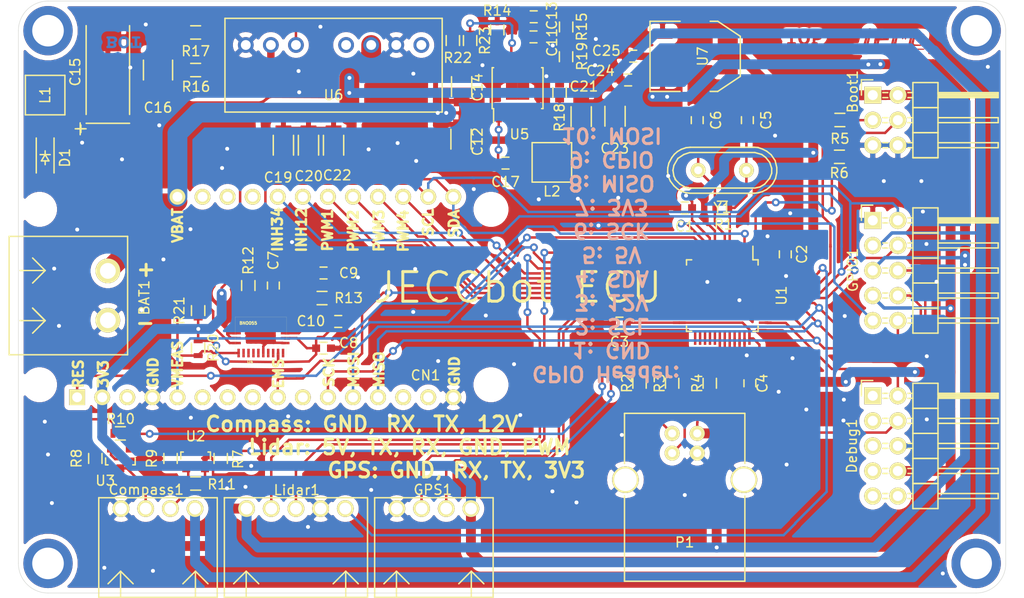
<source format=kicad_pcb>
(kicad_pcb (version 20171130) (host pcbnew 5.1.5+dfsg1-2build2)
  (layers (0 F.Cu signal) (31 B.Cu signal) (34 B.Paste user) (35 F.Paste user) (36 B.SilkS user) (37 F.SilkS user) (38 B.Mask user) (39 F.Mask user) (44 Edge.Cuts user))
  (net 0 "")
  (net 1 GND)
  (net 2 +3V3)
  (net 3 OSC_IN)
  (net 4 OSC_OUT)
  (net 5 "Net-(C7-Pad1)")
  (net 6 /power/REG_5V_COMP)
  (net 7 +12V)
  (net 8 /power/REG_5V_COMP_C)
  (net 9 /power/VIN)
  (net 10 /power/REG_5V_BOOT)
  (net 11 /power/REG_5V_PH)
  (net 12 +5V)
  (net 13 RESET)
  (net 14 "Net-(CN1-Pad3)")
  (net 15 VIN_MEAS)
  (net 16 "Net-(CN1-Pad6)")
  (net 17 "Net-(CN1-Pad7)")
  (net 18 "Net-(CN1-Pad8)")
  (net 19 EM_STOP_D)
  (net 20 "Net-(CN1-Pad10)")
  (net 21 "Net-(CN1-Pad14)")
  (net 22 "Net-(CN1-Pad15)")
  (net 23 I2C_SCL)
  (net 24 PWM4)
  (net 25 PWM3)
  (net 26 PWM2)
  (net 27 PWM1)
  (net 28 INH12)
  (net 29 INH34)
  (net 30 "Net-(CN1-Pad25)")
  (net 31 "Net-(CN1-Pad26)")
  (net 32 "Net-(CN1-Pad27)")
  (net 33 VBAT)
  (net 34 I2C_SDA)
  (net 35 LIDAR_TX)
  (net 36 LIDAR_RX)
  (net 37 LIDAR_PWM)
  (net 38 GPS_RX)
  (net 39 GPS_TX)
  (net 40 /power/VIN_D)
  (net 41 "Net-(P1-Pad3)")
  (net 42 "Net-(P1-Pad2)")
  (net 43 SWDIO)
  (net 44 SWCLK)
  (net 45 SPI_MOSI)
  (net 46 GPIO)
  (net 47 SPI_MISO)
  (net 48 SPI_SCK)
  (net 49 USB-)
  (net 50 USB+)
  (net 51 BOOT0)
  (net 52 BOOT1)
  (net 53 KVH_RX)
  (net 54 KVH_TX)
  (net 55 "Net-(R12-Pad2)")
  (net 56 "Net-(R13-Pad2)")
  (net 57 /power/REG_5V_RT)
  (net 58 "Net-(R16-Pad2)")
  (net 59 /power/REG_5V_SENSE)
  (net 60 "Net-(U1-Pad46)")
  (net 61 "Net-(U1-Pad38)")
  (net 62 "Net-(U1-Pad29)")
  (net 63 "Net-(U1-Pad28)")
  (net 64 "Net-(U1-Pad27)")
  (net 65 "Net-(U1-Pad26)")
  (net 66 "Net-(U1-Pad25)")
  (net 67 "Net-(U1-Pad1)")
  (net 68 "Net-(U4-Pad27)")
  (net 69 "Net-(U4-Pad26)")
  (net 70 "Net-(U4-Pad24)")
  (net 71 "Net-(U4-Pad23)")
  (net 72 "Net-(U4-Pad22)")
  (net 73 "Net-(U4-Pad21)")
  (net 74 "Net-(U4-Pad14)")
  (net 75 "Net-(U4-Pad13)")
  (net 76 "Net-(U4-Pad12)")
  (net 77 "Net-(U4-Pad8)")
  (net 78 "Net-(U4-Pad7)")
  (net 79 "Net-(U4-Pad1)")
  (net 80 "Net-(U6-Pad8)")
  (net 81 "Net-(U6-Pad5)")
  (net 82 "Net-(U1-Pad4)")
  (net 83 "Net-(U1-Pad3)")
  (net 84 "Net-(R22-Pad2)")
  (net 85 "Net-(Boot1-Pad4)")
  (net 86 "Net-(Boot1-Pad3)")
  (net 87 "Net-(Compass1-Pad3)")
  (net 88 "Net-(Compass1-Pad2)")
  (net 89 "Net-(Debug1-Pad10)")
  (net 90 "Net-(Debug1-Pad9)")
  (net 91 "Net-(Debug1-Pad7)")
  (net 92 "Net-(Debug1-Pad5)")
  (net 93 "Net-(Debug1-Pad3)")
  (net 94 "Net-(Debug1-Pad1)")
  (module MECH_mounting_holes:MHP_3.2_5.0 (layer F.Cu) (at 187 97)
    (fp_text reference MH4 hide)
    (fp_text value MHP_3.2_5.0)
    (pad 1 thru_hole circle (at 0 0) (size 5 5) (drill 3.2) (layers *.Cu *.Mask))
  )
  (module MECH_mounting_holes:MHP_3.2_5.0 (layer F.Cu) (at 93 97)
    (fp_text reference MH3 hide)
    (fp_text value MHP_3.2_5.0)
    (pad 1 thru_hole circle (at 0 0) (size 5 5) (drill 3.2) (layers *.Cu *.Mask))
  )
  (module MECH_mounting_holes:MHP_3.2_5.0 (layer F.Cu) (at 93 43)
    (fp_text reference MH1 hide)
    (fp_text value MHP_3.2_5.0)
    (pad 1 thru_hole circle (at 0 0) (size 5 5) (drill 3.2) (layers *.Cu *.Mask))
  )
  (module MECH_mounting_holes:MHP_3.2_5.0 (layer F.Cu) (at 187 43)
    (fp_text reference MH2 hide)
    (fp_text value MHP_3.2_5.0)
    (pad 1 thru_hole circle (at 0 0) (size 5 5) (drill 3.2) (layers *.Cu *.Mask))
  )
  (module resistors:R_0603 (layer F.Cu) (at 135.75 44 270)
    (fp_text reference R23 (at 0 -1.5 90) (layer F.SilkS))
    (fp_text value 43.2k)
    (pad 2 smd rect (at 0.75 0 270) (size 0.5 0.9) (layers F.Cu F.Paste F.Mask) (net 1 GND))
    (pad 1 smd rect (at -0.75 0 270) (size 0.5 0.9) (layers F.Cu F.Paste F.Mask) (net 84 "Net-(R22-Pad2)"))
  )
  (module resistors:R_0603 (layer F.Cu) (at 134 44 90)
    (fp_text reference R22 (at -1.75 0.5 180) (layer F.SilkS))
    (fp_text value 220k)
    (pad 2 smd rect (at 0.75 0 90) (size 0.5 0.9) (layers F.Cu F.Paste F.Mask) (net 84 "Net-(R22-Pad2)"))
    (pad 1 smd rect (at -0.75 0 90) (size 0.5 0.9) (layers F.Cu F.Paste F.Mask) (net 33 VBAT))
  )
  (module labels:Bot (layer F.Cu) (at 100.70592 44.16044)
    (fp_text reference G*** hide)
    (fp_text value Label hide)
    (fp_poly (pts (xy 1.414032 0.601632) (xy 1.443856 0.601624) (xy 1.471743 0.601611) (xy 1.497697 0.601591) (xy 1.521719 0.601566) (xy 1.543813 0.601535) (xy 1.56398 0.601498) (xy 1.582224 0.601456) (xy 1.598547 0.601407) (xy 1.612951 0.601353) (xy 1.625439 0.601293) (xy 1.636013 0.601227) (xy 1.644676 0.601155) (xy 1.651431 0.601077) (xy 1.656279 0.600994) (xy 1.659224 0.600904) (xy 1.659802 0.600872) (xy 1.674113 0.599518) (xy 1.686661 0.597542) (xy 1.697565 0.594836) (xy 1.706948 0.591294) (xy 1.714931 0.586807) (xy 1.721633 0.581268) (xy 1.727178 0.574571) (xy 1.731684 0.566607) (xy 1.735274 0.557269) (xy 1.738068 0.54645) (xy 1.740188 0.534044) (xy 1.740828 0.529004) (xy 1.741128 0.526321) (xy 1.741417 0.523461) (xy 1.741698 0.52033) (xy 1.741975 0.516836) (xy 1.742252 0.512886) (xy 1.742534 0.508387) (xy 1.742824 0.503246) (xy 1.743126 0.497371) (xy 1.743445 0.490668) (xy 1.743784 0.483044) (xy 1.744147 0.474407) (xy 1.744538 0.464664) (xy 1.744961 0.453722) (xy 1.745421 0.441488) (xy 1.745921 0.427869) (xy 1.746465 0.412772) (xy 1.747058 0.396104) (xy 1.747702 0.377773) (xy 1.748403 0.357686) (xy 1.749164 0.335749) (xy 1.749255 0.333131) (xy 1.750109 0.308219) (xy 1.750882 0.285255) (xy 1.751573 0.264235) (xy 1.752182 0.245153) (xy 1.75271 0.228007) (xy 1.753156 0.212791) (xy 1.75352 0.199501) (xy 1.753804 0.188133) (xy 1.754006 0.178683) (xy 1.754127 0.171146) (xy 1.754167 0.165518) (xy 1.754127 0.161794) (xy 1.754105 0.161193) (xy 1.752851 0.1444) (xy 1.750583 0.129235) (xy 1.747271 0.115641) (xy 1.742885 0.103557) (xy 1.737394 0.092925) (xy 1.730769 0.083684) (xy 1.722979 0.075776) (xy 1.713993 0.069142) (xy 1.704574 0.064079) (xy 1.693472 0.059877) (xy 1.681146 0.056765) (xy 1.66801 0.054765) (xy 1.654477 0.0539) (xy 1.640959 0.054192) (xy 1.627869 0.055663) (xy 1.615621 0.058335) (xy 1.6129 0.059142) (xy 1.600273 0.064001) (xy 1.588672 0.07028) (xy 1.578238 0.077849) (xy 1.569113 0.086579) (xy 1.561438 0.09634) (xy 1.555353 0.107002) (xy 1.55211 0.114953) (xy 1.551425 0.117075) (xy 1.550798 0.11936) (xy 1.550221 0.121915) (xy 1.549689 0.124847) (xy 1.549196 0.128264) (xy 1.548735 0.132271) (xy 1.5483 0.136975) (xy 1.547884 0.142484) (xy 1.547481 0.148905) (xy 1.547086 0.156343) (xy 1.546691 0.164907) (xy 1.546291 0.174702) (xy 1.545879 0.185836) (xy 1.545449 0.198415) (xy 1.544995 0.212546) (xy 1.544509 0.228337) (xy 1.543988 0.245893) (xy 1.543566 0.26035) (xy 1.543152 0.274547) (xy 1.542744 0.288334) (xy 1.542347 0.301567) (xy 1.541965 0.314105) (xy 1.541603 0.325803) (xy 1.541265 0.336519) (xy 1.540957 0.34611) (xy 1.540681 0.354433) (xy 1.540444 0.361345) (xy 1.54025 0.366703) (xy 1.540102 0.370364) (xy 1.540022 0.371964) (xy 1.539448 0.381) (xy 1.3335 0.381) (xy 1.3335 -0.35853) (xy 1.425715 -0.35853) (xy 1.441573 -0.358541) (xy 1.456449 -0.358574) (xy 1.470238 -0.358627) (xy 1.482836 -0.3587) (xy 1.494136 -0.358791) (xy 1.504035 -0.358899) (xy 1.512427 -0.359024) (xy 1.519207 -0.359164) (xy 1.524271 -0.359319) (xy 1.527514 -0.359487) (xy 1.528048 -0.359533) (xy 1.543876 -0.36168) (xy 1.558076 -0.364844) (xy 1.570711 -0.36906) (xy 1.581841 -0.374361) (xy 1.591528 -0.380783) (xy 1.599834 -0.38836) (xy 1.60682 -0.397126) (xy 1.612438 -0.406888) (xy 1.61639 -0.416154) (xy 1.619437 -0.425948) (xy 1.621634 -0.436564) (xy 1.623035 -0.448296) (xy 1.623695 -0.461439) (xy 1.623764 -0.467946) (xy 1.623336 -0.482849) (xy 1.622015 -0.496192) (xy 1.619747 -0.50818) (xy 1.616483 -0.519015) (xy 1.612171 -0.528902) (xy 1.606758 -0.538044) (xy 1.605576 -0.53975) (xy 1.598248 -0.548541) (xy 1.589543 -0.556181) (xy 1.579397 -0.562705) (xy 1.567745 -0.56815) (xy 1.554522 -0.572553) (xy 1.541436 -0.575612) (xy 1.53035 -0.577767) (xy 1.208942 -0.577933) (xy 1.183923 -0.577943) (xy 1.159369 -0.577949) (xy 1.135356 -0.577949) (xy 1.111957 -0.577944) (xy 1.089247 -0.577935) (xy 1.0673 -0.577921) (xy 1.046191 -0.577903) (xy 1.025994 -0.57788) (xy 1.006783 -0.577854) (xy 0.988632 -0.577823) (xy 0.971616 -0.577789) (xy 0.95581 -0.577751) (xy 0.941286 -0.577709) (xy 0.928121 -0.577664) (xy 0.916387 -0.577616) (xy 0.90616 -0.577565) (xy 0.897513 -0.577511) (xy 0.890522 -0.577455) (xy 0.885259 -0.577395) (xy 0.881801 -0.577333) (xy 0.88022 -0.577269) (xy 0.880207 -0.577268) (xy 0.864159 -0.57481) (xy 0.849688 -0.571238) (xy 0.836746 -0.566522) (xy 0.825285 -0.560632) (xy 0.815257 -0.553537) (xy 0.806612 -0.545207) (xy 0.799304 -0.535611) (xy 0.793283 -0.524719) (xy 0.792012 -0.521881) (xy 0.788425 -0.511691) (xy 0.785719 -0.500132) (xy 0.783904 -0.487584) (xy 0.78299 -0.474427) (xy 0.782985 -0.46104) (xy 0.783898 -0.447803) (xy 0.78574 -0.435096) (xy 0.78852 -0.423298) (xy 0.789511 -0.420077) (xy 0.794353 -0.408107) (xy 0.800647 -0.397444) (xy 0.808383 -0.388096) (xy 0.817551 -0.380071) (xy 0.828143 -0.373378) (xy 0.840148 -0.368026) (xy 0.850099 -0.364889) (xy 0.853446 -0.363998) (xy 0.856492 -0.363206) (xy 0.859367 -0.362506) (xy 0.8622 -0.361892) (xy 0.865123 -0.361357) (xy 0.868264 -0.360897) (xy 0.871753 -0.360503) (xy 0.87572 -0.360171) (xy 0.880294 -0.359894) (xy 0.885606 -0.359666) (xy 0.891785 -0.35948) (xy 0.898961 -0.35933) (xy 0.907263 -0.359211) (xy 0.916822 -0.359115) (xy 0.927767 -0.359037) (xy 0.940227 -0.35897) (xy 0.954333 -0.358909) (xy 0.970214 -0.358846) (xy 0.976679 -0.358821) (xy 1.075592 -0.358436) (xy 1.075592 0.381) (xy 0.869628 0.381) (xy 0.869079 0.373918) (xy 0.868977 0.371982) (xy 0.868826 0.368232) (xy 0.868629 0.362806) (xy 0.868393 0.355842) (xy 0.868119 0.347478) (xy 0.867814 0.337853) (xy 0.867482 0.327106) (xy 0.867126 0.315375) (xy 0.866751 0.302797) (xy 0.866362 0.289513) (xy 0.865962 0.275659) (xy 0.865597 0.262793) (xy 0.865077 0.244336) (xy 0.86461 0.227727) (xy 0.864192 0.212863) (xy 0.863817 0.199639) (xy 0.86348 0.187951) (xy 0.863178 0.177695) (xy 0.862905 0.168766) (xy 0.862657 0.161061) (xy 0.862429 0.154474) (xy 0.862216 0.148902) (xy 0.862014 0.14424) (xy 0.861818 0.140384) (xy 0.861624 0.137231) (xy 0.861426 0.134674) (xy 0.861221 0.132611) (xy 0.861002 0.130937) (xy 0.860767 0.129548) (xy 0.860509 0.128339) (xy 0.860225 0.127206) (xy 0.859909 0.126046) (xy 0.859558 0.124753) (xy 0.859379 0.12407) (xy 0.855967 0.112715) (xy 0.851896 0.102865) (xy 0.846949 0.094124) (xy 0.840907 0.086095) (xy 0.835334 0.080108) (xy 0.825665 0.07188) (xy 0.814803 0.065192) (xy 0.802762 0.060048) (xy 0.789558 0.056455) (xy 0.775207 0.054417) (xy 0.759723 0.05394) (xy 0.756138 0.054046) (xy 0.740269 0.055298) (xy 0.725876 0.057751) (xy 0.712923 0.061444) (xy 0.701374 0.066415) (xy 0.691193 0.072702) (xy 0.682345 0.080344) (xy 0.674793 0.089379) (xy 0.668502 0.099845) (xy 0.663435 0.11178) (xy 0.659558 0.125223) (xy 0.656833 0.140213) (xy 0.655226 0.156787) (xy 0.654953 0.16217) (xy 0.654928 0.164567) (xy 0.654972 0.168788) (xy 0.655078 0.174707) (xy 0.655243 0.182193) (xy 0.655463 0.191121) (xy 0.655733 0.201361) (xy 0.656049 0.212786) (xy 0.656407 0.225268) (xy 0.656803 0.238678) (xy 0.657233 0.25289) (xy 0.657691 0.267774) (xy 0.658175 0.283203) (xy 0.65868 0.299049) (xy 0.659202 0.315184) (xy 0.659736 0.33148) (xy 0.660278 0.347808) (xy 0.660825 0.364042) (xy 0.661371 0.380053) (xy 0.661913 0.395713) (xy 0.662447 0.410895) (xy 0.662967 0.425469) (xy 0.663471 0.439309) (xy 0.663954 0.452285) (xy 0.664411 0.464272) (xy 0.664838 0.475139) (xy 0.665232 0.48476) (xy 0.665588 0.493006) (xy 0.665901 0.499749) (xy 0.666168 0.504862) (xy 0.666299 0.507023) (xy 0.667472 0.521667) (xy 0.668973 0.534519) (xy 0.670864 0.545724) (xy 0.673205 0.555426) (xy 0.676058 0.563769) (xy 0.679482 0.570898) (xy 0.683541 0.576957) (xy 0.688294 0.58209) (xy 0.693803 0.586441) (xy 0.700128 0.590154) (xy 0.701836 0.590996) (xy 0.706732 0.593163) (xy 0.711664 0.59495) (xy 0.717089 0.596485) (xy 0.723468 0.597895) (xy 0.731259 0.599307) (xy 0.732741 0.599553) (xy 0.733627 0.599686) (xy 0.734671 0.599811) (xy 0.735926 0.59993) (xy 0.737445 0.600043) (xy 0.739282 0.600149) (xy 0.74149 0.600249) (xy 0.744122 0.600343) (xy 0.747232 0.600431) (xy 0.750873 0.600515) (xy 0.755099 0.600593) (xy 0.759962 0.600666) (xy 0.765517 0.600735) (xy 0.771816 0.600799) (xy 0.778913 0.600859) (xy 0.786861 0.600915) (xy 0.795714 0.600968) (xy 0.805525 0.601017) (xy 0.816348 0.601062) (xy 0.828235 0.601105) (xy 0.84124 0.601145) (xy 0.855417 0.601182) (xy 0.870819 0.601217) (xy 0.887499 0.60125) (xy 0.90551 0.601281) (xy 0.924906 0.60131) (xy 0.945741 0.601338) (xy 0.968067 0.601365) (xy 0.991939 0.601391) (xy 1.017409 0.601416) (xy 1.04453 0.60144) (xy 1.073357 0.601465) (xy 1.103942 0.601489) (xy 1.136339 0.601514) (xy 1.170601 0.601539) (xy 1.194288 0.601556) (xy 1.235782 0.601583) (xy 1.275325 0.601604) (xy 1.312918 0.60162) (xy 1.348566 0.60163) (xy 1.38227 0.601634) (xy 1.414032 0.601632)) (layer B.Cu) (width 0.01))
    (fp_poly (pts (xy -1.302587 0.599719) (xy -1.285014 0.599706) (xy -1.268847 0.599684) (xy -1.254008 0.599649) (xy -1.240419 0.599603) (xy -1.228002 0.599543) (xy -1.216679 0.59947) (xy -1.20637 0.599381) (xy -1.196999 0.599278) (xy -1.188487 0.599158) (xy -1.180755 0.599021) (xy -1.173726 0.598866) (xy -1.16732 0.598693) (xy -1.161461 0.5985) (xy -1.15607 0.598287) (xy -1.151068 0.598052) (xy -1.146378 0.597796) (xy -1.14192 0.597517) (xy -1.137618 0.597215) (xy -1.133392 0.596888) (xy -1.129165 0.596536) (xy -1.127369 0.596381) (xy -1.095726 0.592947) (xy -1.065513 0.588311) (xy -1.036743 0.582479) (xy -1.009429 0.575461) (xy -0.983583 0.567264) (xy -0.959219 0.557895) (xy -0.936348 0.547363) (xy -0.914985 0.535675) (xy -0.895142 0.52284) (xy -0.876831 0.508865) (xy -0.860066 0.493758) (xy -0.844858 0.477526) (xy -0.831222 0.460179) (xy -0.81917 0.441722) (xy -0.808714 0.422166) (xy -0.799868 0.401516) (xy -0.79706 0.393761) (xy -0.792253 0.378755) (xy -0.788308 0.363965) (xy -0.78515 0.348977) (xy -0.782704 0.333376) (xy -0.780895 0.316749) (xy -0.779649 0.29868) (xy -0.77956 0.296949) (xy -0.779176 0.272213) (xy -0.780514 0.248332) (xy -0.783568 0.225324) (xy -0.788332 0.203208) (xy -0.794801 0.182003) (xy -0.80297 0.161727) (xy -0.812832 0.142399) (xy -0.824383 0.124038) (xy -0.83496 0.109903) (xy -0.843873 0.099647) (xy -0.854217 0.089125) (xy -0.865576 0.078701) (xy -0.877532 0.068741) (xy -0.889666 0.05961) (xy -0.901551 0.05168) (xy -0.910369 0.046209) (xy -0.898463 0.041494) (xy -0.873716 0.030921) (xy -0.850715 0.019491) (xy -0.829443 0.007181) (xy -0.809882 -0.006028) (xy -0.792012 -0.020158) (xy -0.775816 -0.035229) (xy -0.761276 -0.051263) (xy -0.748373 -0.06828) (xy -0.737089 -0.086301) (xy -0.727405 -0.105347) (xy -0.719304 -0.125438) (xy -0.712766 -0.146596) (xy -0.707774 -0.168841) (xy -0.706379 -0.176946) (xy -0.704922 -0.186754) (xy -0.703807 -0.195887) (xy -0.702997 -0.204854) (xy -0.702458 -0.214163) (xy -0.702153 -0.22432) (xy -0.702045 -0.235834) (xy -0.702043 -0.23788) (xy -0.70219 -0.251335) (xy -0.702646 -0.263348) (xy -0.703454 -0.274413) (xy -0.704656 -0.285023) (xy -0.706291 -0.295674) (xy -0.707418 -0.301869) (xy -0.713127 -0.326764) (xy -0.720568 -0.350767) (xy -0.729722 -0.373842) (xy -0.740567 -0.395958) (xy -0.753085 -0.417081) (xy -0.767255 -0.437178) (xy -0.783058 -0.456216) (xy -0.800473 -0.474162) (xy -0.819481 -0.490983) (xy -0.822661 -0.493561) (xy -0.842802 -0.508521) (xy -0.863996 -0.52196) (xy -0.886285 -0.533895) (xy -0.909709 -0.544341) (xy -0.934309 -0.553313) (xy -0.960125 -0.560828) (xy -0.987197 -0.566899) (xy -1.015567 -0.571544) (xy -1.03141 -0.573462) (xy -1.035109 -0.573859) (xy -1.038559 -0.574231) (xy -1.041831 -0.574579) (xy -1.044996 -0.574902) (xy -1.048123 -0.575203) (xy -1.051284 -0.575481) (xy -1.054549 -0.575739) (xy -1.057988 -0.575976) (xy -1.061673 -0.576193) (xy -1.065675 -0.576392) (xy -1.070062 -0.576574) (xy -1.074908 -0.576739) (xy -1.08028 -0.576888) (xy -1.086252 -0.577022) (xy -1.092893 -0.577142) (xy -1.100273 -0.577249) (xy -1.108464 -0.577344) (xy -1.117535 -0.577427) (xy -1.127558 -0.5775) (xy -1.138604 -0.577563) (xy -1.150742 -0.577618) (xy -1.164044 -0.577665) (xy -1.17858 -0.577705) (xy -1.194421 -0.57774) (xy -1.211636 -0.577769) (xy -1.230298 -0.577794) (xy -1.250477 -0.577816) (xy -1.272242 -0.577835) (xy -1.295666 -0.577853) (xy -1.320817 -0.57787) (xy -1.347768 -0.577888) (xy -1.376589 -0.577906) (xy -1.382346 -0.57791) (xy -1.407293 -0.577924) (xy -1.431696 -0.577932) (xy -1.455483 -0.577935) (xy -1.47858 -0.577932) (xy -1.500915 -0.577924) (xy -1.522415 -0.577911) (xy -1.543005 -0.577893) (xy -1.562614 -0.57787) (xy -1.581168 -0.577843) (xy -1.598593 -0.577811) (xy -1.614817 -0.577774) (xy -1.629766 -0.577734) (xy -1.643368 -0.577689) (xy -1.65555 -0.577641) (xy -1.666237 -0.577589) (xy -1.675357 -0.577533) (xy -1.682837 -0.577474) (xy -1.688604 -0.577411) (xy -1.692585 -0.577346) (xy -1.694705 -0.577277) (xy -1.694962 -0.577257) (xy -1.710734 -0.574813) (xy -1.724879 -0.571335) (xy -1.737459 -0.566774) (xy -1.748532 -0.561081) (xy -1.758159 -0.554208) (xy -1.7664 -0.546108) (xy -1.773316 -0.53673) (xy -1.778966 -0.526028) (xy -1.783412 -0.513951) (xy -1.78598 -0.504016) (xy -1.786697 -0.500538) (xy -1.787244 -0.497293) (xy -1.787643 -0.493934) (xy -1.787918 -0.490113) (xy -1.788091 -0.485484) (xy -1.788184 -0.479699) (xy -1.788222 -0.472411) (xy -1.788226 -0.4699) (xy -1.788186 -0.460762) (xy -1.788012 -0.453201) (xy -1.787653 -0.446842) (xy -1.787057 -0.44131) (xy -1.786172 -0.436229) (xy -1.784946 -0.431224) (xy -1.783327 -0.42592) (xy -1.781364 -0.420222) (xy -1.777868 -0.411557) (xy -1.77386 -0.404043) (xy -1.768959 -0.397087) (xy -1.762782 -0.390096) (xy -1.760517 -0.387797) (xy -1.756314 -0.383714) (xy -1.752859 -0.380662) (xy -1.74958 -0.378226) (xy -1.745908 -0.375995) (xy -1.741273 -0.373555) (xy -1.7399 -0.372865) (xy -1.730448 -0.368625) (xy -1.723771 -0.366346) (xy -1.417516 -0.366346) (xy -1.329348 -0.36634) (xy -1.315748 -0.366328) (xy -1.302247 -0.366295) (xy -1.289038 -0.366242) (xy -1.276311 -0.366171) (xy -1.264257 -0.366085) (xy -1.253067 -0.365983) (xy -1.242932 -0.365869) (xy -1.234042 -0.365744) (xy -1.22659 -0.365609) (xy -1.220766 -0.365467) (xy -1.217735 -0.365362) (xy -1.191146 -0.363909) (xy -1.16637 -0.361815) (xy -1.143366 -0.359058) (xy -1.122095 -0.355616) (xy -1.102514 -0.351468) (xy -1.084585 -0.34659) (xy -1.068266 -0.340961) (xy -1.053516 -0.334559) (xy -1.040296 -0.327361) (xy -1.028565 -0.319346) (xy -1.018283 -0.310491) (xy -1.009408 -0.300775) (xy -1.001901 -0.290174) (xy -0.995721 -0.278668) (xy -0.990827 -0.266234) (xy -0.987179 -0.25285) (xy -0.984736 -0.238493) (xy -0.984695 -0.238158) (xy -0.984234 -0.232703) (xy -0.983976 -0.225878) (xy -0.983909 -0.218156) (xy -0.984023 -0.210011) (xy -0.984305 -0.201918) (xy -0.984743 -0.194351) (xy -0.985327 -0.187783) (xy -0.986045 -0.18269) (xy -0.986048 -0.182671) (xy -0.989645 -0.167489) (xy -0.994572 -0.15354) (xy -1.000875 -0.140779) (xy -1.008599 -0.129165) (xy -1.017793 -0.118652) (xy -1.028502 -0.1092) (xy -1.040773 -0.100763) (xy -1.054651 -0.0933) (xy -1.070184 -0.086766) (xy -1.087418 -0.081118) (xy -1.098239 -0.078226) (xy -1.110054 -0.075562) (xy -1.122966 -0.073165) (xy -1.13716 -0.071007) (xy -1.152821 -0.069062) (xy -1.170133 -0.067304) (xy -1.181589 -0.066311) (xy -1.185021 -0.066114) (xy -1.19035 -0.065925) (xy -1.197521 -0.065746) (xy -1.206477 -0.065576) (xy -1.217162 -0.065417) (xy -1.22952 -0.06527) (xy -1.243495 -0.065134) (xy -1.25903 -0.065011) (xy -1.276069 -0.064902) (xy -1.294556 -0.064807) (xy -1.306391 -0.064756) (xy -1.417516 -0.064319) (xy -1.417516 -0.366346) (xy -1.723771 -0.366346) (xy -1.720875 -0.365358) (xy -1.710811 -0.362988) (xy -1.699886 -0.361442) (xy -1.687731 -0.360645) (xy -1.678598 -0.360492) (xy -1.664677 -0.360484) (xy -1.664677 0.135577) (xy -1.417516 0.135577) (xy -1.329837 0.136072) (xy -1.31335 0.136172) (xy -1.298683 0.136277) (xy -1.2857 0.136391) (xy -1.274266 0.136515) (xy -1.264247 0.136653) (xy -1.255507 0.136806) (xy -1.247912 0.136978) (xy -1.241326 0.13717) (xy -1.235616 0.137387) (xy -1.230646 0.137629) (xy -1.226282 0.137901) (xy -1.22317 0.138138) (xy -1.202667 0.140172) (xy -1.183952 0.14275) (xy -1.16693 0.145904) (xy -1.151502 0.149668) (xy -1.137572 0.154074) (xy -1.125043 0.159156) (xy -1.113817 0.164946) (xy -1.103798 0.171478) (xy -1.094889 0.178784) (xy -1.090224 0.183356) (xy -1.082283 0.192681) (xy -1.075987 0.20246) (xy -1.071025 0.213205) (xy -1.069326 0.217947) (xy -1.066139 0.22986) (xy -1.064024 0.242917) (xy -1.062992 0.25662) (xy -1.063056 0.270473) (xy -1.064225 0.283978) (xy -1.066512 0.296639) (xy -1.067463 0.300364) (xy -1.07198 0.31335) (xy -1.07807 0.325226) (xy -1.085742 0.335999) (xy -1.095003 0.345673) (xy -1.105863 0.354256) (xy -1.118328 0.361753) (xy -1.132407 0.368169) (xy -1.148107 0.373512) (xy -1.165437 0.377786) (xy -1.17475 0.37953) (xy -1.179021 0.38025) (xy -1.18294 0.380891) (xy -1.186639 0.381461) (xy -1.19025 0.381962) (xy -1.193907 0.3824) (xy -1.197742 0.38278) (xy -1.201888 0.383107) (xy -1.206477 0.383386) (xy -1.211642 0.383621) (xy -1.217515 0.383818) (xy -1.22423 0.383982) (xy -1.231919 0.384116) (xy -1.240715 0.384227) (xy -1.25075 0.384319) (xy -1.262157 0.384397) (xy -1.275069 0.384465) (xy -1.289618 0.38453) (xy -1.305937 0.384595) (xy -1.312741 0.384622) (xy -1.417516 0.385027) (xy -1.417516 0.135577) (xy -1.664677 0.135577) (xy -1.664677 0.379047) (xy -1.675254 0.379047) (xy -1.692098 0.379681) (xy -1.707492 0.381595) (xy -1.721476 0.38481) (xy -1.734091 0.389343) (xy -1.745379 0.395213) (xy -1.755381 0.402439) (xy -1.764137 0.41104) (xy -1.771688 0.421035) (xy -1.773714 0.424291) (xy -1.779282 0.435297) (xy -1.783546 0.447453) (xy -1.786529 0.460857) (xy -1.788253 0.475605) (xy -1.788746 0.490078) (xy -1.788572 0.500863) (xy -1.788016 0.510193) (xy -1.787031 0.51854) (xy -1.785569 0.526374) (xy -1.784712 0.529981) (xy -1.780921 0.542234) (xy -1.776049 0.553123) (xy -1.770009 0.562718) (xy -1.762716 0.57109) (xy -1.754082 0.578309) (xy -1.744021 0.584445) (xy -1.732447 0.589568) (xy -1.719274 0.593749) (xy -1.704414 0.597058) (xy -1.70165 0.59755) (xy -1.700508 0.597732) (xy -1.699231 0.597902) (xy -1.697747 0.598059) (xy -1.695982 0.598205) (xy -1.693862 0.598339) (xy -1.691316 0.598463) (xy -1.688268 0.598576) (xy -1.684648 0.598681) (xy -1.68038 0.598777) (xy -1.675392 0.598864) (xy -1.66961 0.598944) (xy -1.662962 0.599016) (xy -1.655375 0.599083) (xy -1.646774 0.599143) (xy -1.637087 0.599198) (xy -1.626241 0.599248) (xy -1.614162 0.599294) (xy -1.600778 0.599337) (xy -1.586014 0.599377) (xy -1.569798 0.599414) (xy -1.552057 0.599449) (xy -1.532717 0.599483) (xy -1.511706 0.599517) (xy -1.488949 0.59955) (xy -1.464374 0.599584) (xy -1.441939 0.599614) (xy -1.414285 0.599648) (xy -1.388507 0.599677) (xy -1.364526 0.599699) (xy -1.342265 0.599714) (xy -1.321644 0.599721) (xy -1.302587 0.599719)) (layer B.Cu) (width 0.01))
    (fp_poly (pts (xy -0.006759 0.631579) (xy 0.004256 0.63139) (xy 0.014512 0.631092) (xy 0.023677 0.630683) (xy 0.03142 0.630163) (xy 0.035169 0.629807) (xy 0.055986 0.627287) (xy 0.075289 0.624428) (xy 0.0935 0.62114) (xy 0.111045 0.617334) (xy 0.128345 0.612918) (xy 0.145825 0.607803) (xy 0.159727 0.603313) (xy 0.189672 0.592271) (xy 0.218657 0.579544) (xy 0.246646 0.565171) (xy 0.273601 0.549191) (xy 0.299486 0.53164) (xy 0.324264 0.512559) (xy 0.347898 0.491983) (xy 0.370352 0.469953) (xy 0.391587 0.446505) (xy 0.411568 0.421679) (xy 0.430257 0.395512) (xy 0.447617 0.368041) (xy 0.463613 0.339307) (xy 0.478206 0.309346) (xy 0.49136 0.278196) (xy 0.501793 0.249604) (xy 0.511503 0.21854) (xy 0.519733 0.186937) (xy 0.526518 0.154609) (xy 0.531891 0.121372) (xy 0.535889 0.087041) (xy 0.538389 0.05422) (xy 0.53868 0.047592) (xy 0.538888 0.039448) (xy 0.539016 0.030118) (xy 0.539067 0.019935) (xy 0.539046 0.009231) (xy 0.538954 -0.001661) (xy 0.538795 -0.012409) (xy 0.538573 -0.022682) (xy 0.538291 -0.032146) (xy 0.537951 -0.04047) (xy 0.537558 -0.047322) (xy 0.537366 -0.049823) (xy 0.533534 -0.086235) (xy 0.528359 -0.121306) (xy 0.521813 -0.155141) (xy 0.513869 -0.187844) (xy 0.504498 -0.219521) (xy 0.493671 -0.250276) (xy 0.481361 -0.280214) (xy 0.467539 -0.30944) (xy 0.467441 -0.309634) (xy 0.451655 -0.338854) (xy 0.434449 -0.366846) (xy 0.415867 -0.393552) (xy 0.395957 -0.418917) (xy 0.374765 -0.442887) (xy 0.352335 -0.465405) (xy 0.328714 -0.486417) (xy 0.306265 -0.50415) (xy 0.280287 -0.522301) (xy 0.253318 -0.538784) (xy 0.225417 -0.553584) (xy 0.19664 -0.566683) (xy 0.167042 -0.578064) (xy 0.136682 -0.58771) (xy 0.105614 -0.595604) (xy 0.073897 -0.601729) (xy 0.041585 -0.606068) (xy 0.008737 -0.608605) (xy -0.024591 -0.609322) (xy -0.043473 -0.608922) (xy -0.056875 -0.608196) (xy -0.071552 -0.606985) (xy -0.086906 -0.605359) (xy -0.102339 -0.603391) (xy -0.117254 -0.601153) (xy -0.131052 -0.598717) (xy -0.135585 -0.597815) (xy -0.167304 -0.590343) (xy -0.198079 -0.581172) (xy -0.227955 -0.570283) (xy -0.256974 -0.557653) (xy -0.285179 -0.543262) (xy -0.312614 -0.52709) (xy -0.339322 -0.509115) (xy -0.365347 -0.489316) (xy -0.372208 -0.4837) (xy -0.377378 -0.479222) (xy -0.383574 -0.473558) (xy -0.39052 -0.466983) (xy -0.397944 -0.459772) (xy -0.405573 -0.452199) (xy -0.413131 -0.444539) (xy -0.420346 -0.437066) (xy -0.426944 -0.430054) (xy -0.432651 -0.423779) (xy -0.437113 -0.418611) (xy -0.458294 -0.391591) (xy -0.477822 -0.363531) (xy -0.495695 -0.334438) (xy -0.511911 -0.304319) (xy -0.526466 -0.273181) (xy -0.539359 -0.24103) (xy -0.550587 -0.207874) (xy -0.560147 -0.17372) (xy -0.568036 -0.138575) (xy -0.574252 -0.102445) (xy -0.578793 -0.065338) (xy -0.581349 -0.032772) (xy -0.581638 -0.026309) (xy -0.581849 -0.018324) (xy -0.581986 -0.009138) (xy -0.58204 -0.000455) (xy -0.294634 -0.000455) (xy -0.293621 -0.029944) (xy -0.291518 -0.058925) (xy -0.288335 -0.087079) (xy -0.284078 -0.114087) (xy -0.281256 -0.128465) (xy -0.275008 -0.154613) (xy -0.267548 -0.179709) (xy -0.258925 -0.203629) (xy -0.249192 -0.226249) (xy -0.238397 -0.247445) (xy -0.226592 -0.267092) (xy -0.222932 -0.272561) (xy -0.209336 -0.290791) (xy -0.194675 -0.307408) (xy -0.178981 -0.322392) (xy -0.162286 -0.335722) (xy -0.144624 -0.347378) (xy -0.126025 -0.357338) (xy -0.106523 -0.365583) (xy -0.086149 -0.372092) (xy -0.064937 -0.376843) (xy -0.05715 -0.378113) (xy -0.05305 -0.378619) (xy -0.047698 -0.379143) (xy -0.041793 -0.37962) (xy -0.036146 -0.379984) (xy -0.030507 -0.380259) (xy -0.025488 -0.380411) (xy -0.020608 -0.380437) (xy -0.015388 -0.380328) (xy -0.009349 -0.380079) (xy -0.002011 -0.379684) (xy 0.000977 -0.379509) (xy 0.019362 -0.377582) (xy 0.038114 -0.374031) (xy 0.056731 -0.368982) (xy 0.074708 -0.36256) (xy 0.082802 -0.3591) (xy 0.101423 -0.349617) (xy 0.119066 -0.338463) (xy 0.135712 -0.325669) (xy 0.151343 -0.311264) (xy 0.165939 -0.295281) (xy 0.179483 -0.27775) (xy 0.191954 -0.258701) (xy 0.203335 -0.238166) (xy 0.213606 -0.216175) (xy 0.222749 -0.192759) (xy 0.230746 -0.167949) (xy 0.237576 -0.141776) (xy 0.243222 -0.11427) (xy 0.247141 -0.089388) (xy 0.248897 -0.075691) (xy 0.250318 -0.062613) (xy 0.25143 -0.049738) (xy 0.252259 -0.036649) (xy 0.252829 -0.022928) (xy 0.253168 -0.00816) (xy 0.2533 0.008072) (xy 0.253304 0.010747) (xy 0.252957 0.038171) (xy 0.251865 0.064027) (xy 0.249995 0.088563) (xy 0.247315 0.11203) (xy 0.243794 0.134676) (xy 0.2394 0.156752) (xy 0.2341 0.178507) (xy 0.230027 0.193029) (xy 0.224528 0.210112) (xy 0.218115 0.227331) (xy 0.210985 0.244238) (xy 0.203333 0.260383) (xy 0.195356 0.27532) (xy 0.190017 0.284285) (xy 0.182109 0.29608) (xy 0.173069 0.308066) (xy 0.163253 0.319835) (xy 0.153019 0.330978) (xy 0.142723 0.341088) (xy 0.132861 0.349644) (xy 0.115906 0.362036) (xy 0.09788 0.37283) (xy 0.078917 0.381966) (xy 0.059149 0.389384) (xy 0.03871 0.395023) (xy 0.026301 0.397508) (xy 0.007613 0.400003) (xy -0.011741 0.401216) (xy -0.031296 0.40116) (xy -0.050589 0.399845) (xy -0.069156 0.397284) (xy -0.081696 0.394703) (xy -0.102389 0.388824) (xy -0.122123 0.381256) (xy -0.140882 0.37202) (xy -0.158649 0.361141) (xy -0.175407 0.34864) (xy -0.191139 0.33454) (xy -0.20583 0.318863) (xy -0.219462 0.301632) (xy -0.232019 0.282869) (xy -0.243484 0.262597) (xy -0.253841 0.240838) (xy -0.263072 0.217615) (xy -0.271162 0.19295) (xy -0.278093 0.166866) (xy -0.283849 0.139385) (xy -0.287626 0.116209) (xy -0.291054 0.087874) (xy -0.293358 0.058773) (xy -0.294549 0.029224) (xy -0.294634 -0.000455) (xy -0.58204 -0.000455) (xy -0.582049 0.00093) (xy -0.582044 0.01156) (xy -0.581972 0.022432) (xy -0.581836 0.033228) (xy -0.58164 0.043627) (xy -0.581387 0.05331) (xy -0.581078 0.061957) (xy -0.580718 0.069249) (xy -0.580365 0.074247) (xy -0.577234 0.104975) (xy -0.573266 0.134218) (xy -0.568398 0.162281) (xy -0.562567 0.189472) (xy -0.555712 0.216097) (xy -0.54777 0.242464) (xy -0.543986 0.253858) (xy -0.53219 0.285639) (xy -0.518879 0.316349) (xy -0.504092 0.345939) (xy -0.487868 0.374357) (xy -0.470245 0.401552) (xy -0.451264 0.427473) (xy -0.430962 0.45207) (xy -0.409379 0.47529) (xy -0.386554 0.497084) (xy -0.362525 0.517399) (xy -0.337333 0.536186) (xy -0.318312 0.548854) (xy -0.291934 0.564545) (xy -0.264929 0.578552) (xy -0.237204 0.590908) (xy -0.208664 0.601644) (xy -0.179216 0.61079) (xy -0.148767 0.618378) (xy -0.117223 0.62444) (xy -0.084492 0.629007) (xy -0.077177 0.629809) (xy -0.07016 0.630393) (xy -0.061575 0.630866) (xy -0.051754 0.63123) (xy -0.041029 0.631482) (xy -0.029734 0.631625) (xy -0.018199 0.631657) (xy -0.006759 0.631579)) (layer B.Cu) (width 0.01))
  )
  (module labels:Top (layer F.Cu) (at 169.55008 43.7896)
    (fp_text reference G*** hide)
    (fp_text value Label hide)
    (fp_poly (pts (xy 1.184742 -0.619251) (xy 1.208114 -0.619246) (xy 1.229712 -0.619238) (xy 1.249622 -0.619225) (xy 1.26793 -0.619206) (xy 1.284722 -0.61918) (xy 1.300084 -0.619146) (xy 1.314102 -0.619101) (xy 1.326862 -0.619046) (xy 1.33845 -0.618979) (xy 1.348952 -0.618899) (xy 1.358454 -0.618805) (xy 1.367042 -0.618695) (xy 1.374802 -0.618569) (xy 1.38182 -0.618425) (xy 1.388182 -0.618261) (xy 1.393974 -0.618078) (xy 1.399281 -0.617873) (xy 1.404191 -0.617646) (xy 1.408789 -0.617395) (xy 1.413161 -0.61712) (xy 1.417393 -0.616818) (xy 1.421571 -0.616489) (xy 1.42578 -0.616132) (xy 1.430108 -0.615745) (xy 1.43464 -0.615327) (xy 1.437132 -0.615095) (xy 1.471749 -0.611207) (xy 1.504946 -0.606138) (xy 1.53668 -0.599899) (xy 1.566911 -0.5925) (xy 1.595595 -0.583954) (xy 1.622692 -0.574271) (xy 1.648159 -0.563462) (xy 1.667099 -0.554134) (xy 1.690604 -0.540755) (xy 1.712462 -0.526186) (xy 1.732674 -0.510425) (xy 1.751241 -0.493472) (xy 1.768164 -0.475325) (xy 1.783443 -0.455984) (xy 1.797078 -0.435448) (xy 1.809071 -0.413715) (xy 1.819422 -0.390786) (xy 1.828131 -0.366658) (xy 1.8352 -0.341331) (xy 1.840429 -0.315976) (xy 1.843815 -0.292106) (xy 1.845971 -0.26704) (xy 1.846891 -0.241206) (xy 1.846567 -0.215033) (xy 1.844992 -0.188949) (xy 1.842918 -0.169164) (xy 1.838481 -0.140823) (xy 1.832422 -0.113702) (xy 1.824743 -0.087806) (xy 1.81545 -0.063137) (xy 1.804546 -0.039699) (xy 1.792034 -0.017495) (xy 1.777919 0.003472) (xy 1.762204 0.023198) (xy 1.744893 0.041681) (xy 1.725991 0.058917) (xy 1.7055 0.074903) (xy 1.683425 0.089636) (xy 1.65977 0.103112) (xy 1.634538 0.115329) (xy 1.607734 0.126283) (xy 1.57936 0.13597) (xy 1.549422 0.144389) (xy 1.517922 0.151535) (xy 1.484865 0.157405) (xy 1.450255 0.161997) (xy 1.44526 0.16254) (xy 1.439144 0.163184) (xy 1.433509 0.163761) (xy 1.428211 0.164275) (xy 1.423111 0.164732) (xy 1.418066 0.165134) (xy 1.412935 0.165486) (xy 1.407577 0.165792) (xy 1.401849 0.166056) (xy 1.395611 0.166282) (xy 1.388721 0.166474) (xy 1.381038 0.166637) (xy 1.37242 0.166773) (xy 1.362725 0.166889) (xy 1.351813 0.166986) (xy 1.339542 0.167071) (xy 1.32577 0.167146) (xy 1.310356 0.167215) (xy 1.293158 0.167284) (xy 1.27889 0.167337) (xy 1.159256 0.16778) (xy 1.159256 0.378968) (xy 1.219531 0.378968) (xy 1.231969 0.378987) (xy 1.243751 0.379043) (xy 1.25469 0.379132) (xy 1.264596 0.379253) (xy 1.273281 0.379401) (xy 1.280557 0.379574) (xy 1.286234 0.37977) (xy 1.290123 0.379985) (xy 1.290905 0.380052) (xy 1.307596 0.382347) (xy 1.322626 0.385806) (xy 1.336003 0.390432) (xy 1.347733 0.39623) (xy 1.357824 0.403202) (xy 1.366282 0.411351) (xy 1.369436 0.41524) (xy 1.3754 0.424226) (xy 1.380226 0.433869) (xy 1.383983 0.444412) (xy 1.386743 0.456098) (xy 1.388576 0.469169) (xy 1.389554 0.483868) (xy 1.389563 0.484124) (xy 1.389554 0.501572) (xy 1.38821 0.517555) (xy 1.385518 0.532153) (xy 1.381465 0.545445) (xy 1.377708 0.554228) (xy 1.371621 0.564882) (xy 1.364313 0.574202) (xy 1.355705 0.582232) (xy 1.345721 0.589018) (xy 1.334283 0.594606) (xy 1.321313 0.599041) (xy 1.306734 0.602369) (xy 1.292138 0.604459) (xy 1.290062 0.604573) (xy 1.286079 0.60468) (xy 1.28031 0.60478) (xy 1.272874 0.604872) (xy 1.263893 0.604957) (xy 1.253489 0.605035) (xy 1.241783 0.605106) (xy 1.228894 0.605169) (xy 1.214945 0.605225) (xy 1.200056 0.605274) (xy 1.184349 0.605316) (xy 1.167944 0.605351) (xy 1.150963 0.605378) (xy 1.133526 0.605399) (xy 1.115755 0.605412) (xy 1.09777 0.605418) (xy 1.079694 0.605417) (xy 1.061645 0.60541) (xy 1.043747 0.605395) (xy 1.026119 0.605373) (xy 1.008883 0.605344) (xy 0.99216 0.605308) (xy 0.97607 0.605266) (xy 0.960736 0.605216) (xy 0.946277 0.605159) (xy 0.932816 0.605096) (xy 0.920472 0.605026) (xy 0.909367 0.604948) (xy 0.899623 0.604864) (xy 0.891359 0.604774) (xy 0.884698 0.604676) (xy 0.879759 0.604572) (xy 0.876665 0.604461) (xy 0.875792 0.604396) (xy 0.859446 0.601812) (xy 0.844704 0.597993) (xy 0.831545 0.592925) (xy 0.819947 0.586593) (xy 0.809891 0.578983) (xy 0.801355 0.570081) (xy 0.794319 0.559872) (xy 0.788761 0.548342) (xy 0.78696 0.543395) (xy 0.783468 0.530635) (xy 0.781083 0.516878) (xy 0.779801 0.502531) (xy 0.779615 0.488001) (xy 0.78052 0.473694) (xy 0.782512 0.460018) (xy 0.785583 0.447378) (xy 0.788358 0.439401) (xy 0.794411 0.426848) (xy 0.801945 0.415669) (xy 0.810911 0.405898) (xy 0.82126 0.397572) (xy 0.832942 0.390726) (xy 0.84591 0.385395) (xy 0.860114 0.381615) (xy 0.869999 0.380006) (xy 0.874293 0.379604) (xy 0.879899 0.379275) (xy 0.886096 0.379052) (xy 0.892163 0.378968) (xy 0.906272 0.378968) (xy 0.906272 -0.065024) (xy 1.159256 -0.065024) (xy 1.229106 -0.065048) (xy 1.241716 -0.065067) (xy 1.254401 -0.065113) (xy 1.266903 -0.065184) (xy 1.278966 -0.065277) (xy 1.290335 -0.06539) (xy 1.300755 -0.06552) (xy 1.309968 -0.065664) (xy 1.317719 -0.06582) (xy 1.323753 -0.065985) (xy 1.324864 -0.066023) (xy 1.342946 -0.06688) (xy 1.359394 -0.068085) (xy 1.37458 -0.069685) (xy 1.38888 -0.071729) (xy 1.402667 -0.074266) (xy 1.416315 -0.077342) (xy 1.41986 -0.078229) (xy 1.440055 -0.084153) (xy 1.458546 -0.091184) (xy 1.475335 -0.099322) (xy 1.49042 -0.108569) (xy 1.503805 -0.118924) (xy 1.515488 -0.130389) (xy 1.525471 -0.142964) (xy 1.533754 -0.15665) (xy 1.540338 -0.171447) (xy 1.545224 -0.187356) (xy 1.547489 -0.198294) (xy 1.548634 -0.20735) (xy 1.549247 -0.217555) (xy 1.549343 -0.228326) (xy 1.548935 -0.239081) (xy 1.548037 -0.249237) (xy 1.546661 -0.258212) (xy 1.546035 -0.261112) (xy 1.541335 -0.276954) (xy 1.535027 -0.291631) (xy 1.527097 -0.305156) (xy 1.517528 -0.317543) (xy 1.506308 -0.328803) (xy 1.493422 -0.33895) (xy 1.478854 -0.347996) (xy 1.462591 -0.355955) (xy 1.444619 -0.362837) (xy 1.424922 -0.368657) (xy 1.4224 -0.369295) (xy 1.414326 -0.371237) (xy 1.40647 -0.372977) (xy 1.398682 -0.374526) (xy 1.390808 -0.375893) (xy 1.382697 -0.37709) (xy 1.374195 -0.378127) (xy 1.365153 -0.379014) (xy 1.355416 -0.379763) (xy 1.344833 -0.380382) (xy 1.333252 -0.380884) (xy 1.32052 -0.381279) (xy 1.306487 -0.381577) (xy 1.290998 -0.381788) (xy 1.273903 -0.381924) (xy 1.25505 -0.381995) (xy 1.238758 -0.382011) (xy 1.159256 -0.382016) (xy 1.159256 -0.065024) (xy 0.906272 -0.065024) (xy 0.906272 -0.389833) (xy 0.889762 -0.390446) (xy 0.874138 -0.391521) (xy 0.860147 -0.393566) (xy 0.8476 -0.396652) (xy 0.836306 -0.400848) (xy 0.826077 -0.406225) (xy 0.816724 -0.412854) (xy 0.808069 -0.420792) (xy 0.799875 -0.430573) (xy 0.793094 -0.441624) (xy 0.7877 -0.454013) (xy 0.783665 -0.467805) (xy 0.780963 -0.483068) (xy 0.780193 -0.49022) (xy 0.77943 -0.506526) (xy 0.78005 -0.522127) (xy 0.782013 -0.536868) (xy 0.78528 -0.550593) (xy 0.789811 -0.563147) (xy 0.795566 -0.574373) (xy 0.802505 -0.584117) (xy 0.804949 -0.586876) (xy 0.813082 -0.594544) (xy 0.822137 -0.601064) (xy 0.832312 -0.606528) (xy 0.843806 -0.611029) (xy 0.85682 -0.614658) (xy 0.871072 -0.61743) (xy 0.87236 -0.617624) (xy 0.873767 -0.617805) (xy 0.875371 -0.617971) (xy 0.877251 -0.618125) (xy 0.879483 -0.618265) (xy 0.882146 -0.618394) (xy 0.885319 -0.618511) (xy 0.889079 -0.618616) (xy 0.893504 -0.618712) (xy 0.898673 -0.618797) (xy 0.904663 -0.618873) (xy 0.911552 -0.61894) (xy 0.919419 -0.618999) (xy 0.928342 -0.61905) (xy 0.938398 -0.619093) (xy 0.949666 -0.619131) (xy 0.962224 -0.619161) (xy 0.976149 -0.619187) (xy 0.991521 -0.619207) (xy 1.008416 -0.619223) (xy 1.026913 -0.619234) (xy 1.047091 -0.619243) (xy 1.069026 -0.619248) (xy 1.092798 -0.619251) (xy 1.118483 -0.619252) (xy 1.15951 -0.619252) (xy 1.184742 -0.619251)) (layer F.Cu) (width 0.01))
    (fp_poly (pts (xy -1.031815 -0.621633) (xy -1.000798 -0.621625) (xy -0.971795 -0.621611) (xy -0.944804 -0.621591) (xy -0.91982 -0.621565) (xy -0.896843 -0.621533) (xy -0.875869 -0.621494) (xy -0.856895 -0.62145) (xy -0.839919 -0.6214) (xy -0.824939 -0.621343) (xy -0.811952 -0.621281) (xy -0.800955 -0.621212) (xy -0.791945 -0.621137) (xy -0.78492 -0.621056) (xy -0.779878 -0.620969) (xy -0.776815 -0.620876) (xy -0.776214 -0.620843) (xy -0.761331 -0.619435) (xy -0.748281 -0.61738) (xy -0.73694 -0.614566) (xy -0.727182 -0.610881) (xy -0.71888 -0.606215) (xy -0.711909 -0.600455) (xy -0.706144 -0.593489) (xy -0.701457 -0.585207) (xy -0.697724 -0.575496) (xy -0.694818 -0.564245) (xy -0.692613 -0.551341) (xy -0.691947 -0.5461) (xy -0.691635 -0.54331) (xy -0.691335 -0.540335) (xy -0.691042 -0.537079) (xy -0.690754 -0.533445) (xy -0.690466 -0.529337) (xy -0.690173 -0.524659) (xy -0.689871 -0.519312) (xy -0.689557 -0.513202) (xy -0.689226 -0.506231) (xy -0.688873 -0.498302) (xy -0.688496 -0.48932) (xy -0.688089 -0.479187) (xy -0.687648 -0.467807) (xy -0.68717 -0.455084) (xy -0.68665 -0.44092) (xy -0.686084 -0.425219) (xy -0.685468 -0.407885) (xy -0.684798 -0.38882) (xy -0.684069 -0.367929) (xy -0.683278 -0.345115) (xy -0.683183 -0.342392) (xy -0.682294 -0.316484) (xy -0.681491 -0.292602) (xy -0.680772 -0.27074) (xy -0.680139 -0.250896) (xy -0.67959 -0.233063) (xy -0.679126 -0.217239) (xy -0.678747 -0.203417) (xy -0.678453 -0.191595) (xy -0.678242 -0.181766) (xy -0.678116 -0.173928) (xy -0.678074 -0.168075) (xy -0.678116 -0.164202) (xy -0.678139 -0.163576) (xy -0.679443 -0.146112) (xy -0.681802 -0.130341) (xy -0.685246 -0.116203) (xy -0.689808 -0.103636) (xy -0.695518 -0.092578) (xy -0.702409 -0.082967) (xy -0.71051 -0.074743) (xy -0.719855 -0.067844) (xy -0.729651 -0.062579) (xy -0.741197 -0.058208) (xy -0.754016 -0.054972) (xy -0.767677 -0.052892) (xy -0.781752 -0.051992) (xy -0.795811 -0.052296) (xy -0.809424 -0.053825) (xy -0.822162 -0.056604) (xy -0.824992 -0.057444) (xy -0.838125 -0.062497) (xy -0.85019 -0.069027) (xy -0.861041 -0.076899) (xy -0.870531 -0.085979) (xy -0.878513 -0.09613) (xy -0.884841 -0.107219) (xy -0.888214 -0.115487) (xy -0.888926 -0.117694) (xy -0.889579 -0.12007) (xy -0.890178 -0.122728) (xy -0.890731 -0.125777) (xy -0.891244 -0.12933) (xy -0.891724 -0.133498) (xy -0.892177 -0.13839) (xy -0.892609 -0.14412) (xy -0.893028 -0.150797) (xy -0.893439 -0.158533) (xy -0.893849 -0.167439) (xy -0.894266 -0.177626) (xy -0.894694 -0.189205) (xy -0.895141 -0.202287) (xy -0.895614 -0.216984) (xy -0.896118 -0.233406) (xy -0.896661 -0.251665) (xy -0.897099 -0.2667) (xy -0.89753 -0.281465) (xy -0.897954 -0.295803) (xy -0.898367 -0.309566) (xy -0.898765 -0.322605) (xy -0.899141 -0.334771) (xy -0.899492 -0.345916) (xy -0.899813 -0.35589) (xy -0.900099 -0.364546) (xy -0.900346 -0.371735) (xy -0.900549 -0.377307) (xy -0.900702 -0.381115) (xy -0.900786 -0.382778) (xy -0.901382 -0.392176) (xy -1.115568 -0.392176) (xy -1.115568 0.376936) (xy -1.019664 0.376936) (xy -1.003172 0.376947) (xy -0.987701 0.376981) (xy -0.97336 0.377036) (xy -0.960259 0.377112) (xy -0.948507 0.377206) (xy -0.938212 0.377319) (xy -0.929484 0.377449) (xy -0.922433 0.377595) (xy -0.917166 0.377755) (xy -0.913794 0.37793) (xy -0.913238 0.377978) (xy -0.896777 0.380211) (xy -0.882009 0.383502) (xy -0.868869 0.387886) (xy -0.857294 0.3934) (xy -0.847219 0.400078) (xy -0.838581 0.407958) (xy -0.831315 0.417075) (xy -0.825473 0.427228) (xy -0.821363 0.436864) (xy -0.818194 0.44705) (xy -0.815909 0.45809) (xy -0.814452 0.470292) (xy -0.813766 0.483961) (xy -0.813693 0.490728) (xy -0.814138 0.506227) (xy -0.815513 0.520104) (xy -0.817871 0.532571) (xy -0.821265 0.54384) (xy -0.82575 0.554122) (xy -0.831379 0.56363) (xy -0.83261 0.565404) (xy -0.840231 0.574547) (xy -0.849283 0.582492) (xy -0.859835 0.589277) (xy -0.871953 0.59494) (xy -0.885705 0.599519) (xy -0.899315 0.6027) (xy -0.910844 0.604942) (xy -1.245108 0.605114) (xy -1.271129 0.605125) (xy -1.296665 0.605131) (xy -1.321638 0.605131) (xy -1.345973 0.605126) (xy -1.369591 0.605116) (xy -1.392416 0.605102) (xy -1.414369 0.605083) (xy -1.435374 0.60506) (xy -1.455354 0.605032) (xy -1.474231 0.605) (xy -1.491927 0.604964) (xy -1.508366 0.604925) (xy -1.523471 0.604882) (xy -1.537163 0.604835) (xy -1.549366 0.604785) (xy -1.560002 0.604732) (xy -1.568994 0.604676) (xy -1.576266 0.604617) (xy -1.581738 0.604555) (xy -1.585335 0.604491) (xy -1.586979 0.604424) (xy -1.586992 0.604423) (xy -1.603683 0.601866) (xy -1.618733 0.598152) (xy -1.632193 0.593247) (xy -1.644112 0.587121) (xy -1.654541 0.579742) (xy -1.663531 0.571079) (xy -1.671132 0.561099) (xy -1.677394 0.549772) (xy -1.678716 0.54682) (xy -1.682446 0.536222) (xy -1.68526 0.524201) (xy -1.687148 0.511151) (xy -1.688099 0.497468) (xy -1.688104 0.483545) (xy -1.687154 0.469779) (xy -1.685238 0.456564) (xy -1.682348 0.444294) (xy -1.681317 0.440944) (xy -1.676281 0.428495) (xy -1.669735 0.417406) (xy -1.66169 0.407683) (xy -1.652155 0.399338) (xy -1.64114 0.392377) (xy -1.628654 0.386811) (xy -1.618305 0.383549) (xy -1.614825 0.382622) (xy -1.611657 0.381798) (xy -1.608667 0.38107) (xy -1.60572 0.380431) (xy -1.60268 0.379876) (xy -1.599414 0.379397) (xy -1.595785 0.378988) (xy -1.59166 0.378642) (xy -1.586902 0.378354) (xy -1.581378 0.378116) (xy -1.574952 0.377923) (xy -1.567489 0.377767) (xy -1.558854 0.377643) (xy -1.548913 0.377543) (xy -1.537531 0.377462) (xy -1.524572 0.377393) (xy -1.509902 0.377329) (xy -1.493386 0.377264) (xy -1.486662 0.377238) (xy -1.383792 0.376837) (xy -1.383792 -0.392176) (xy -1.597995 -0.392176) (xy -1.598566 -0.38481) (xy -1.598672 -0.382798) (xy -1.598829 -0.378898) (xy -1.599034 -0.373254) (xy -1.59928 -0.366011) (xy -1.599564 -0.357313) (xy -1.599881 -0.347304) (xy -1.600227 -0.336126) (xy -1.600597 -0.323926) (xy -1.600987 -0.310845) (xy -1.601392 -0.297029) (xy -1.601808 -0.282622) (xy -1.602188 -0.26924) (xy -1.602728 -0.250045) (xy -1.603213 -0.232772) (xy -1.603649 -0.217314) (xy -1.604039 -0.203561) (xy -1.604389 -0.191406) (xy -1.604703 -0.180739) (xy -1.604987 -0.171453) (xy -1.605245 -0.163439) (xy -1.605482 -0.156589) (xy -1.605703 -0.150794) (xy -1.605913 -0.145946) (xy -1.606117 -0.141936) (xy -1.606319 -0.138656) (xy -1.606525 -0.135997) (xy -1.606739 -0.133852) (xy -1.606966 -0.132111) (xy -1.607211 -0.130666) (xy -1.607479 -0.129409) (xy -1.607774 -0.128231) (xy -1.608103 -0.127024) (xy -1.608468 -0.125679) (xy -1.608655 -0.124968) (xy -1.612202 -0.113159) (xy -1.616436 -0.102916) (xy -1.621581 -0.093826) (xy -1.627865 -0.085475) (xy -1.633661 -0.079248) (xy -1.643717 -0.070691) (xy -1.655014 -0.063735) (xy -1.667536 -0.058386) (xy -1.681268 -0.05465) (xy -1.696193 -0.05253) (xy -1.712296 -0.052033) (xy -1.716024 -0.052143) (xy -1.732528 -0.053446) (xy -1.747497 -0.055997) (xy -1.760968 -0.059838) (xy -1.772979 -0.065008) (xy -1.783567 -0.071546) (xy -1.792769 -0.079494) (xy -1.800623 -0.08889) (xy -1.807166 -0.099774) (xy -1.812435 -0.112187) (xy -1.816468 -0.126168) (xy -1.819301 -0.141758) (xy -1.820973 -0.158995) (xy -1.821258 -0.164592) (xy -1.821283 -0.167085) (xy -1.821238 -0.171476) (xy -1.821127 -0.177631) (xy -1.820956 -0.185417) (xy -1.820727 -0.194702) (xy -1.820446 -0.205352) (xy -1.820117 -0.217234) (xy -1.819745 -0.230215) (xy -1.819333 -0.244161) (xy -1.818886 -0.258941) (xy -1.818409 -0.274421) (xy -1.817906 -0.290467) (xy -1.817381 -0.306947) (xy -1.816838 -0.323727) (xy -1.816283 -0.340675) (xy -1.815719 -0.357657) (xy -1.81515 -0.37454) (xy -1.814582 -0.391192) (xy -1.814019 -0.407478) (xy -1.813464 -0.423267) (xy -1.812922 -0.438424) (xy -1.812398 -0.452817) (xy -1.811897 -0.466313) (xy -1.811421 -0.478778) (xy -1.810977 -0.490081) (xy -1.810567 -0.500086) (xy -1.810197 -0.508662) (xy -1.809871 -0.515675) (xy -1.809594 -0.520992) (xy -1.809457 -0.52324) (xy -1.808237 -0.538469) (xy -1.806676 -0.551836) (xy -1.80471 -0.563489) (xy -1.802275 -0.573579) (xy -1.799308 -0.582256) (xy -1.795746 -0.58967) (xy -1.791526 -0.595972) (xy -1.786582 -0.60131) (xy -1.780854 -0.605835) (xy -1.774275 -0.609697) (xy -1.772498 -0.610572) (xy -1.767407 -0.612825) (xy -1.762278 -0.614684) (xy -1.756635 -0.61628) (xy -1.750001 -0.617747) (xy -1.741899 -0.619215) (xy -1.740358 -0.619472) (xy -1.739436 -0.619609) (xy -1.73835 -0.61974) (xy -1.737045 -0.619863) (xy -1.735465 -0.61998) (xy -1.733555 -0.620091) (xy -1.731259 -0.620195) (xy -1.728521 -0.620293) (xy -1.725287 -0.620385) (xy -1.7215 -0.620471) (xy -1.717106 -0.620553) (xy -1.712048 -0.620629) (xy -1.706271 -0.6207) (xy -1.69972 -0.620767) (xy -1.692339 -0.62083) (xy -1.684073 -0.620888) (xy -1.674865 -0.620943) (xy -1.664662 -0.620993) (xy -1.653407 -0.621041) (xy -1.641044 -0.621085) (xy -1.627518 -0.621127) (xy -1.612774 -0.621165) (xy -1.596757 -0.621202) (xy -1.57941 -0.621236) (xy -1.560678 -0.621268) (xy -1.540506 -0.621299) (xy -1.518838 -0.621328) (xy -1.495618 -0.621356) (xy -1.470792 -0.621382) (xy -1.444303 -0.621409) (xy -1.416097 -0.621434) (xy -1.386117 -0.621459) (xy -1.354309 -0.621485) (xy -1.320616 -0.62151) (xy -1.284983 -0.621536) (xy -1.260348 -0.621554) (xy -1.217195 -0.621582) (xy -1.176071 -0.621605) (xy -1.136973 -0.621621) (xy -1.0999 -0.621631) (xy -1.064848 -0.621635) (xy -1.031815 -0.621633)) (layer F.Cu) (width 0.01))
    (fp_poly (pts (xy 0.038691 -0.652778) (xy 0.050146 -0.652582) (xy 0.060812 -0.652271) (xy 0.070344 -0.651846) (xy 0.078396 -0.651306) (xy 0.082296 -0.650935) (xy 0.103945 -0.648314) (xy 0.12402 -0.645341) (xy 0.14296 -0.641922) (xy 0.161206 -0.637963) (xy 0.179199 -0.633371) (xy 0.197378 -0.628051) (xy 0.211836 -0.623382) (xy 0.242978 -0.611898) (xy 0.273123 -0.598662) (xy 0.302231 -0.583714) (xy 0.330265 -0.567094) (xy 0.357186 -0.548842) (xy 0.382955 -0.528997) (xy 0.407534 -0.507599) (xy 0.430885 -0.484687) (xy 0.45297 -0.460302) (xy 0.47375 -0.434482) (xy 0.493187 -0.407268) (xy 0.511242 -0.378699) (xy 0.527877 -0.348815) (xy 0.543054 -0.317656) (xy 0.556734 -0.28526) (xy 0.567585 -0.255524) (xy 0.577683 -0.223218) (xy 0.586242 -0.19035) (xy 0.593298 -0.156729) (xy 0.598887 -0.122163) (xy 0.603045 -0.086459) (xy 0.605644 -0.052324) (xy 0.605947 -0.045432) (xy 0.606163 -0.036962) (xy 0.606296 -0.027259) (xy 0.60635 -0.016668) (xy 0.606327 -0.005537) (xy 0.606232 0.005791) (xy 0.606067 0.016969) (xy 0.605836 0.027653) (xy 0.605542 0.037496) (xy 0.605189 0.046153) (xy 0.60478 0.053279) (xy 0.60458 0.05588) (xy 0.600595 0.093748) (xy 0.595213 0.130222) (xy 0.588406 0.16541) (xy 0.580144 0.199422) (xy 0.570397 0.232366) (xy 0.559138 0.264351) (xy 0.546335 0.295487) (xy 0.53196 0.325882) (xy 0.531859 0.326083) (xy 0.515441 0.356473) (xy 0.497546 0.385583) (xy 0.478222 0.413358) (xy 0.457515 0.439738) (xy 0.435475 0.464666) (xy 0.412148 0.488085) (xy 0.387582 0.509937) (xy 0.364236 0.52838) (xy 0.337218 0.547257) (xy 0.309171 0.5644) (xy 0.280154 0.579792) (xy 0.250225 0.593414) (xy 0.219444 0.60525) (xy 0.187869 0.615282) (xy 0.155559 0.623492) (xy 0.122572 0.629862) (xy 0.088969 0.634375) (xy 0.054807 0.637013) (xy 0.020145 0.637759) (xy 0.000508 0.637342) (xy -0.013431 0.636588) (xy -0.028695 0.635328) (xy -0.044662 0.633638) (xy -0.060713 0.631591) (xy -0.076224 0.629263) (xy -0.090575 0.62673) (xy -0.095289 0.625792) (xy -0.128276 0.618021) (xy -0.160283 0.608483) (xy -0.191353 0.597158) (xy -0.221533 0.584023) (xy -0.250867 0.569057) (xy -0.279399 0.552237) (xy -0.307176 0.533543) (xy -0.334241 0.512953) (xy -0.341376 0.507112) (xy -0.346754 0.502454) (xy -0.353197 0.496564) (xy -0.360421 0.489726) (xy -0.368142 0.482227) (xy -0.376076 0.474351) (xy -0.383937 0.466384) (xy -0.39144 0.458612) (xy -0.398302 0.45132) (xy -0.404238 0.444794) (xy -0.408878 0.43942) (xy -0.430906 0.411319) (xy -0.451215 0.382136) (xy -0.469803 0.351879) (xy -0.486667 0.320555) (xy -0.501805 0.288172) (xy -0.515214 0.254735) (xy -0.526891 0.220253) (xy -0.536833 0.184733) (xy -0.545038 0.148182) (xy -0.551503 0.110607) (xy -0.556225 0.072016) (xy -0.558883 0.038147) (xy -0.559184 0.031425) (xy -0.559404 0.023121) (xy -0.559545 0.013568) (xy -0.559602 0.004537) (xy -0.260699 0.004537) (xy -0.259646 0.035206) (xy -0.257459 0.065346) (xy -0.254148 0.094626) (xy -0.249722 0.122714) (xy -0.246787 0.137668) (xy -0.240288 0.164861) (xy -0.23253 0.190961) (xy -0.223563 0.215839) (xy -0.21344 0.239363) (xy -0.202213 0.261407) (xy -0.189936 0.281839) (xy -0.186129 0.287528) (xy -0.17199 0.306487) (xy -0.156742 0.323769) (xy -0.14042 0.339352) (xy -0.123058 0.353215) (xy -0.104689 0.365337) (xy -0.085346 0.375696) (xy -0.065064 0.38427) (xy -0.043875 0.391039) (xy -0.021814 0.395981) (xy -0.013716 0.397301) (xy -0.009453 0.397828) (xy -0.003886 0.398372) (xy 0.002255 0.398869) (xy 0.008128 0.399247) (xy 0.013992 0.399533) (xy 0.019212 0.399692) (xy 0.024287 0.399718) (xy 0.029716 0.399605) (xy 0.035997 0.399346) (xy 0.043628 0.398935) (xy 0.046736 0.398753) (xy 0.065856 0.396749) (xy 0.085359 0.393056) (xy 0.10472 0.387805) (xy 0.123416 0.381126) (xy 0.131834 0.377528) (xy 0.1512 0.367666) (xy 0.169549 0.356066) (xy 0.186861 0.342759) (xy 0.203117 0.327779) (xy 0.218297 0.311156) (xy 0.232382 0.292924) (xy 0.245352 0.273113) (xy 0.257188 0.251757) (xy 0.26787 0.228886) (xy 0.277379 0.204534) (xy 0.285695 0.178731) (xy 0.292799 0.151511) (xy 0.298671 0.122905) (xy 0.302747 0.097028) (xy 0.304573 0.082783) (xy 0.306051 0.069182) (xy 0.307207 0.055792) (xy 0.308069 0.042179) (xy 0.308662 0.027909) (xy 0.309014 0.012551) (xy 0.309152 -0.004331) (xy 0.309156 -0.007112) (xy 0.308795 -0.035634) (xy 0.307659 -0.062524) (xy 0.305714 -0.088042) (xy 0.302928 -0.112447) (xy 0.299266 -0.135999) (xy 0.294696 -0.158958) (xy 0.289184 -0.181583) (xy 0.284948 -0.196686) (xy 0.279229 -0.214452) (xy 0.27256 -0.23236) (xy 0.265144 -0.249943) (xy 0.257186 -0.266735) (xy 0.24889 -0.282269) (xy 0.243338 -0.291592) (xy 0.235113 -0.30386) (xy 0.225712 -0.316325) (xy 0.215503 -0.328564) (xy 0.20486 -0.340153) (xy 0.194152 -0.350667) (xy 0.183895 -0.359566) (xy 0.166262 -0.372453) (xy 0.147515 -0.383679) (xy 0.127793 -0.39318) (xy 0.107234 -0.400895) (xy 0.085978 -0.40676) (xy 0.073073 -0.409344) (xy 0.053637 -0.411939) (xy 0.033509 -0.413201) (xy 0.013172 -0.413142) (xy -0.006893 -0.411775) (xy -0.026202 -0.409111) (xy -0.039245 -0.406427) (xy -0.060765 -0.400313) (xy -0.081289 -0.392442) (xy -0.100798 -0.382837) (xy -0.119275 -0.371523) (xy -0.136703 -0.358522) (xy -0.153065 -0.343858) (xy -0.168343 -0.327554) (xy -0.182521 -0.309633) (xy -0.19558 -0.29012) (xy -0.207504 -0.269037) (xy -0.218274 -0.246408) (xy -0.227875 -0.222256) (xy -0.236288 -0.196604) (xy -0.243497 -0.169477) (xy -0.249484 -0.140897) (xy -0.253411 -0.116793) (xy -0.256976 -0.087325) (xy -0.259373 -0.05706) (xy -0.260611 -0.026329) (xy -0.260699 0.004537) (xy -0.559602 0.004537) (xy -0.559612 0.003097) (xy -0.559606 -0.007958) (xy -0.559531 -0.019266) (xy -0.55939 -0.030493) (xy -0.559186 -0.041308) (xy -0.558922 -0.051378) (xy -0.558602 -0.060371) (xy -0.558227 -0.067955) (xy -0.557859 -0.073152) (xy -0.554604 -0.10511) (xy -0.550477 -0.135523) (xy -0.545414 -0.164708) (xy -0.53935 -0.192987) (xy -0.532221 -0.220677) (xy -0.523961 -0.248099) (xy -0.520025 -0.259948) (xy -0.507758 -0.293) (xy -0.493915 -0.324939) (xy -0.478536 -0.355713) (xy -0.461663 -0.385267) (xy -0.443335 -0.41355) (xy -0.423594 -0.440508) (xy -0.40248 -0.466089) (xy -0.380034 -0.490238) (xy -0.356296 -0.512903) (xy -0.331307 -0.534032) (xy -0.305107 -0.55357) (xy -0.285325 -0.566744) (xy -0.257892 -0.583062) (xy -0.229807 -0.597631) (xy -0.200972 -0.610481) (xy -0.17129 -0.621645) (xy -0.140665 -0.631157) (xy -0.108998 -0.639049) (xy -0.076193 -0.645354) (xy -0.042151 -0.650104) (xy -0.034544 -0.650937) (xy -0.027247 -0.651545) (xy -0.018318 -0.652037) (xy -0.008104 -0.652415) (xy 0.003049 -0.652678) (xy 0.014797 -0.652826) (xy 0.026792 -0.652859) (xy 0.038691 -0.652778)) (layer F.Cu) (width 0.01))
  )
  (module L_power:WE-LHMI40xx (layer F.Cu) (at 144.02816 56.3499)
    (fp_text reference L2 (at 0.00508 2.93878) (layer F.SilkS))
    (fp_text value WE-74437324150)
    (pad 2 smd rect (at 1.85 0) (size 1.5 2.3) (layers F.Cu F.Paste F.Mask) (net 12 +5V))
    (pad 1 smd rect (at -1.85 0) (size 1.5 2.3) (layers F.Cu F.Paste F.Mask) (net 11 /power/REG_5V_PH))
  )
  (module SOT_TO:SOT-223 (layer F.Cu) (at 158.54172 45.60316 270)
    (fp_text reference U7 (at 0 -0.762 90) (layer F.SilkS))
    (fp_text value LT1117)
    (pad 1 smd rect (at -2.286 3.302 270) (size 1.016 2.032) (layers F.Cu F.Paste F.Mask) (net 1 GND))
    (pad 3 smd rect (at 2.286 3.302 270) (size 1.016 2.032) (layers F.Cu F.Paste F.Mask) (net 12 +5V))
    (pad 2 smd rect (at 0 3.302 270) (size 1.016 2.032) (layers F.Cu F.Paste F.Mask) (net 2 +3V3))
    (pad 4 smd rect (at 0 -3.302 270) (size 3.6576 2.032) (layers F.Cu F.Paste F.Mask) (net 2 +3V3))
  )
  (module resistors:R_0603 (layer F.Cu) (at 138.49858 42.926 90)
    (fp_text reference R14 (at 1.96596 -0.01778 180) (layer F.SilkS))
    (fp_text value 143k)
    (pad 2 smd rect (at 0.75 0 90) (size 0.5 0.9) (layers F.Cu F.Paste F.Mask) (net 1 GND))
    (pad 1 smd rect (at -0.75 0 90) (size 0.5 0.9) (layers F.Cu F.Paste F.Mask) (net 57 /power/REG_5V_RT))
  )
  (module MODULE_power:GAPTEC_6S8W4_1.6RP (layer F.Cu) (at 121.92 44.45)
    (fp_text reference U6 (at 0 5.08) (layer F.SilkS))
    (fp_text value GAPTEC_6S8W4_1.6RP)
    (pad 8 thru_hole circle (at 8.89 0) (size 1.6 1.6) (drill 1) (layers *.Cu *.Mask) (net 80 "Net-(U6-Pad8)"))
    (pad 7 thru_hole circle (at 6.35 0) (size 1.6 1.6) (drill 1) (layers *.Cu *.Mask) (net 1 GND))
    (pad 6 thru_hole circle (at 3.81 0) (size 1.6 1.6) (drill 1) (layers *.Cu *.Mask) (net 7 +12V))
    (pad 5 thru_hole circle (at 1.27 0) (size 1.6 1.6) (drill 1) (layers *.Cu *.Mask) (net 81 "Net-(U6-Pad5)"))
    (pad 3 thru_hole circle (at -3.81 0) (size 1.6 1.6) (drill 1) (layers *.Cu *.Mask) (net 58 "Net-(R16-Pad2)"))
    (pad 2 thru_hole circle (at -6.35 0) (size 1.6 1.6) (drill 1) (layers *.Cu *.Mask) (net 9 /power/VIN))
    (pad 1 thru_hole circle (at -8.89 0) (size 1.6 1.6) (drill 1) (layers *.Cu *.Mask) (net 1 GND))
  )
  (module capacitors:C_0603 (layer F.Cu) (at 139.33424 56.42102 180)
    (fp_text reference C17 (at 0 -1.9) (layer F.SilkS))
    (fp_text value 100nF)
    (pad 2 smd rect (at 0.75 0 180) (size 0.8 0.75) (layers F.Cu F.Paste F.Mask) (net 10 /power/REG_5V_BOOT))
    (pad 1 smd rect (at -0.75 0 180) (size 0.8 0.75) (layers F.Cu F.Paste F.Mask) (net 11 /power/REG_5V_PH))
  )
  (module SOIC:SOIC-8-1EP_3.9x4.9mm_Pitch1.27mm (layer F.Cu) (at 140.55598 48.82388 90)
    (fp_text reference U5 (at -4.67612 0.19402 180) (layer F.SilkS))
    (fp_text value TPS54335A)
    (pad 9 smd rect (at -0.5875 -0.5875 90) (size 1.175 1.175) (layers F.Cu F.Paste F.Mask) (net 1 GND))
    (pad 9 smd rect (at -0.5875 0.5875 90) (size 1.175 1.175) (layers F.Cu F.Paste F.Mask) (net 1 GND))
    (pad 9 smd rect (at 0.5875 -0.5875 90) (size 1.175 1.175) (layers F.Cu F.Paste F.Mask) (net 1 GND))
    (pad 9 smd rect (at 0.5875 0.5875 90) (size 1.175 1.175) (layers F.Cu F.Paste F.Mask) (net 1 GND))
    (pad 8 smd rect (at 2.7 -1.905 90) (size 1.55 0.6) (layers F.Cu F.Paste F.Mask) (net 57 /power/REG_5V_RT))
    (pad 7 smd rect (at 2.7 -0.635 90) (size 1.55 0.6) (layers F.Cu F.Paste F.Mask) (net 84 "Net-(R22-Pad2)"))
    (pad 6 smd rect (at 2.7 0.635 90) (size 1.55 0.6) (layers F.Cu F.Paste F.Mask) (net 6 /power/REG_5V_COMP))
    (pad 5 smd rect (at 2.7 1.905 90) (size 1.55 0.6) (layers F.Cu F.Paste F.Mask) (net 59 /power/REG_5V_SENSE))
    (pad 4 smd rect (at -2.7 1.905 90) (size 1.55 0.6) (layers F.Cu F.Paste F.Mask) (net 1 GND))
    (pad 3 smd rect (at -2.7 0.635 90) (size 1.55 0.6) (layers F.Cu F.Paste F.Mask) (net 11 /power/REG_5V_PH))
    (pad 2 smd rect (at -2.7 -0.635 90) (size 1.55 0.6) (layers F.Cu F.Paste F.Mask) (net 33 VBAT))
    (pad 1 smd rect (at -2.7 -1.905 90) (size 1.55 0.6) (layers F.Cu F.Paste F.Mask) (net 10 /power/REG_5V_BOOT))
  )
  (module labels:jecc_logo_7.2x2.2 (layer F.Cu) (at 178.40452 44.91736)
    (fp_text reference G*** hide)
    (fp_text value Label hide)
    (fp_poly (pts (xy -2.100139 -2.156463) (xy -2.035106 -2.13205) (xy -2.024939 -2.126137) (xy -1.990824 -2.095245) (xy -1.965643 -2.053738) (xy -1.952895 -2.008995) (xy -1.953899 -1.976289) (xy -1.977831 -1.91151) (xy -2.018999 -1.850116) (xy -2.073499 -1.796709) (xy -2.137426 -1.755893) (xy -2.143108 -1.753181) (xy -2.17906 -1.741913) (xy -2.227719 -1.733652) (xy -2.281476 -1.728962) (xy -2.332719 -1.728407) (xy -2.373837 -1.732551) (xy -2.384635 -1.735282) (xy -2.439922 -1.761656) (xy -2.484788 -1.799879) (xy -2.515888 -1.846013) (xy -2.529876 -1.89612) (xy -2.530326 -1.906786) (xy -2.520367 -1.952688) (xy -2.492574 -1.999908) (xy -2.449923 -2.04585) (xy -2.39539 -2.087915) (xy -2.331951 -2.123508) (xy -2.262582 -2.150032) (xy -2.246434 -2.154491) (xy -2.172497 -2.164188) (xy -2.100139 -2.156463)) (layer F.Cu) (width 0.01))
    (fp_poly (pts (xy 3.01327 -1.61661) (xy 3.08449 -1.615561) (xy 3.14265 -1.613575) (xy 3.189372 -1.610554) (xy 3.226279 -1.606396) (xy 3.254992 -1.601003) (xy 3.277134 -1.594274) (xy 3.294326 -1.586109) (xy 3.308192 -1.576408) (xy 3.318377 -1.567078) (xy 3.3382 -1.544377) (xy 3.347564 -1.522391) (xy 3.349792 -1.491726) (xy 3.349552 -1.478947) (xy 3.345404 -1.440064) (xy 3.33562 -1.386849) (xy 3.321647 -1.324929) (xy 3.304931 -1.259929) (xy 3.286918 -1.197473) (xy 3.269055 -1.143188) (xy 3.252892 -1.102922) (xy 3.226408 -1.056736) (xy 3.200291 -1.030015) (xy 3.175628 -1.023049) (xy 3.153503 -1.036128) (xy 3.135002 -1.06954) (xy 3.134341 -1.071336) (xy 3.129299 -1.093929) (xy 3.123804 -1.132992) (xy 3.118388 -1.183842) (xy 3.113587 -1.241798) (xy 3.111711 -1.269891) (xy 3.106979 -1.339367) (xy 3.102279 -1.389666) (xy 3.09715 -1.422783) (xy 3.091132 -1.440711) (xy 3.083762 -1.445444) (xy 3.074581 -1.438976) (xy 3.073031 -1.437177) (xy 3.064016 -1.418852) (xy 3.052827 -1.385787) (xy 3.041039 -1.344084) (xy 3.030226 -1.299843) (xy 3.021962 -1.259167) (xy 3.01782 -1.228157) (xy 3.017613 -1.222362) (xy 3.013313 -1.182412) (xy 3.002123 -1.138354) (xy 2.986613 -1.097869) (xy 2.969349 -1.068632) (xy 2.964459 -1.063424) (xy 2.937011 -1.050833) (xy 2.907011 -1.056696) (xy 2.87899 -1.07951) (xy 2.86792 -1.09544) (xy 2.855898 -1.126747) (xy 2.845226 -1.174799) (xy 2.836499 -1.235179) (xy 2.83031 -1.303469) (xy 2.827254 -1.375253) (xy 2.827034 -1.399502) (xy 2.827034 -1.492422) (xy 2.676158 -1.492363) (xy 2.595418 -1.49129) (xy 2.53347 -1.487581) (xy 2.488008 -1.48039) (xy 2.456725 -1.468875) (xy 2.437313 -1.452193) (xy 2.427465 -1.429499) (xy 2.424871 -1.400476) (xy 2.422395 -1.368847) (xy 2.415244 -1.320692) (xy 2.404215 -1.259943) (xy 2.390104 -1.190531) (xy 2.373709 -1.116386) (xy 2.355827 -1.041439) (xy 2.338333 -0.973623) (xy 2.319277 -0.896936) (xy 2.303081 -0.82029) (xy 2.290308 -0.747471) (xy 2.281523 -0.682267) (xy 2.277287 -0.628466) (xy 2.278165 -0.589856) (xy 2.279843 -0.580397) (xy 2.285813 -0.564765) (xy 2.29644 -0.551873) (xy 2.31372 -0.541383) (xy 2.339647 -0.532955) (xy 2.376217 -0.526251) (xy 2.425426 -0.520931) (xy 2.489269 -0.516656) (xy 2.569742 -0.513087) (xy 2.668839 -0.509886) (xy 2.699981 -0.509016) (xy 2.793253 -0.506253) (xy 2.867732 -0.503495) (xy 2.925799 -0.500565) (xy 2.969833 -0.497286) (xy 3.002217 -0.493481) (xy 3.02533 -0.488972) (xy 3.041435 -0.483636) (xy 3.071353 -0.464305) (xy 3.080868 -0.442096) (xy 3.069714 -0.418823) (xy 3.052942 -0.405073) (xy 3.029717 -0.397148) (xy 2.986897 -0.390319) (xy 2.926039 -0.384624) (xy 2.848698 -0.380103) (xy 2.756428 -0.376794) (xy 2.650784 -0.374738) (xy 2.533323 -0.373972) (xy 2.405598 -0.374538) (xy 2.269166 -0.376473) (xy 2.125582 -0.379817) (xy 2.091185 -0.380805) (xy 1.991902 -0.38409) (xy 1.912163 -0.388774) (xy 1.850344 -0.396888) (xy 1.804823 -0.410463) (xy 1.773978 -0.431527) (xy 1.756185 -0.462113) (xy 1.749823 -0.504249) (xy 1.753268 -0.559965) (xy 1.758161 -0.589978) (xy 1.980737 -0.589978) (xy 1.980762 -0.588131) (xy 1.981623 -0.569217) (xy 1.98459 -0.565824) (xy 1.992033 -0.579365) (xy 2.001548 -0.60051) (xy 2.012874 -0.629172) (xy 2.028044 -0.671894) (xy 2.044899 -0.722426) (xy 2.05825 -0.76462) (xy 2.07354 -0.81609) (xy 2.092162 -0.881615) (xy 2.112316 -0.954707) (xy 2.132205 -1.028874) (xy 2.14404 -1.074206) (xy 2.161966 -1.143245) (xy 2.180345 -1.213163) (xy 2.197649 -1.278201) (xy 2.212348 -1.3326) (xy 2.220421 -1.361807) (xy 2.231726 -1.406657) (xy 2.238999 -1.444933) (xy 2.241301 -1.471168) (xy 2.240328 -1.477976) (xy 2.235495 -1.487126) (xy 2.229978 -1.488156) (xy 2.222831 -1.479016) (xy 2.213108 -1.457657) (xy 2.199863 -1.42203) (xy 2.182148 -1.370086) (xy 2.16142 -1.307137) (xy 2.130791 -1.210473) (xy 2.101178 -1.111599) (xy 2.073277 -1.013281) (xy 2.047783 -0.918287) (xy 2.02539 -0.829381) (xy 2.006794 -0.749331) (xy 1.992689 -0.680903) (xy 1.983772 -0.626864) (xy 1.980737 -0.589978) (xy 1.758161 -0.589978) (xy 1.764898 -0.631293) (xy 1.783089 -0.720262) (xy 1.790841 -0.756574) (xy 1.80468 -0.819248) (xy 1.822056 -0.894901) (xy 1.841204 -0.976012) (xy 1.860359 -1.055061) (xy 1.87037 -1.095382) (xy 1.887928 -1.16538) (xy 1.905915 -1.23714) (xy 1.922817 -1.304611) (xy 1.937117 -1.361745) (xy 1.944641 -1.391839) (xy 1.957781 -1.443683) (xy 1.970976 -1.49448) (xy 1.982195 -1.536453) (xy 1.986498 -1.551949) (xy 2.001905 -1.606182) (xy 2.565345 -1.613441) (xy 2.705027 -1.615138) (xy 2.825161 -1.616298) (xy 2.927367 -1.616822) (xy 3.01327 -1.61661)) (layer F.Cu) (width 0.01))
    (fp_poly (pts (xy 1.086196 -1.625994) (xy 1.166896 -1.624983) (xy 1.236029 -1.623386) (xy 1.290619 -1.621174) (xy 1.301913 -1.620504) (xy 1.381844 -1.614682) (xy 1.443525 -1.608222) (xy 1.48988 -1.600183) (xy 1.523833 -1.589628) (xy 1.548306 -1.575616) (xy 1.566223 -1.557207) (xy 1.580508 -1.533464) (xy 1.581968 -1.530516) (xy 1.59069 -1.511653) (xy 1.595522 -1.495276) (xy 1.596343 -1.476396) (xy 1.59303 -1.450023) (xy 1.585462 -1.411168) (xy 1.578233 -1.376993) (xy 1.553484 -1.271037) (xy 1.528231 -1.182712) (xy 1.502783 -1.11283) (xy 1.47745 -1.062204) (xy 1.452544 -1.031645) (xy 1.444119 -1.025912) (xy 1.422965 -1.01783) (xy 1.406707 -1.024191) (xy 1.396924 -1.033208) (xy 1.384708 -1.051486) (xy 1.374456 -1.081069) (xy 1.365829 -1.124007) (xy 1.358489 -1.182354) (xy 1.352098 -1.258162) (xy 1.347394 -1.333606) (xy 1.339455 -1.476541) (xy 1.304293 -1.344194) (xy 1.280669 -1.263631) (xy 1.255318 -1.192011) (xy 1.22944 -1.131966) (xy 1.204238 -1.086133) (xy 1.180914 -1.057147) (xy 1.169941 -1.049613) (xy 1.149955 -1.043909) (xy 1.134525 -1.051904) (xy 1.123573 -1.064541) (xy 1.106226 -1.0934) (xy 1.096637 -1.119702) (xy 1.090983 -1.154167) (xy 1.084994 -1.203242) (xy 1.079268 -1.260382) (xy 1.074404 -1.319039) (xy 1.070999 -1.372671) (xy 1.069652 -1.41473) (xy 1.069651 -1.415036) (xy 1.067815 -1.450577) (xy 1.063225 -1.477116) (xy 1.057902 -1.487733) (xy 1.043912 -1.489347) (xy 1.01262 -1.489238) (xy 0.967819 -1.487535) (xy 0.913302 -1.484367) (xy 0.872437 -1.481428) (xy 0.698537 -1.467976) (xy 0.682792 -1.413813) (xy 0.671694 -1.372621) (xy 0.659699 -1.323588) (xy 0.652381 -1.291042) (xy 0.643047 -1.249529) (xy 0.630462 -1.196406) (xy 0.616745 -1.140547) (xy 0.610685 -1.116557) (xy 0.596584 -1.057795) (xy 0.580102 -0.98337) (xy 0.562301 -0.898514) (xy 0.544241 -0.808459) (xy 0.526984 -0.718437) (xy 0.51159 -0.633678) (xy 0.505077 -0.595819) (xy 0.490503 -0.509178) (xy 0.867334 -0.50553) (xy 0.974269 -0.504333) (xy 1.062049 -0.50288) (xy 1.132698 -0.500976) (xy 1.188238 -0.498424) (xy 1.230689 -0.495029) (xy 1.262074 -0.490593) (xy 1.284415 -0.484922) (xy 1.299733 -0.47782) (xy 1.310051 -0.469089) (xy 1.315255 -0.462102) (xy 1.322609 -0.443784) (xy 1.313811 -0.430155) (xy 1.299751 -0.42144) (xy 1.277753 -0.411325) (xy 1.250858 -0.402857) (xy 1.217064 -0.395874) (xy 1.174366 -0.390211) (xy 1.120761 -0.385704) (xy 1.054245 -0.38219) (xy 0.972816 -0.379505) (xy 0.874468 -0.377486) (xy 0.7572 -0.375968) (xy 0.741248 -0.375807) (xy 0.646066 -0.375133) (xy 0.552841 -0.374966) (xy 0.464836 -0.375276) (xy 0.385313 -0.376032) (xy 0.317533 -0.377205) (xy 0.264758 -0.378765) (xy 0.233036 -0.380456) (xy 0.148851 -0.388835) (xy 0.079179 -0.399718) (xy 0.026409 -0.412664) (xy -0.001236 -0.423778) (xy -0.017558 -0.444226) (xy -0.020885 -0.468431) (xy -0.017794 -0.511309) (xy -0.011219 -0.557562) (xy 0.213274 -0.557562) (xy 0.215032 -0.550113) (xy 0.2212 -0.559139) (xy 0.232548 -0.582809) (xy 0.246628 -0.616016) (xy 0.246737 -0.616286) (xy 0.264333 -0.66337) (xy 0.285585 -0.725608) (xy 0.30881 -0.797667) (xy 0.332325 -0.87421) (xy 0.354445 -0.949902) (xy 0.371184 -1.01068) (xy 0.383834 -1.058335) (xy 0.39948 -1.11732) (xy 0.415698 -1.178495) (xy 0.424536 -1.211847) (xy 0.43842 -1.270602) (xy 0.450544 -1.333417) (xy 0.459201 -1.390888) (xy 0.461979 -1.418308) (xy 0.464806 -1.461406) (xy 0.465228 -1.48667) (xy 0.462815 -1.497346) (xy 0.457142 -1.496684) (xy 0.452228 -1.492422) (xy 0.442674 -1.476527) (xy 0.42935 -1.446363) (xy 0.414446 -1.407981) (xy 0.400152 -1.367433) (xy 0.388659 -1.330771) (xy 0.382156 -1.304044) (xy 0.381442 -1.296843) (xy 0.378948 -1.283484) (xy 0.371921 -1.253186) (xy 0.361224 -1.209488) (xy 0.34772 -1.155927) (xy 0.334857 -1.10597) (xy 0.3103 -1.009763) (xy 0.287492 -0.917169) (xy 0.266896 -0.830333) (xy 0.248974 -0.751399) (xy 0.234189 -0.682511) (xy 0.223003 -0.625813) (xy 0.215877 -0.583448) (xy 0.213274 -0.557562) (xy -0.011219 -0.557562) (xy -0.009371 -0.570562) (xy 0.003656 -0.642273) (xy 0.020556 -0.722526) (xy 0.040601 -0.807407) (xy 0.04699 -0.832689) (xy 0.061055 -0.887617) (xy 0.07367 -0.937098) (xy 0.083674 -0.976567) (xy 0.089907 -1.001458) (xy 0.090865 -1.005386) (xy 0.095912 -1.024901) (xy 0.105418 -1.060331) (xy 0.118166 -1.107188) (xy 0.13294 -1.160987) (xy 0.138215 -1.180084) (xy 0.157257 -1.249497) (xy 0.178347 -1.327293) (xy 0.19885 -1.403708) (xy 0.215339 -1.465953) (xy 0.251462 -1.603594) (xy 0.297835 -1.610455) (xy 0.330499 -1.613661) (xy 0.381361 -1.616579) (xy 0.447445 -1.61918) (xy 0.525773 -1.621433) (xy 0.613369 -1.62331) (xy 0.707256 -1.624779) (xy 0.804459 -1.625813) (xy 0.902001 -1.626379) (xy 0.996906 -1.62645) (xy 1.086196 -1.625994)) (layer F.Cu) (width 0.01))
    (fp_poly (pts (xy -0.862133 -1.629629) (xy -0.722194 -1.628298) (xy -0.60161 -1.626027) (xy -0.499477 -1.622771) (xy -0.414895 -1.618488) (xy -0.34696 -1.613133) (xy -0.294772 -1.606662) (xy -0.257427 -1.599033) (xy -0.237666 -1.592082) (xy -0.211844 -1.576299) (xy -0.1933 -1.555439) (xy -0.181928 -1.527246) (xy -0.17762 -1.489464) (xy -0.180272 -1.439834) (xy -0.189775 -1.376101) (xy -0.206023 -1.296007) (xy -0.22065 -1.231978) (xy -0.235243 -1.169409) (xy -0.248744 -1.110466) (xy -0.26012 -1.059738) (xy -0.268339 -1.021816) (xy -0.271652 -1.005386) (xy -0.280533 -0.957741) (xy -0.619309 -0.950209) (xy -0.708566 -0.948095) (xy -0.796823 -0.945766) (xy -0.880286 -0.94334) (xy -0.955161 -0.940934) (xy -1.017654 -0.938666) (xy -1.06397 -0.936654) (xy -1.074655 -0.936089) (xy -1.191224 -0.929501) (xy -1.225916 -0.800686) (xy -1.239529 -0.745701) (xy -1.250564 -0.692665) (xy -1.257847 -0.647809) (xy -1.260221 -0.618569) (xy -1.258527 -0.585391) (xy -1.251863 -0.565723) (xy -1.236937 -0.551966) (xy -1.229321 -0.547241) (xy -1.200552 -0.535147) (xy -1.157696 -0.525033) (xy -1.099117 -0.516684) (xy -1.023175 -0.509882) (xy -0.928232 -0.50441) (xy -0.894559 -0.502945) (xy -0.791778 -0.497852) (xy -0.699078 -0.491459) (xy -0.618749 -0.484006) (xy -0.553082 -0.475734) (xy -0.50437 -0.466885) (xy -0.478175 -0.45916) (xy -0.451872 -0.442999) (xy -0.446039 -0.425979) (xy -0.460133 -0.409876) (xy -0.493612 -0.396462) (xy -0.497642 -0.395427) (xy -0.521432 -0.39213) (xy -0.563707 -0.389022) (xy -0.621775 -0.386146) (xy -0.692944 -0.383546) (xy -0.774523 -0.381266) (xy -0.863822 -0.37935) (xy -0.95815 -0.377842) (xy -1.054814 -0.376785) (xy -1.151125 -0.376223) (xy -1.24439 -0.376201) (xy -1.33192 -0.376761) (xy -1.411022 -0.377949) (xy -1.471591 -0.37955) (xy -1.542571 -0.382172) (xy -1.596019 -0.384895) (xy -1.635575 -0.388172) (xy -1.664879 -0.392458) (xy -1.687572 -0.398207) (xy -1.707293 -0.405873) (xy -1.716128 -0.410049) (xy -1.748019 -0.428261) (xy -1.770122 -0.448667) (xy -1.782951 -0.474397) (xy -1.787016 -0.50858) (xy -1.78283 -0.554348) (xy -1.770906 -0.614829) (xy -1.767906 -0.627321) (xy -1.524106 -0.627321) (xy -1.52354 -0.593778) (xy -1.521645 -0.57868) (xy -1.517217 -0.579294) (xy -1.509052 -0.59289) (xy -1.508985 -0.593013) (xy -1.49942 -0.61601) (xy -1.487341 -0.652554) (xy -1.475048 -0.695569) (xy -1.472597 -0.704988) (xy -1.462484 -0.749677) (xy -1.45364 -0.797994) (xy -1.446601 -0.845522) (xy -1.4419 -0.887841) (xy -1.440071 -0.920534) (xy -1.441647 -0.939181) (xy -1.443977 -0.94186) (xy -1.455427 -0.932042) (xy -1.468548 -0.905321) (xy -1.482298 -0.865794) (xy -1.495631 -0.817559) (xy -1.507505 -0.764711) (xy -1.516876 -0.71135) (xy -1.5227 -0.661571) (xy -1.524106 -0.627321) (xy -1.767906 -0.627321) (xy -1.758255 -0.667492) (xy -1.744668 -0.728623) (xy -1.732713 -0.794827) (xy -1.723999 -0.856527) (xy -1.720826 -0.889834) (xy -1.714019 -0.965145) (xy -1.704678 -1.02196) (xy -1.69212 -1.062877) (xy -1.67566 -1.090494) (xy -1.665315 -1.100475) (xy -1.643474 -1.117655) (xy -1.006391 -1.117655) (xy -1.000896 -1.116467) (xy -0.977794 -1.115637) (xy -0.938871 -1.115274) (xy -0.931616 -1.115267) (xy -0.890424 -1.115548) (xy -0.86478 -1.116314) (xy -0.856469 -1.117454) (xy -0.867275 -1.118857) (xy -0.870736 -1.119088) (xy -0.919204 -1.120608) (xy -0.971633 -1.12005) (xy -0.992495 -1.119088) (xy -1.006391 -1.117655) (xy -1.643474 -1.117655) (xy -1.639674 -1.120644) (xy -1.680038 -1.128196) (xy -1.719228 -1.142047) (xy -1.740832 -1.166526) (xy -1.746536 -1.196257) (xy -1.738456 -1.233661) (xy -1.715711 -1.259749) (xy -1.682114 -1.270273) (xy -1.680098 -1.270315) (xy -1.645367 -1.276271) (xy -1.616391 -1.294936) (xy -1.593802 -1.325604) (xy -1.374368 -1.325604) (xy -1.374189 -1.302946) (xy -1.367337 -1.28796) (xy -1.366315 -1.286686) (xy -1.349178 -1.277246) (xy -1.330431 -1.28853) (xy -1.30989 -1.320684) (xy -1.301359 -1.3389) (xy -1.289436 -1.373968) (xy -1.287893 -1.381595) (xy -1.089117 -1.381595) (xy -1.088384 -1.36857) (xy -1.085148 -1.332976) (xy -1.080933 -1.306416) (xy -1.077259 -1.295728) (xy -1.058066 -1.287036) (xy -1.022608 -1.27998) (xy -0.975748 -1.274773) (xy -0.922349 -1.271627) (xy -0.867274 -1.270756) (xy -0.815386 -1.272371) (xy -0.771548 -1.276685) (xy -0.748473 -1.281363) (xy -0.713838 -1.297666) (xy -0.712161 -1.299957) (xy -0.476343 -1.299957) (xy -0.468892 -1.291812) (xy -0.452506 -1.29377) (xy -0.436136 -1.304596) (xy -0.435252 -1.305618) (xy -0.42411 -1.329162) (xy -0.41555 -1.365198) (xy -0.410982 -1.405079) (xy -0.411816 -1.440153) (xy -0.412552 -1.444777) (xy -0.41847 -1.476541) (xy -0.430645 -1.444777) (xy -0.442666 -1.411612) (xy -0.455225 -1.374175) (xy -0.466335 -1.338768) (xy -0.474008 -1.311689) (xy -0.476343 -1.299957) (xy -0.712161 -1.299957) (xy -0.698181 -1.319051) (xy -0.688841 -1.366268) (xy -0.692443 -1.416299) (xy -0.703849 -1.449819) (xy -0.716267 -1.468237) (xy -0.733857 -1.479011) (xy -0.763413 -1.485598) (xy -0.778033 -1.487579) (xy -0.815016 -1.490363) (xy -0.864795 -1.491665) (xy -0.91903 -1.491335) (xy -0.943553 -1.490578) (xy -0.992883 -1.488193) (xy -1.025707 -1.485055) (xy -1.046694 -1.480064) (xy -1.060511 -1.472117) (xy -1.071611 -1.460381) (xy -1.083597 -1.441072) (xy -1.088997 -1.417193) (xy -1.089117 -1.381595) (xy -1.287893 -1.381595) (xy -1.281709 -1.41214) (xy -1.278543 -1.448012) (xy -1.280298 -1.476182) (xy -1.287338 -1.491246) (xy -1.29106 -1.492422) (xy -1.307251 -1.483189) (xy -1.326414 -1.45908) (xy -1.345365 -1.42548) (xy -1.360923 -1.387776) (xy -1.368014 -1.362192) (xy -1.374368 -1.325604) (xy -1.593802 -1.325604) (xy -1.591816 -1.328299) (xy -1.570287 -1.378348) (xy -1.550448 -1.447072) (xy -1.545461 -1.467979) (xy -1.534385 -1.514452) (xy -1.523613 -1.55706) (xy -1.514975 -1.588634) (xy -1.512828 -1.595653) (xy -1.501712 -1.630063) (xy -1.022328 -1.630063) (xy -0.862133 -1.629629)) (layer F.Cu) (width 0.01))
    (fp_poly (pts (xy 0.493703 -0.103486) (xy 0.705091 -0.103264) (xy 0.916697 -0.102878) (xy 1.127228 -0.102329) (xy 1.335395 -0.101618) (xy 1.539906 -0.100749) (xy 1.739471 -0.099724) (xy 1.932799 -0.098544) (xy 2.1186 -0.097212) (xy 2.295582 -0.095729) (xy 2.462455 -0.094099) (xy 2.617927 -0.092323) (xy 2.760709 -0.090403) (xy 2.889509 -0.088342) (xy 3.003036 -0.086141) (xy 3.1 -0.083803) (xy 3.17911 -0.08133) (xy 3.239076 -0.078723) (xy 3.264303 -0.077171) (xy 3.308848 -0.073574) (xy 3.336154 -0.069825) (xy 3.350132 -0.064689) (xy 3.354691 -0.056932) (xy 3.354299 -0.048769) (xy 3.343601 -0.0298) (xy 3.321011 -0.009792) (xy 3.31407 -0.00538) (xy 3.309844 -0.002984) (xy 3.30512 -0.00077) (xy 3.299076 0.001268) (xy 3.290889 0.003139) (xy 3.279738 0.00485) (xy 3.2648 0.006409) (xy 3.245253 0.007823) (xy 3.220276 0.009099) (xy 3.189046 0.010247) (xy 3.15074 0.011272) (xy 3.104538 0.012183) (xy 3.049617 0.012987) (xy 2.985154 0.013693) (xy 2.910328 0.014307) (xy 2.824316 0.014837) (xy 2.726297 0.015291) (xy 2.615449 0.015677) (xy 2.490948 0.016001) (xy 2.351974 0.016273) (xy 2.197704 0.016498) (xy 2.027315 0.016686) (xy 1.839987 0.016843) (xy 1.634897 0.016977) (xy 1.411222 0.017096) (xy 1.16814 0.017208) (xy 0.904831 0.017319) (xy 0.863007 0.017337) (xy 0.634958 0.017402) (xy 0.410651 0.017409) (xy 0.19115 0.01736) (xy -0.022476 0.017257) (xy -0.229164 0.017102) (xy -0.427845 0.016897) (xy -0.617453 0.016645) (xy -0.796923 0.016347) (xy -0.965189 0.016007) (xy -1.121183 0.015626) (xy -1.263839 0.015207) (xy -1.392092 0.014751) (xy -1.504875 0.014261) (xy -1.601122 0.01374) (xy -1.679766 0.013189) (xy -1.739741 0.012611) (xy -1.779981 0.012007) (xy -1.789223 0.01179) (xy -1.876102 0.008996) (xy -1.943983 0.005709) (xy -1.995045 0.001565) (xy -2.031465 -0.003803) (xy -2.055421 -0.01076) (xy -2.06909 -0.019672) (xy -2.074651 -0.030904) (xy -2.075092 -0.036221) (xy -2.067814 -0.04657) (xy -2.045207 -0.055795) (xy -2.006113 -0.064084) (xy -1.949374 -0.071626) (xy -1.873831 -0.078612) (xy -1.778326 -0.085229) (xy -1.773342 -0.085533) (xy -1.720103 -0.088046) (xy -1.647286 -0.090362) (xy -1.556181 -0.092482) (xy -1.448078 -0.094409) (xy -1.324269 -0.096146) (xy -1.186045 -0.097693) (xy -1.034695 -0.099055) (xy -0.871511 -0.100231) (xy -0.697784 -0.101226) (xy -0.514805 -0.10204) (xy -0.323864 -0.102677) (xy -0.126251 -0.103137) (xy 0.076741 -0.103424) (xy 0.283823 -0.10354) (xy 0.493703 -0.103486)) (layer F.Cu) (width 0.01))
    (fp_poly (pts (xy -2.390894 -1.62705) (xy -2.360961 -1.626005) (xy -2.286552 -1.622249) (xy -2.230156 -1.618238) (xy -2.188614 -1.613438) (xy -2.158766 -1.607315) (xy -2.137451 -1.599335) (xy -2.12151 -1.588963) (xy -2.116665 -1.584714) (xy -2.104888 -1.571664) (xy -2.098568 -1.556321) (xy -2.096727 -1.532944) (xy -2.098386 -1.49579) (xy -2.099298 -1.482769) (xy -2.104997 -1.433938) (xy -2.116013 -1.367387) (xy -2.131724 -1.285723) (xy -2.151511 -1.191552) (xy -2.174752 -1.087481) (xy -2.200826 -0.976117) (xy -2.229112 -0.860065) (xy -2.25899 -0.741932) (xy -2.289839 -0.624324) (xy -2.321038 -0.509848) (xy -2.351965 -0.401111) (xy -2.376954 -0.317183) (xy -2.405651 -0.226542) (xy -2.43124 -0.154403) (xy -2.455016 -0.09855) (xy -2.478273 -0.056773) (xy -2.502304 -0.026858) (xy -2.528403 -0.006593) (xy -2.557863 0.006236) (xy -2.567681 0.008998) (xy -2.591998 0.012436) (xy -2.634853 0.015556) (xy -2.693612 0.018324) (xy -2.76564 0.020706) (xy -2.848302 0.022665) (xy -2.938963 0.024167) (xy -3.034989 0.025178) (xy -3.133743 0.025662) (xy -3.232593 0.025586) (xy -3.328901 0.024913) (xy -3.420035 0.023609) (xy -3.503358 0.02164) (xy -3.509732 0.021448) (xy -3.601026 0.01851) (xy -3.673345 0.015656) (xy -3.728883 0.012533) (xy -3.769836 0.008786) (xy -3.798399 0.004061) (xy -3.816767 -0.001996) (xy -3.827135 -0.009738) (xy -3.831699 -0.019521) (xy -3.832658 -0.030641) (xy -3.822453 -0.065592) (xy -3.79336 -0.097494) (xy -3.750144 -0.122729) (xy -3.733841 -0.128564) (xy -3.713058 -0.133143) (xy -3.685577 -0.136539) (xy -3.649176 -0.138826) (xy -3.601634 -0.14008) (xy -3.540732 -0.140375) (xy -3.464247 -0.139785) (xy -3.369961 -0.138385) (xy -3.313859 -0.137375) (xy -3.202075 -0.137337) (xy -3.110812 -0.141817) (xy -3.039899 -0.150835) (xy -2.989164 -0.16441) (xy -2.984123 -0.167045) (xy -2.681923 -0.167045) (xy -2.676703 -0.15904) (xy -2.664562 -0.169381) (xy -2.653628 -0.187483) (xy -2.637367 -0.224485) (xy -2.617752 -0.277784) (xy -2.595408 -0.344974) (xy -2.570959 -0.423649) (xy -2.54503 -0.511401) (xy -2.518247 -0.605824) (xy -2.491232 -0.704513) (xy -2.464612 -0.805059) (xy -2.43901 -0.905057) (xy -2.415051 -1.0021) (xy -2.393361 -1.093781) (xy -2.374563 -1.177695) (xy -2.359282 -1.251434) (xy -2.348143 -1.312592) (xy -2.34177 -1.358762) (xy -2.340789 -1.387538) (xy -2.341275 -1.390897) (xy -2.3457 -1.390536) (xy -2.354734 -1.37162) (xy -2.367793 -1.336122) (xy -2.384295 -1.286017) (xy -2.403655 -1.223277) (xy -2.42529 -1.149876) (xy -2.448618 -1.067789) (xy -2.473055 -0.978988) (xy -2.498018 -0.885448) (xy -2.522924 -0.789143) (xy -2.544341 -0.703635) (xy -2.553929 -0.665346) (xy -2.566962 -0.614166) (xy -2.582464 -0.553852) (xy -2.599452 -0.488162) (xy -2.61695 -0.420856) (xy -2.633977 -0.355692) (xy -2.649554 -0.296428) (xy -2.662702 -0.246822) (xy -2.672442 -0.210633) (xy -2.677444 -0.192777) (xy -2.681923 -0.167045) (xy -2.984123 -0.167045) (xy -2.965013 -0.177033) (xy -2.94703 -0.194217) (xy -2.928816 -0.220536) (xy -2.909763 -0.257597) (xy -2.889267 -0.30701) (xy -2.86672 -0.370383) (xy -2.841518 -0.449324) (xy -2.813055 -0.545442) (xy -2.780725 -0.660345) (xy -2.774636 -0.68246) (xy -2.754908 -0.754272) (xy -2.732735 -0.83491) (xy -2.710731 -0.914875) (xy -2.691507 -0.984672) (xy -2.690175 -0.989504) (xy -2.671494 -1.060746) (xy -2.651606 -1.142319) (xy -2.633003 -1.223704) (xy -2.619306 -1.288663) (xy -2.589296 -1.439593) (xy -2.611216 -1.461513) (xy -2.63657 -1.477321) (xy -2.671636 -1.48826) (xy -2.679687 -1.489569) (xy -2.730178 -1.501574) (xy -2.761399 -1.521856) (xy -2.77366 -1.550636) (xy -2.773884 -1.55587) (xy -2.768933 -1.581909) (xy -2.759328 -1.597199) (xy -2.739818 -1.604882) (xy -2.702935 -1.611883) (xy -2.652478 -1.617928) (xy -2.592247 -1.622742) (xy -2.52604 -1.62605) (xy -2.457656 -1.627577) (xy -2.390894 -1.62705)) (layer F.Cu) (width 0.01))
  )
  (module resistors:R_0603 (layer F.Cu) (at 108.204 71.374 90)
    (fp_text reference R21 (at 0 -1.9 90) (layer F.SilkS))
    (fp_text value 10k)
    (pad 2 smd rect (at 0.75 0 90) (size 0.5 0.9) (layers F.Cu F.Paste F.Mask) (net 23 I2C_SCL))
    (pad 1 smd rect (at -0.75 0 90) (size 0.5 0.9) (layers F.Cu F.Paste F.Mask) (net 2 +3V3))
  )
  (module resistors:R_0603 (layer F.Cu) (at 108.204 75.184 270)
    (fp_text reference R20 (at -0.04064 -1.53924 90) (layer F.SilkS))
    (fp_text value 10k)
    (pad 2 smd rect (at 0.75 0 270) (size 0.5 0.9) (layers F.Cu F.Paste F.Mask) (net 34 I2C_SDA))
    (pad 1 smd rect (at -0.75 0 270) (size 0.5 0.9) (layers F.Cu F.Paste F.Mask) (net 2 +3V3))
  )
  (module mechanical-connectors:WR-TBL_691313710002 (layer F.Cu) (at 99.06 69.85 270)
    (fp_text reference BAT1 (at 0.21336 -3.69316 90) (layer F.SilkS))
    (fp_text value WR-TBL_691313710002 hide)
    (pad 2 thru_hole circle (at 2.5 0 270) (size 2.5 2.5) (drill 1.6) (layers *.Cu *.Mask F.SilkS) (net 1 GND))
    (pad 1 thru_hole circle (at -2.5 0 270) (size 2.5 2.5) (drill 1.6) (layers *.Cu *.Mask F.SilkS) (net 33 VBAT))
  )
  (module capacitors:C_0603 (layer F.Cu) (at 152.26792 45.58284 180)
    (fp_text reference C25 (at 2.72288 0.54864) (layer F.SilkS))
    (fp_text value 22uF)
    (pad 2 smd rect (at 0.75 0 180) (size 0.8 0.75) (layers F.Cu F.Paste F.Mask) (net 1 GND))
    (pad 1 smd rect (at -0.75 0 180) (size 0.8 0.75) (layers F.Cu F.Paste F.Mask) (net 2 +3V3))
  )
  (module capacitors:C_0603 (layer F.Cu) (at 151.75484 47.99584 180)
    (fp_text reference C24 (at 2.81432 0.91948) (layer F.SilkS))
    (fp_text value 10uF)
    (pad 2 smd rect (at 0.75 0 180) (size 0.8 0.75) (layers F.Cu F.Paste F.Mask) (net 1 GND))
    (pad 1 smd rect (at -0.75 0 180) (size 0.8 0.75) (layers F.Cu F.Paste F.Mask) (net 12 +5V))
  )
  (module crystals:Crystal_HC49-U_Vertical (layer F.Cu) (at 161.29 57.15 180)
    (fp_text reference Y1 (at 0 -3.81) (layer F.SilkS))
    (fp_text value Crystal_Small)
    (pad 2 thru_hole circle (at 2.44094 0 180) (size 1.50114 1.50114) (drill 0.8001) (layers *.Cu *.Mask F.SilkS) (net 4 OSC_OUT))
    (pad 1 thru_hole circle (at -2.44094 0 180) (size 1.50114 1.50114) (drill 0.8001) (layers *.Cu *.Mask F.SilkS) (net 3 OSC_IN))
  )
  (module LGA:LGA-28-5832 (layer F.Cu) (at 114.554 73.914 180)
    (fp_text reference U4 (at 1.0922 -2.66192) (layer F.SilkS) (effects (font (size 0.3 0.3) (thickness 0.075))))
    (fp_text value BNO055 (at 1.27 1.27) (layer F.SilkS) (effects (font (size 0.3 0.3) (thickness 0.075))))
    (pad 28 smd rect (at -1.75 -1.7625 180) (size 0.25 0.875) (layers F.Cu F.Paste F.Mask) (net 2 +3V3))
    (pad 27 smd rect (at -1.25 -1.7625 180) (size 0.25 0.875) (layers F.Cu F.Paste F.Mask) (net 68 "Net-(U4-Pad27)"))
    (pad 26 smd rect (at -0.75 -1.7625 180) (size 0.25 0.875) (layers F.Cu F.Paste F.Mask) (net 69 "Net-(U4-Pad26)"))
    (pad 25 smd rect (at -0.25 -1.7625 180) (size 0.25 0.875) (layers F.Cu F.Paste F.Mask) (net 1 GND))
    (pad 24 smd rect (at 0.25 -1.7625 180) (size 0.25 0.875) (layers F.Cu F.Paste F.Mask) (net 70 "Net-(U4-Pad24)"))
    (pad 23 smd rect (at 0.75 -1.7625 180) (size 0.25 0.875) (layers F.Cu F.Paste F.Mask) (net 71 "Net-(U4-Pad23)"))
    (pad 22 smd rect (at 1.25 -1.7625 180) (size 0.25 0.875) (layers F.Cu F.Paste F.Mask) (net 72 "Net-(U4-Pad22)"))
    (pad 21 smd rect (at 1.75 -1.7625 180) (size 0.25 0.875) (layers F.Cu F.Paste F.Mask) (net 73 "Net-(U4-Pad21)"))
    (pad 20 smd rect (at 2.25 -1.7625 180) (size 0.25 0.875) (layers F.Cu F.Paste F.Mask) (net 34 I2C_SDA))
    (pad 19 smd rect (at 2.4625 -0.75 180) (size 0.875 0.25) (layers F.Cu F.Paste F.Mask) (net 23 I2C_SCL))
    (pad 18 smd rect (at 2.4625 -0.25 180) (size 0.875 0.25) (layers F.Cu F.Paste F.Mask) (net 1 GND))
    (pad 17 smd rect (at 2.4625 0.25 180) (size 0.875 0.25) (layers F.Cu F.Paste F.Mask) (net 1 GND))
    (pad 16 smd rect (at 2.4625 0.75 180) (size 0.875 0.25) (layers F.Cu F.Paste F.Mask) (net 1 GND))
    (pad 15 smd rect (at 2.25 1.7625 180) (size 0.25 0.875) (layers F.Cu F.Paste F.Mask) (net 1 GND))
    (pad 14 smd rect (at 1.75 1.7625 180) (size 0.25 0.875) (layers F.Cu F.Paste F.Mask) (net 74 "Net-(U4-Pad14)"))
    (pad 13 smd rect (at 1.25 1.7625 180) (size 0.25 0.875) (layers F.Cu F.Paste F.Mask) (net 75 "Net-(U4-Pad13)"))
    (pad 12 smd rect (at 0.75 1.7625 180) (size 0.25 0.875) (layers F.Cu F.Paste F.Mask) (net 76 "Net-(U4-Pad12)"))
    (pad 11 smd rect (at 0.25 1.7625 180) (size 0.25 0.875) (layers F.Cu F.Paste F.Mask) (net 55 "Net-(R12-Pad2)"))
    (pad 10 smd rect (at -0.25 1.7625 180) (size 0.25 0.875) (layers F.Cu F.Paste F.Mask) (net 1 GND))
    (pad 9 smd rect (at -0.75 1.7625 180) (size 0.25 0.875) (layers F.Cu F.Paste F.Mask) (net 5 "Net-(C7-Pad1)"))
    (pad 8 smd rect (at -1.25 1.7625 180) (size 0.25 0.875) (layers F.Cu F.Paste F.Mask) (net 77 "Net-(U4-Pad8)"))
    (pad 7 smd rect (at -1.75 1.7625 180) (size 0.25 0.875) (layers F.Cu F.Paste F.Mask) (net 78 "Net-(U4-Pad7)"))
    (pad 6 smd rect (at -2.25 1.7625 180) (size 0.25 0.875) (layers F.Cu F.Paste F.Mask) (net 1 GND))
    (pad 5 smd rect (at -2.4625 0.75 180) (size 0.875 0.25) (layers F.Cu F.Paste F.Mask) (net 1 GND))
    (pad 4 smd rect (at -2.4625 0.25 180) (size 0.875 0.25) (layers F.Cu F.Paste F.Mask) (net 56 "Net-(R13-Pad2)"))
    (pad 3 smd rect (at -2.4625 -0.25 180) (size 0.875 0.25) (layers F.Cu F.Paste F.Mask) (net 2 +3V3))
    (pad 2 smd rect (at -2.4625 -0.75 180) (size 0.875 0.25) (layers F.Cu F.Paste F.Mask) (net 1 GND))
    (pad 1 smd rect (at -2.25 -1.7625 180) (size 0.25 0.875) (layers F.Cu F.Paste F.Mask) (net 79 "Net-(U4-Pad1)"))
  )
  (module SOT_TO:SOT-23 (layer F.Cu) (at 100.33 86.36 180)
    (fp_text reference U3 (at 1.52908 -2.25044) (layer F.SilkS))
    (fp_text value BSS138)
    (pad 3 smd rect (at 0 -0.99822 180) (size 0.8001 0.8001) (layers F.Cu F.Paste F.Mask) (net 88 "Net-(Compass1-Pad2)"))
    (pad 2 smd rect (at 0.95 1.00076 180) (size 0.8001 0.8001) (layers F.Cu F.Paste F.Mask) (net 1 GND))
    (pad 1 smd rect (at -0.95 1.00076 180) (size 0.8001 0.8001) (layers F.Cu F.Paste F.Mask) (net 54 KVH_TX))
  )
  (module SOT_TO:SOT-23 (layer F.Cu) (at 107.95 86.36)
    (fp_text reference U2 (at 0 -2.25) (layer F.SilkS))
    (fp_text value BSS138)
    (pad 3 smd rect (at 0 -0.99822) (size 0.8001 0.8001) (layers F.Cu F.Paste F.Mask) (net 53 KVH_RX))
    (pad 2 smd rect (at 0.95 1.00076) (size 0.8001 0.8001) (layers F.Cu F.Paste F.Mask) (net 1 GND))
    (pad 1 smd rect (at -0.95 1.00076) (size 0.8001 0.8001) (layers F.Cu F.Paste F.Mask) (net 87 "Net-(Compass1-Pad3)"))
  )
  (module QFP:LQFP-48_7x7mm_Pitch0.5mm (layer F.Cu) (at 161.29 69.85 270)
    (fp_text reference U1 (at 0 -6 90) (layer F.SilkS))
    (fp_text value STM32F103C8Tx)
    (pad 48 smd rect (at -2.75 -4.35) (size 1.3 0.25) (layers F.Cu F.Paste F.Mask) (net 2 +3V3))
    (pad 47 smd rect (at -2.25 -4.35) (size 1.3 0.25) (layers F.Cu F.Paste F.Mask) (net 1 GND))
    (pad 46 smd rect (at -1.75 -4.35) (size 1.3 0.25) (layers F.Cu F.Paste F.Mask) (net 60 "Net-(U1-Pad46)"))
    (pad 45 smd rect (at -1.25 -4.35) (size 1.3 0.25) (layers F.Cu F.Paste F.Mask) (net 37 LIDAR_PWM))
    (pad 44 smd rect (at -0.75 -4.35) (size 1.3 0.25) (layers F.Cu F.Paste F.Mask) (net 51 BOOT0))
    (pad 43 smd rect (at -0.25 -4.35) (size 1.3 0.25) (layers F.Cu F.Paste F.Mask) (net 34 I2C_SDA))
    (pad 42 smd rect (at 0.25 -4.35) (size 1.3 0.25) (layers F.Cu F.Paste F.Mask) (net 23 I2C_SCL))
    (pad 41 smd rect (at 0.75 -4.35) (size 1.3 0.25) (layers F.Cu F.Paste F.Mask) (net 45 SPI_MOSI))
    (pad 40 smd rect (at 1.25 -4.35) (size 1.3 0.25) (layers F.Cu F.Paste F.Mask) (net 47 SPI_MISO))
    (pad 39 smd rect (at 1.75 -4.35) (size 1.3 0.25) (layers F.Cu F.Paste F.Mask) (net 48 SPI_SCK))
    (pad 38 smd rect (at 2.25 -4.35) (size 1.3 0.25) (layers F.Cu F.Paste F.Mask) (net 61 "Net-(U1-Pad38)"))
    (pad 37 smd rect (at 2.75 -4.35) (size 1.3 0.25) (layers F.Cu F.Paste F.Mask) (net 44 SWCLK))
    (pad 36 smd rect (at 4.35 -2.75 270) (size 1.3 0.25) (layers F.Cu F.Paste F.Mask) (net 2 +3V3))
    (pad 35 smd rect (at 4.35 -2.25 270) (size 1.3 0.25) (layers F.Cu F.Paste F.Mask) (net 1 GND))
    (pad 34 smd rect (at 4.35 -1.75 270) (size 1.3 0.25) (layers F.Cu F.Paste F.Mask) (net 43 SWDIO))
    (pad 33 smd rect (at 4.35 -1.25 270) (size 1.3 0.25) (layers F.Cu F.Paste F.Mask) (net 50 USB+))
    (pad 32 smd rect (at 4.35 -0.75 270) (size 1.3 0.25) (layers F.Cu F.Paste F.Mask) (net 49 USB-))
    (pad 31 smd rect (at 4.35 -0.25 270) (size 1.3 0.25) (layers F.Cu F.Paste F.Mask) (net 53 KVH_RX))
    (pad 30 smd rect (at 4.35 0.25 270) (size 1.3 0.25) (layers F.Cu F.Paste F.Mask) (net 54 KVH_TX))
    (pad 29 smd rect (at 4.35 0.75 270) (size 1.3 0.25) (layers F.Cu F.Paste F.Mask) (net 62 "Net-(U1-Pad29)"))
    (pad 28 smd rect (at 4.35 1.25 270) (size 1.3 0.25) (layers F.Cu F.Paste F.Mask) (net 63 "Net-(U1-Pad28)"))
    (pad 27 smd rect (at 4.35 1.75 270) (size 1.3 0.25) (layers F.Cu F.Paste F.Mask) (net 64 "Net-(U1-Pad27)"))
    (pad 26 smd rect (at 4.35 2.25 270) (size 1.3 0.25) (layers F.Cu F.Paste F.Mask) (net 65 "Net-(U1-Pad26)"))
    (pad 25 smd rect (at 4.35 2.75 270) (size 1.3 0.25) (layers F.Cu F.Paste F.Mask) (net 66 "Net-(U1-Pad25)"))
    (pad 24 smd rect (at 2.75 4.35) (size 1.3 0.25) (layers F.Cu F.Paste F.Mask) (net 2 +3V3))
    (pad 23 smd rect (at 2.25 4.35) (size 1.3 0.25) (layers F.Cu F.Paste F.Mask) (net 1 GND))
    (pad 22 smd rect (at 1.75 4.35) (size 1.3 0.25) (layers F.Cu F.Paste F.Mask) (net 38 GPS_RX))
    (pad 21 smd rect (at 1.25 4.35) (size 1.3 0.25) (layers F.Cu F.Paste F.Mask) (net 39 GPS_TX))
    (pad 20 smd rect (at 0.75 4.35) (size 1.3 0.25) (layers F.Cu F.Paste F.Mask) (net 52 BOOT1))
    (pad 19 smd rect (at 0.25 4.35) (size 1.3 0.25) (layers F.Cu F.Paste F.Mask) (net 27 PWM1))
    (pad 18 smd rect (at -0.25 4.35) (size 1.3 0.25) (layers F.Cu F.Paste F.Mask) (net 26 PWM2))
    (pad 17 smd rect (at -0.75 4.35) (size 1.3 0.25) (layers F.Cu F.Paste F.Mask) (net 25 PWM3))
    (pad 16 smd rect (at -1.25 4.35) (size 1.3 0.25) (layers F.Cu F.Paste F.Mask) (net 24 PWM4))
    (pad 15 smd rect (at -1.75 4.35) (size 1.3 0.25) (layers F.Cu F.Paste F.Mask) (net 28 INH12))
    (pad 14 smd rect (at -2.25 4.35) (size 1.3 0.25) (layers F.Cu F.Paste F.Mask) (net 29 INH34))
    (pad 13 smd rect (at -2.75 4.35) (size 1.3 0.25) (layers F.Cu F.Paste F.Mask) (net 36 LIDAR_RX))
    (pad 12 smd rect (at -4.35 2.75 270) (size 1.3 0.25) (layers F.Cu F.Paste F.Mask) (net 35 LIDAR_TX))
    (pad 11 smd rect (at -4.35 2.25 270) (size 1.3 0.25) (layers F.Cu F.Paste F.Mask) (net 15 VIN_MEAS))
    (pad 10 smd rect (at -4.35 1.75 270) (size 1.3 0.25) (layers F.Cu F.Paste F.Mask) (net 46 GPIO))
    (pad 9 smd rect (at -4.35 1.25 270) (size 1.3 0.25) (layers F.Cu F.Paste F.Mask) (net 2 +3V3))
    (pad 8 smd rect (at -4.35 0.75 270) (size 1.3 0.25) (layers F.Cu F.Paste F.Mask) (net 1 GND))
    (pad 7 smd rect (at -4.35 0.25 270) (size 1.3 0.25) (layers F.Cu F.Paste F.Mask) (net 13 RESET))
    (pad 6 smd rect (at -4.35 -0.25 270) (size 1.3 0.25) (layers F.Cu F.Paste F.Mask) (net 4 OSC_OUT))
    (pad 5 smd rect (at -4.35 -0.75 270) (size 1.3 0.25) (layers F.Cu F.Paste F.Mask) (net 3 OSC_IN))
    (pad 4 smd rect (at -4.35 -1.25 270) (size 1.3 0.25) (layers F.Cu F.Paste F.Mask) (net 82 "Net-(U1-Pad4)"))
    (pad 3 smd rect (at -4.35 -1.75 270) (size 1.3 0.25) (layers F.Cu F.Paste F.Mask) (net 83 "Net-(U1-Pad3)"))
    (pad 2 smd rect (at -4.35 -2.25 270) (size 1.3 0.25) (layers F.Cu F.Paste F.Mask) (net 19 EM_STOP_D))
    (pad 1 smd rect (at -4.35 -2.75 270) (size 1.3 0.25) (layers F.Cu F.Paste F.Mask) (net 67 "Net-(U1-Pad1)"))
  )
  (module resistors:R_0603 (layer F.Cu) (at 145.4658 45.63872 90)
    (fp_text reference R19 (at 0.04064 1.62052 90) (layer F.SilkS))
    (fp_text value 19.1k)
    (pad 2 smd rect (at 0.75 0 90) (size 0.5 0.9) (layers F.Cu F.Paste F.Mask) (net 1 GND))
    (pad 1 smd rect (at -0.75 0 90) (size 0.5 0.9) (layers F.Cu F.Paste F.Mask) (net 59 /power/REG_5V_SENSE))
  )
  (module resistors:R_0603 (layer F.Cu) (at 144.81048 49.26584 90)
    (fp_text reference R18 (at -2.54 0 90) (layer F.SilkS))
    (fp_text value 100k)
    (pad 2 smd rect (at 0.75 0 90) (size 0.5 0.9) (layers F.Cu F.Paste F.Mask) (net 59 /power/REG_5V_SENSE))
    (pad 1 smd rect (at -0.75 0 90) (size 0.5 0.9) (layers F.Cu F.Paste F.Mask) (net 12 +5V))
  )
  (module resistors:R_0603 (layer F.Cu) (at 107.95 43.18 180)
    (fp_text reference R17 (at 0 -1.9) (layer F.SilkS))
    (fp_text value DNI)
    (pad 2 smd rect (at 0.75 0 180) (size 0.5 0.9) (layers F.Cu F.Paste F.Mask) (net 1 GND))
    (pad 1 smd rect (at -0.75 0 180) (size 0.5 0.9) (layers F.Cu F.Paste F.Mask) (net 58 "Net-(R16-Pad2)"))
  )
  (module resistors:R_0603 (layer F.Cu) (at 107.95 46.99)
    (fp_text reference R16 (at 0.03048 1.69672) (layer F.SilkS))
    (fp_text value DNI)
    (pad 2 smd rect (at 0.75 0) (size 0.5 0.9) (layers F.Cu F.Paste F.Mask) (net 58 "Net-(R16-Pad2)"))
    (pad 1 smd rect (at -0.75 0) (size 0.5 0.9) (layers F.Cu F.Paste F.Mask) (net 9 /power/VIN))
  )
  (module resistors:R_0603 (layer F.Cu) (at 145.47596 42.62374 270)
    (fp_text reference R15 (at -0.01778 -1.58496 270) (layer F.SilkS))
    (fp_text value 3.74k)
    (pad 2 smd rect (at 0.75 0 270) (size 0.5 0.9) (layers F.Cu F.Paste F.Mask) (net 1 GND))
    (pad 1 smd rect (at -0.75 0 270) (size 0.5 0.9) (layers F.Cu F.Paste F.Mask) (net 8 /power/REG_5V_COMP_C))
  )
  (module resistors:R_0603 (layer F.Cu) (at 120.754 70.104 180)
    (fp_text reference R13 (at -2.69 0) (layer F.SilkS))
    (fp_text value 10k)
    (pad 2 smd rect (at 0.75 0 180) (size 0.5 0.9) (layers F.Cu F.Paste F.Mask) (net 56 "Net-(R13-Pad2)"))
    (pad 1 smd rect (at -0.75 0 180) (size 0.5 0.9) (layers F.Cu F.Paste F.Mask) (net 2 +3V3))
  )
  (module resistors:R_0603 (layer F.Cu) (at 113.284 68.834 270)
    (fp_text reference R12 (at -2.54 0 90) (layer F.SilkS))
    (fp_text value 10k)
    (pad 2 smd rect (at 0.75 0 270) (size 0.5 0.9) (layers F.Cu F.Paste F.Mask) (net 55 "Net-(R12-Pad2)"))
    (pad 1 smd rect (at -0.75 0 270) (size 0.5 0.9) (layers F.Cu F.Paste F.Mask) (net 2 +3V3))
  )
  (module resistors:R_0603 (layer F.Cu) (at 107.95 88.9)
    (fp_text reference R11 (at 2.64668 0.09144) (layer F.SilkS))
    (fp_text value 10k)
    (pad 2 smd rect (at 0.75 0) (size 0.5 0.9) (layers F.Cu F.Paste F.Mask) (net 1 GND))
    (pad 1 smd rect (at -0.75 0) (size 0.5 0.9) (layers F.Cu F.Paste F.Mask) (net 87 "Net-(Compass1-Pad3)"))
  )
  (module resistors:R_0603 (layer F.Cu) (at 100.33 83.82 180)
    (fp_text reference R10 (at -0.02032 1.46304) (layer F.SilkS))
    (fp_text value DNI)
    (pad 2 smd rect (at 0.75 0 180) (size 0.5 0.9) (layers F.Cu F.Paste F.Mask) (net 88 "Net-(Compass1-Pad2)"))
    (pad 1 smd rect (at -0.75 0 180) (size 0.5 0.9) (layers F.Cu F.Paste F.Mask) (net 54 KVH_TX))
  )
  (module resistors:R_0603 (layer F.Cu) (at 105.41 86.36 90)
    (fp_text reference R9 (at 0 -1.9 90) (layer F.SilkS))
    (fp_text value DNI)
    (pad 2 smd rect (at 0.75 0 90) (size 0.5 0.9) (layers F.Cu F.Paste F.Mask) (net 53 KVH_RX))
    (pad 1 smd rect (at -0.75 0 90) (size 0.5 0.9) (layers F.Cu F.Paste F.Mask) (net 87 "Net-(Compass1-Pad3)"))
  )
  (module resistors:R_0603 (layer F.Cu) (at 97.79 86.36 90)
    (fp_text reference R8 (at 0 -1.9 90) (layer F.SilkS))
    (fp_text value 1k)
    (pad 2 smd rect (at 0.75 0 90) (size 0.5 0.9) (layers F.Cu F.Paste F.Mask) (net 88 "Net-(Compass1-Pad2)"))
    (pad 1 smd rect (at -0.75 0 90) (size 0.5 0.9) (layers F.Cu F.Paste F.Mask) (net 12 +5V))
  )
  (module resistors:R_0603 (layer F.Cu) (at 110.49 86.36 90)
    (fp_text reference R7 (at -0.08636 1.76276 90) (layer F.SilkS))
    (fp_text value 1k)
    (pad 2 smd rect (at 0.75 0 90) (size 0.5 0.9) (layers F.Cu F.Paste F.Mask) (net 53 KVH_RX))
    (pad 1 smd rect (at -0.75 0 90) (size 0.5 0.9) (layers F.Cu F.Paste F.Mask) (net 2 +3V3))
  )
  (module resistors:R_0603 (layer F.Cu) (at 173.1518 55.78348)
    (fp_text reference R6 (at -0.02032 1.64084) (layer F.SilkS))
    (fp_text value 100k)
    (pad 2 smd rect (at 0.75 0) (size 0.5 0.9) (layers F.Cu F.Paste F.Mask) (net 85 "Net-(Boot1-Pad4)"))
    (pad 1 smd rect (at -0.75 0) (size 0.5 0.9) (layers F.Cu F.Paste F.Mask) (net 52 BOOT1))
  )
  (module resistors:R_0603 (layer F.Cu) (at 173.19752 52.05476 180)
    (fp_text reference R5 (at 0 -1.9) (layer F.SilkS))
    (fp_text value 100k)
    (pad 2 smd rect (at 0.75 0 180) (size 0.5 0.9) (layers F.Cu F.Paste F.Mask) (net 51 BOOT0))
    (pad 1 smd rect (at -0.75 0 180) (size 0.5 0.9) (layers F.Cu F.Paste F.Mask) (net 86 "Net-(Boot1-Pad3)"))
  )
  (module resistors:R_0603 (layer F.Cu) (at 160.02 78.74 270)
    (fp_text reference R4 (at 0 1.27 90) (layer F.SilkS))
    (fp_text value 4.7k)
    (pad 2 smd rect (at 0.75 0 270) (size 0.5 0.9) (layers F.Cu F.Paste F.Mask) (net 12 +5V))
    (pad 1 smd rect (at -0.75 0 270) (size 0.5 0.9) (layers F.Cu F.Paste F.Mask) (net 50 USB+))
  )
  (module resistors:R_0603 (layer F.Cu) (at 156.21 78.74 90)
    (fp_text reference R3 (at 0 -1.27 90) (layer F.SilkS))
    (fp_text value 20)
    (pad 2 smd rect (at 0.75 0 90) (size 0.5 0.9) (layers F.Cu F.Paste F.Mask) (net 50 USB+))
    (pad 1 smd rect (at -0.75 0 90) (size 0.5 0.9) (layers F.Cu F.Paste F.Mask) (net 41 "Net-(P1-Pad3)"))
  )
  (module resistors:R_0603 (layer F.Cu) (at 152.908 78.74 270)
    (fp_text reference R2 (at 0 1.27 90) (layer F.SilkS))
    (fp_text value 20)
    (pad 2 smd rect (at 0.75 0 270) (size 0.5 0.9) (layers F.Cu F.Paste F.Mask) (net 42 "Net-(P1-Pad2)"))
    (pad 1 smd rect (at -0.75 0 270) (size 0.5 0.9) (layers F.Cu F.Paste F.Mask) (net 49 USB-))
  )
  (module resistors:R_0603 (layer F.Cu) (at 161.29 60.96)
    (fp_text reference R1 (at 0.13716 1.68656) (layer F.SilkS))
    (fp_text value 1M)
    (pad 2 smd rect (at 0.75 0) (size 0.5 0.9) (layers F.Cu F.Paste F.Mask) (net 3 OSC_IN))
    (pad 1 smd rect (at -0.75 0) (size 0.5 0.9) (layers F.Cu F.Paste F.Mask) (net 4 OSC_OUT))
  )
  (module pin_headers:Pin_Header_Angled_2x05 (layer F.Cu) (at 176.53 62.23)
    (fp_text reference GPIO1 (at -2.02184 5.01904 90) (layer F.SilkS))
    (fp_text value CONN_02X05)
    (pad 10 thru_hole oval (at 2.54 10.16) (size 1.7272 1.7272) (drill 1.016) (layers *.Cu *.Mask F.SilkS) (net 45 SPI_MOSI))
    (pad 9 thru_hole oval (at 0 10.16) (size 1.7272 1.7272) (drill 1.016) (layers *.Cu *.Mask F.SilkS) (net 46 GPIO))
    (pad 8 thru_hole oval (at 2.54 7.62) (size 1.7272 1.7272) (drill 1.016) (layers *.Cu *.Mask F.SilkS) (net 47 SPI_MISO))
    (pad 7 thru_hole oval (at 0 7.62) (size 1.7272 1.7272) (drill 1.016) (layers *.Cu *.Mask F.SilkS) (net 2 +3V3))
    (pad 6 thru_hole oval (at 2.54 5.08) (size 1.7272 1.7272) (drill 1.016) (layers *.Cu *.Mask F.SilkS) (net 48 SPI_SCK))
    (pad 5 thru_hole oval (at 0 5.08) (size 1.7272 1.7272) (drill 1.016) (layers *.Cu *.Mask F.SilkS) (net 12 +5V))
    (pad 4 thru_hole oval (at 2.54 2.54) (size 1.7272 1.7272) (drill 1.016) (layers *.Cu *.Mask F.SilkS) (net 34 I2C_SDA))
    (pad 3 thru_hole oval (at 0 2.54) (size 1.7272 1.7272) (drill 1.016) (layers *.Cu *.Mask F.SilkS) (net 7 +12V))
    (pad 2 thru_hole oval (at 2.54 0) (size 1.7272 1.7272) (drill 1.016) (layers *.Cu *.Mask F.SilkS) (net 23 I2C_SCL))
    (pad 1 thru_hole rect (at 0 0) (size 1.7272 1.7272) (drill 1.016) (layers *.Cu *.Mask F.SilkS) (net 1 GND))
  )
  (module pin_headers:Pin_Header_Angled_2x03 (layer F.Cu) (at 176.53 49.53)
    (fp_text reference Boot1 (at -2.032 -0.3556 90) (layer F.SilkS))
    (fp_text value CONN_02X03)
    (pad 6 thru_hole oval (at 2.54 5.08) (size 1.7272 1.7272) (drill 1.016) (layers *.Cu *.Mask F.SilkS) (net 1 GND))
    (pad 5 thru_hole oval (at 0 5.08) (size 1.7272 1.7272) (drill 1.016) (layers *.Cu *.Mask F.SilkS) (net 1 GND))
    (pad 4 thru_hole oval (at 2.54 2.54) (size 1.7272 1.7272) (drill 1.016) (layers *.Cu *.Mask F.SilkS) (net 85 "Net-(Boot1-Pad4)"))
    (pad 3 thru_hole oval (at 0 2.54) (size 1.7272 1.7272) (drill 1.016) (layers *.Cu *.Mask F.SilkS) (net 86 "Net-(Boot1-Pad3)"))
    (pad 2 thru_hole oval (at 2.54 0) (size 1.7272 1.7272) (drill 1.016) (layers *.Cu *.Mask F.SilkS) (net 2 +3V3))
    (pad 1 thru_hole rect (at 0 0) (size 1.7272 1.7272) (drill 1.016) (layers *.Cu *.Mask F.SilkS) (net 2 +3V3))
  )
  (module pin_headers:Pin_Header_Angled_2x05 (layer F.Cu) (at 176.53 80.01)
    (fp_text reference Debug1 (at -2.11836 5.08508 90) (layer F.SilkS))
    (fp_text value CONN_02X05)
    (pad 10 thru_hole oval (at 2.54 10.16) (size 1.7272 1.7272) (drill 1.016) (layers *.Cu *.Mask F.SilkS) (net 89 "Net-(Debug1-Pad10)"))
    (pad 9 thru_hole oval (at 0 10.16) (size 1.7272 1.7272) (drill 1.016) (layers *.Cu *.Mask F.SilkS) (net 90 "Net-(Debug1-Pad9)"))
    (pad 8 thru_hole oval (at 2.54 7.62) (size 1.7272 1.7272) (drill 1.016) (layers *.Cu *.Mask F.SilkS) (net 2 +3V3))
    (pad 7 thru_hole oval (at 0 7.62) (size 1.7272 1.7272) (drill 1.016) (layers *.Cu *.Mask F.SilkS) (net 91 "Net-(Debug1-Pad7)"))
    (pad 6 thru_hole oval (at 2.54 5.08) (size 1.7272 1.7272) (drill 1.016) (layers *.Cu *.Mask F.SilkS) (net 1 GND))
    (pad 5 thru_hole oval (at 0 5.08) (size 1.7272 1.7272) (drill 1.016) (layers *.Cu *.Mask F.SilkS) (net 92 "Net-(Debug1-Pad5)"))
    (pad 4 thru_hole oval (at 2.54 2.54) (size 1.7272 1.7272) (drill 1.016) (layers *.Cu *.Mask F.SilkS) (net 43 SWDIO))
    (pad 3 thru_hole oval (at 0 2.54) (size 1.7272 1.7272) (drill 1.016) (layers *.Cu *.Mask F.SilkS) (net 93 "Net-(Debug1-Pad3)"))
    (pad 2 thru_hole oval (at 2.54 0) (size 1.7272 1.7272) (drill 1.016) (layers *.Cu *.Mask F.SilkS) (net 44 SWCLK))
    (pad 1 thru_hole rect (at 0 0) (size 1.7272 1.7272) (drill 1.016) (layers *.Cu *.Mask F.SilkS) (net 94 "Net-(Debug1-Pad1)"))
  )
  (module mechanical-connectors:USB_B (layer F.Cu) (at 158.75 83.82 270)
    (fp_text reference P1 (at 11.049 1.27) (layer F.SilkS))
    (fp_text value USB_B)
    (pad 5 thru_hole circle (at 4.699 -4.72948 180) (size 2.70002 2.70002) (drill 2.30124) (layers *.Cu *.Mask F.SilkS) (net 1 GND))
    (pad 5 thru_hole circle (at 4.699 7.26948 180) (size 2.70002 2.70002) (drill 2.30124) (layers *.Cu *.Mask F.SilkS) (net 1 GND))
    (pad 3 thru_hole circle (at 1.99898 2.54 180) (size 1.524 1.524) (drill 0.8128) (layers *.Cu *.Mask F.SilkS) (net 41 "Net-(P1-Pad3)"))
    (pad 4 thru_hole circle (at 1.99898 0 180) (size 1.524 1.524) (drill 0.8128) (layers *.Cu *.Mask F.SilkS) (net 1 GND))
    (pad 1 thru_hole circle (at 0 0 180) (size 1.524 1.524) (drill 0.8128) (layers *.Cu *.Mask F.SilkS) (net 12 +5V))
    (pad 2 thru_hole circle (at 0 2.54 180) (size 1.524 1.524) (drill 0.8128) (layers *.Cu *.Mask F.SilkS) (net 42 "Net-(P1-Pad2)"))
  )
  (module L_power:WE-LHMI40xx (layer F.Cu) (at 92.71 49.53 90)
    (fp_text reference L1 (at 0 0 90) (layer F.SilkS))
    (fp_text value WE-LHMI40xx)
    (pad 2 smd rect (at 1.85 0 90) (size 1.5 2.3) (layers F.Cu F.Paste F.Mask) (net 9 /power/VIN))
    (pad 1 smd rect (at -1.85 0 90) (size 1.5 2.3) (layers F.Cu F.Paste F.Mask) (net 40 /power/VIN_D))
  )
  (module diodes:SOD-123 (layer F.Cu) (at 92.71 55.88 270)
    (fp_text reference D1 (at 0 -2 90) (layer F.SilkS))
    (fp_text value D_Small)
    (pad 2 smd rect (at 1.635 0 270) (size 0.91 1.22) (layers F.Cu F.Paste F.Mask) (net 33 VBAT))
    (pad 1 smd rect (at -1.635 0 270) (size 0.91 1.22) (layers F.Cu F.Paste F.Mask) (net 40 /power/VIN_D))
  )
  (module CON_wuerth:WR-TBL_691382010004 (layer F.Cu) (at 132.08 91.44)
    (fp_text reference GPS1 (at -0.10668 -1.905) (layer F.SilkS))
    (fp_text value 691382010004 hide)
    (pad 3 thru_hole circle (at 1.25 0) (size 1.7 1.7) (drill 1.2) (layers *.Cu *.Mask F.SilkS) (net 38 GPS_RX))
    (pad 2 thru_hole circle (at -1.25 0) (size 1.7 1.7) (drill 1.2) (layers *.Cu *.Mask F.SilkS) (net 39 GPS_TX))
    (pad 1 thru_hole circle (at -3.75 0) (size 1.7 1.7) (drill 1.2) (layers *.Cu *.Mask F.SilkS) (net 1 GND))
    (pad 4 thru_hole circle (at 3.75 0) (size 1.7 1.7) (drill 1.2) (layers *.Cu *.Mask F.SilkS) (net 2 +3V3))
  )
  (module CON_wuerth:WR-TBL_691382010005 (layer F.Cu) (at 118.11 91.44)
    (fp_text reference Lidar1 (at 0.08128 -1.87452) (layer F.SilkS))
    (fp_text value 691382010005 hide)
    (pad 3 thru_hole circle (at 0 0) (size 1.7 1.7) (drill 1.2) (layers *.Cu *.Mask F.SilkS) (net 35 LIDAR_TX))
    (pad 2 thru_hole circle (at -2.5 0) (size 1.7 1.7) (drill 1.2) (layers *.Cu *.Mask F.SilkS) (net 36 LIDAR_RX))
    (pad 1 thru_hole circle (at -5 0) (size 1.7 1.7) (drill 1.2) (layers *.Cu *.Mask F.SilkS) (net 12 +5V))
    (pad 5 thru_hole circle (at 5 0) (size 1.7 1.7) (drill 1.2) (layers *.Cu *.Mask F.SilkS) (net 37 LIDAR_PWM))
    (pad 4 thru_hole circle (at 2.5 0) (size 1.7 1.7) (drill 1.2) (layers *.Cu *.Mask F.SilkS) (net 1 GND))
  )
  (module CON_wuerth:WR-TBL_691382010004 (layer F.Cu) (at 104.14 91.44)
    (fp_text reference Compass1 (at -1.1938 -1.92024) (layer F.SilkS))
    (fp_text value 691382010004 hide)
    (pad 3 thru_hole circle (at 1.25 0) (size 1.7 1.7) (drill 1.2) (layers *.Cu *.Mask F.SilkS) (net 87 "Net-(Compass1-Pad3)"))
    (pad 2 thru_hole circle (at -1.25 0) (size 1.7 1.7) (drill 1.2) (layers *.Cu *.Mask F.SilkS) (net 88 "Net-(Compass1-Pad2)"))
    (pad 1 thru_hole circle (at -3.75 0) (size 1.7 1.7) (drill 1.2) (layers *.Cu *.Mask F.SilkS) (net 1 GND))
    (pad 4 thru_hole circle (at 3.75 0) (size 1.7 1.7) (drill 1.2) (layers *.Cu *.Mask F.SilkS) (net 7 +12V))
  )
  (module MODULE_compute:ADAFRUIT_FEATHER_HOLES (layer F.Cu) (at 115 70)
    (fp_text reference CN1 (at 16.23672 7.93228) (layer F.SilkS))
    (fp_text value ADAFRUIT_FEATHER)
    (pad "" np_thru_hole circle (at -22.86 -8.89) (size 2.54 2.54) (drill 2.54) (layers *.Cu *.Mask))
    (pad "" np_thru_hole circle (at -22.86 8.89) (size 2.54 2.54) (drill 2.54) (layers *.Cu *.Mask))
    (pad "" np_thru_hole circle (at 22.86 -8.89) (size 2.54 2.54) (drill 2.54) (layers *.Cu *.Mask))
    (pad 16 thru_hole circle (at 19.05 10.16) (size 1.6 1.6) (drill 1) (layers *.Cu *.Mask F.SilkS) (net 1 GND))
    (pad 2 thru_hole circle (at -16.51 10.16) (size 1.6 1.6) (drill 1) (layers *.Cu *.Mask F.SilkS) (net 2 +3V3))
    (pad "" np_thru_hole circle (at 22.86 8.89) (size 2.54 2.54) (drill 2.54) (layers *.Cu *.Mask))
    (pad 1 thru_hole rect (at -19.05 10.16) (size 1.6 1.6) (drill 1) (layers *.Cu *.Mask F.SilkS) (net 13 RESET))
    (pad 3 thru_hole circle (at -13.97 10.16) (size 1.6 1.6) (drill 1) (layers *.Cu *.Mask F.SilkS) (net 14 "Net-(CN1-Pad3)"))
    (pad 4 thru_hole circle (at -11.43 10.16) (size 1.6 1.6) (drill 1) (layers *.Cu *.Mask F.SilkS) (net 1 GND))
    (pad 5 thru_hole circle (at -8.89 10.16) (size 1.6 1.6) (drill 1) (layers *.Cu *.Mask F.SilkS) (net 15 VIN_MEAS))
    (pad 6 thru_hole circle (at -6.35 10.16) (size 1.6 1.6) (drill 1) (layers *.Cu *.Mask F.SilkS) (net 16 "Net-(CN1-Pad6)"))
    (pad 7 thru_hole circle (at -3.81 10.16) (size 1.6 1.6) (drill 1) (layers *.Cu *.Mask F.SilkS) (net 17 "Net-(CN1-Pad7)"))
    (pad 8 thru_hole circle (at -1.27 10.16) (size 1.6 1.6) (drill 1) (layers *.Cu *.Mask F.SilkS) (net 18 "Net-(CN1-Pad8)"))
    (pad 9 thru_hole circle (at 1.27 10.16) (size 1.6 1.6) (drill 1) (layers *.Cu *.Mask F.SilkS) (net 19 EM_STOP_D))
    (pad 10 thru_hole circle (at 3.81 10.16) (size 1.6 1.6) (drill 1) (layers *.Cu *.Mask F.SilkS) (net 20 "Net-(CN1-Pad10)"))
    (pad 11 thru_hole circle (at 6.35 10.16) (size 1.6 1.6) (drill 1) (layers *.Cu *.Mask F.SilkS) (net 48 SPI_SCK))
    (pad 12 thru_hole circle (at 8.89 10.16) (size 1.6 1.6) (drill 1) (layers *.Cu *.Mask F.SilkS) (net 45 SPI_MOSI))
    (pad 13 thru_hole circle (at 11.43 10.16) (size 1.6 1.6) (drill 1) (layers *.Cu *.Mask F.SilkS) (net 47 SPI_MISO))
    (pad 14 thru_hole circle (at 13.97 10.16) (size 1.6 1.6) (drill 1) (layers *.Cu *.Mask F.SilkS) (net 21 "Net-(CN1-Pad14)"))
    (pad 15 thru_hole circle (at 16.51 10.16) (size 1.6 1.6) (drill 1) (layers *.Cu *.Mask F.SilkS) (net 22 "Net-(CN1-Pad15)"))
    (pad 18 thru_hole circle (at 16.51 -10.16) (size 1.6 1.6) (drill 1) (layers *.Cu *.Mask F.SilkS) (net 23 I2C_SCL))
    (pad 19 thru_hole circle (at 13.97 -10.16) (size 1.6 1.6) (drill 1) (layers *.Cu *.Mask F.SilkS) (net 24 PWM4))
    (pad 20 thru_hole circle (at 11.43 -10.16) (size 1.6 1.6) (drill 1) (layers *.Cu *.Mask F.SilkS) (net 25 PWM3))
    (pad 21 thru_hole circle (at 8.89 -10.16) (size 1.6 1.6) (drill 1) (layers *.Cu *.Mask F.SilkS) (net 26 PWM2))
    (pad 22 thru_hole circle (at 6.35 -10.16) (size 1.6 1.6) (drill 1) (layers *.Cu *.Mask F.SilkS) (net 27 PWM1))
    (pad 23 thru_hole circle (at 3.81 -10.16) (size 1.6 1.6) (drill 1) (layers *.Cu *.Mask F.SilkS) (net 28 INH12))
    (pad 24 thru_hole circle (at 1.27 -10.16) (size 1.6 1.6) (drill 1) (layers *.Cu *.Mask F.SilkS) (net 29 INH34))
    (pad 25 thru_hole circle (at -1.27 -10.16) (size 1.6 1.6) (drill 1) (layers *.Cu *.Mask F.SilkS) (net 30 "Net-(CN1-Pad25)"))
    (pad 26 thru_hole circle (at -3.81 -10.16) (size 1.6 1.6) (drill 1) (layers *.Cu *.Mask F.SilkS) (net 31 "Net-(CN1-Pad26)"))
    (pad 27 thru_hole circle (at -6.35 -10.16) (size 1.6 1.6) (drill 1) (layers *.Cu *.Mask F.SilkS) (net 32 "Net-(CN1-Pad27)"))
    (pad 28 thru_hole circle (at -8.89 -10.16) (size 1.6 1.6) (drill 1) (layers *.Cu *.Mask F.SilkS) (net 33 VBAT))
    (pad 17 thru_hole circle (at 19.05 -10.16) (size 1.6 1.6) (drill 1) (layers *.Cu *.Mask F.SilkS) (net 34 I2C_SDA))
  )
  (module capacitors:C_1206 (layer F.Cu) (at 150.42642 51.67122 90)
    (fp_text reference C23 (at -3.26898 -0.03302) (layer F.SilkS))
    (fp_text value 22uF)
    (pad 2 smd rect (at 1.5 0 90) (size 1 1.6) (layers F.Cu F.Paste F.Mask) (net 1 GND))
    (pad 1 smd rect (at -1.5 0 90) (size 1 1.6) (layers F.Cu F.Paste F.Mask) (net 12 +5V))
  )
  (module capacitors:C_1206 (layer F.Cu) (at 121.92 54.61 270)
    (fp_text reference C22 (at 3.048 -0.36576 180) (layer F.SilkS))
    (fp_text value 22uF)
    (pad 2 smd rect (at 1.5 0 270) (size 1 1.6) (layers F.Cu F.Paste F.Mask) (net 1 GND))
    (pad 1 smd rect (at -1.5 0 270) (size 1 1.6) (layers F.Cu F.Paste F.Mask) (net 7 +12V))
  )
  (module capacitors:C_1206 (layer F.Cu) (at 146.99996 51.70932 90)
    (fp_text reference C21 (at 3.05308 0.26924 180) (layer F.SilkS))
    (fp_text value 22uF)
    (pad 2 smd rect (at 1.5 0 90) (size 1 1.6) (layers F.Cu F.Paste F.Mask) (net 1 GND))
    (pad 1 smd rect (at -1.5 0 90) (size 1 1.6) (layers F.Cu F.Paste F.Mask) (net 12 +5V))
  )
  (module capacitors:C_1206 (layer F.Cu) (at 119.38 54.61 270)
    (fp_text reference C20 (at 3.13436 -0.0254 180) (layer F.SilkS))
    (fp_text value 22uF)
    (pad 2 smd rect (at 1.5 0 270) (size 1 1.6) (layers F.Cu F.Paste F.Mask) (net 1 GND))
    (pad 1 smd rect (at -1.5 0 270) (size 1 1.6) (layers F.Cu F.Paste F.Mask) (net 7 +12V))
  )
  (module capacitors:C_1206 (layer F.Cu) (at 116.84 54.61 270)
    (fp_text reference C19 (at 3.26644 0.5334 180) (layer F.SilkS))
    (fp_text value 22uF)
    (pad 2 smd rect (at 1.5 0 270) (size 1 1.6) (layers F.Cu F.Paste F.Mask) (net 1 GND))
    (pad 1 smd rect (at -1.5 0 270) (size 1 1.6) (layers F.Cu F.Paste F.Mask) (net 7 +12V))
  )
  (module capacitors:C_1210 (layer F.Cu) (at 104.14 46.99 90)
    (fp_text reference C16 (at -3.81 0 180) (layer F.SilkS))
    (fp_text value "4.7uF 50V")
    (pad 2 smd rect (at 1.5 0 90) (size 1 2.5) (layers F.Cu F.Paste F.Mask) (net 1 GND))
    (pad 1 smd rect (at -1.5 0 90) (size 1 2.5) (layers F.Cu F.Paste F.Mask) (net 9 /power/VIN))
  )
  (module capacitors:TantalC_SizeD_EIA-7343_Wave (layer F.Cu) (at 99.06 46.99 90)
    (fp_text reference C15 (at -0.20066 -3.29946 90) (layer F.SilkS))
    (fp_text value "47uF 50V")
    (fp_text user + (at -5.95376 -2.79908 90) (layer F.SilkS))
    (pad 1 smd rect (at -3.37566 0 90) (size 2.94894 2.70002) (layers F.Cu F.Paste F.Mask) (net 9 /power/VIN))
    (pad 2 smd rect (at 3.37566 0 90) (size 2.94894 2.70002) (layers F.Cu F.Paste F.Mask) (net 1 GND))
  )
  (module capacitors:C_1206 (layer F.Cu) (at 134.89178 48.66386 90)
    (fp_text reference C14 (at -0.08614 1.60822 90) (layer F.SilkS))
    (fp_text value "4.7uF 50V")
    (pad 2 smd rect (at 1.5 0 90) (size 1 1.6) (layers F.Cu F.Paste F.Mask) (net 1 GND))
    (pad 1 smd rect (at -1.5 0 90) (size 1 1.6) (layers F.Cu F.Paste F.Mask) (net 33 VBAT))
  )
  (module capacitors:C_0603 (layer F.Cu) (at 142.19104 41.5925)
    (fp_text reference C13 (at 1.8422 -0.12446 90) (layer F.SilkS))
    (fp_text value 12nF)
    (pad 2 smd rect (at 0.75 0) (size 0.8 0.75) (layers F.Cu F.Paste F.Mask) (net 8 /power/REG_5V_COMP_C))
    (pad 1 smd rect (at -0.75 0) (size 0.8 0.75) (layers F.Cu F.Paste F.Mask) (net 6 /power/REG_5V_COMP))
  )
  (module capacitors:C_1206 (layer F.Cu) (at 134.82828 53.99786 270)
    (fp_text reference C12 (at 0.25214 -1.67172 90) (layer F.SilkS))
    (fp_text value "4.7uF 50V")
    (pad 2 smd rect (at 1.5 0 270) (size 1 1.6) (layers F.Cu F.Paste F.Mask) (net 1 GND))
    (pad 1 smd rect (at -1.5 0 270) (size 1 1.6) (layers F.Cu F.Paste F.Mask) (net 33 VBAT))
  )
  (module capacitors:C_0603 (layer F.Cu) (at 142.16888 43.62958)
    (fp_text reference C11 (at 1.8796 0.56134 90) (layer F.SilkS))
    (fp_text value 120pF)
    (pad 2 smd rect (at 0.75 0) (size 0.8 0.75) (layers F.Cu F.Paste F.Mask) (net 1 GND))
    (pad 1 smd rect (at -0.75 0) (size 0.8 0.75) (layers F.Cu F.Paste F.Mask) (net 6 /power/REG_5V_COMP))
  )
  (module capacitors:C_0603 (layer F.Cu) (at 122.39244 72.47636)
    (fp_text reference C10 (at -2.76352 -0.04064) (layer F.SilkS))
    (fp_text value 120nF)
    (pad 2 smd rect (at 0.75 0) (size 0.8 0.75) (layers F.Cu F.Paste F.Mask) (net 1 GND))
    (pad 1 smd rect (at -0.75 0) (size 0.8 0.75) (layers F.Cu F.Paste F.Mask) (net 2 +3V3))
  )
  (module capacitors:C_0603 (layer F.Cu) (at 120.904 67.564 180)
    (fp_text reference C9 (at -2.54 0) (layer F.SilkS))
    (fp_text value 100nF)
    (pad 2 smd rect (at 0.75 0 180) (size 0.8 0.75) (layers F.Cu F.Paste F.Mask) (net 1 GND))
    (pad 1 smd rect (at -0.75 0 180) (size 0.8 0.75) (layers F.Cu F.Paste F.Mask) (net 2 +3V3))
  )
  (module capacitors:C_0603 (layer F.Cu) (at 120.904 75.184 180)
    (fp_text reference C8 (at -2.54508 0.5334) (layer F.SilkS))
    (fp_text value 6.8nF)
    (pad 2 smd rect (at 0.75 0 180) (size 0.8 0.75) (layers F.Cu F.Paste F.Mask) (net 2 +3V3))
    (pad 1 smd rect (at -0.75 0 180) (size 0.8 0.75) (layers F.Cu F.Paste F.Mask) (net 1 GND))
  )
  (module capacitors:C_0603 (layer F.Cu) (at 115.824 68.834 90)
    (fp_text reference C7 (at 2.54 0 90) (layer F.SilkS))
    (fp_text value 100nF)
    (pad 2 smd rect (at 0.75 0 90) (size 0.8 0.75) (layers F.Cu F.Paste F.Mask) (net 1 GND))
    (pad 1 smd rect (at -0.75 0 90) (size 0.8 0.75) (layers F.Cu F.Paste F.Mask) (net 5 "Net-(C7-Pad1)"))
  )
  (module capacitors:C_0603 (layer F.Cu) (at 158.75 52.07 270)
    (fp_text reference C6 (at 0 -1.9 90) (layer F.SilkS))
    (fp_text value 20pF)
    (pad 2 smd rect (at 0.75 0 270) (size 0.8 0.75) (layers F.Cu F.Paste F.Mask) (net 4 OSC_OUT))
    (pad 1 smd rect (at -0.75 0 270) (size 0.8 0.75) (layers F.Cu F.Paste F.Mask) (net 1 GND))
  )
  (module capacitors:C_0603 (layer F.Cu) (at 163.83 52.07 270)
    (fp_text reference C5 (at 0 -1.9 90) (layer F.SilkS))
    (fp_text value 20pF)
    (pad 2 smd rect (at 0.75 0 270) (size 0.8 0.75) (layers F.Cu F.Paste F.Mask) (net 3 OSC_IN))
    (pad 1 smd rect (at -0.75 0 270) (size 0.8 0.75) (layers F.Cu F.Paste F.Mask) (net 1 GND))
  )
  (module capacitors:C_0603 (layer F.Cu) (at 164.084 78.74 270)
    (fp_text reference C4 (at 0 -1.27 90) (layer F.SilkS))
    (fp_text value 100nF)
    (pad 2 smd rect (at 0.75 0 270) (size 0.8 0.75) (layers F.Cu F.Paste F.Mask) (net 1 GND))
    (pad 1 smd rect (at -0.75 0 270) (size 0.8 0.75) (layers F.Cu F.Paste F.Mask) (net 2 +3V3))
  )
  (module capacitors:C_0603 (layer F.Cu) (at 150.876 72.644 180)
    (fp_text reference C3 (at 0 -1.9) (layer F.SilkS))
    (fp_text value 100nF)
    (pad 2 smd rect (at 0.75 0 180) (size 0.8 0.75) (layers F.Cu F.Paste F.Mask) (net 1 GND))
    (pad 1 smd rect (at -0.75 0 180) (size 0.8 0.75) (layers F.Cu F.Paste F.Mask) (net 2 +3V3))
  )
  (module capacitors:C_0603 (layer F.Cu) (at 167.67048 65.66916 90)
    (fp_text reference C2 (at 0.01016 1.68656 90) (layer F.SilkS))
    (fp_text value 100nF)
    (pad 2 smd rect (at 0.75 0 90) (size 0.8 0.75) (layers F.Cu F.Paste F.Mask) (net 1 GND))
    (pad 1 smd rect (at -0.75 0 90) (size 0.8 0.75) (layers F.Cu F.Paste F.Mask) (net 2 +3V3))
  )
  (module capacitors:C_0603 (layer F.Cu) (at 157.48 60.96 180)
    (fp_text reference C1 (at 0 -1.9) (layer F.SilkS))
    (fp_text value 100nF)
    (pad 2 smd rect (at 0.75 0 180) (size 0.8 0.75) (layers F.Cu F.Paste F.Mask) (net 1 GND))
    (pad 1 smd rect (at -0.75 0 180) (size 0.8 0.75) (layers F.Cu F.Paste F.Mask) (net 2 +3V3))
  )
  (gr_arc (start 93 43) (end 93 40) (angle -90) (layer Edge.Cuts) (width 0.05))
  (gr_arc (start 93 97) (end 90 97) (angle -90) (layer Edge.Cuts) (width 0.05))
  (gr_arc (start 187 97) (end 187 100) (angle -90) (layer Edge.Cuts) (width 0.05))
  (gr_arc (start 187 43) (end 190 43) (angle -90) (layer Edge.Cuts) (width 0.05))
  (gr_text "GPIO Header: \n1: GND\n2: SCL\n3: 12V\n4: SDA\n5: 5V\n6: SCK\n7: 3V3\n8: MISO\n9: GPIO\n10: MOSI" (at 150.07844 65.69456 180) (layer B.SilkS) (effects (font (size 1.5 1.5) (thickness 0.3)) (justify mirror)))
  (gr_text "JECCbot ECU" (at 140.57376 69.04736) (layer F.SilkS) (effects (font (size 3 3) (thickness 0.3))))
  (gr_text VBAT (at 106.1212 62.74308 90) (layer F.SilkS) (effects (font (size 1 1) (thickness 0.25))))
  (gr_text GND (at 134.1628 77.53604 90) (layer F.SilkS) (effects (font (size 1 1) (thickness 0.25))))
  (gr_text GND (at 103.63708 77.6478 90) (layer F.SilkS) (effects (font (size 1 1) (thickness 0.25))))
  (gr_text RES (at 96.07296 77.78496 90) (layer F.SilkS) (effects (font (size 1 1) (thickness 0.25))))
  (gr_text 3V3 (at 98.6028 77.8002 90) (layer F.SilkS) (effects (font (size 1 1) (thickness 0.25))))
  (gr_text VMEAS (at 106.1212 76.80452 90) (layer F.SilkS) (effects (font (size 1 1) (thickness 0.25))))
  (gr_text EMS (at 116.34724 77.74432 90) (layer F.SilkS) (effects (font (size 1 1) (thickness 0.25))))
  (gr_text MISO (at 126.53772 77.343 90) (layer F.SilkS) (effects (font (size 1 1) (thickness 0.25))))
  (gr_text MOSI (at 123.97232 77.343 90) (layer F.SilkS) (effects (font (size 1 1) (thickness 0.25))))
  (gr_text SCK (at 121.4628 77.63256 90) (layer F.SilkS) (effects (font (size 1 1) (thickness 0.25))))
  (gr_text SDA (at 134.12724 62.56528 90) (layer F.SilkS) (effects (font (size 1 1) (thickness 0.25))))
  (gr_text SCL (at 131.51104 62.45352 90) (layer F.SilkS) (effects (font (size 1 1) (thickness 0.25))))
  (gr_text PWM4 (at 128.97612 63.30188 90) (layer F.SilkS) (effects (font (size 1 1) (thickness 0.25))))
  (gr_text PWM3 (at 126.5174 63.27648 90) (layer F.SilkS) (effects (font (size 1 1) (thickness 0.25))))
  (gr_text PWM2 (at 123.9012 63.30188 90) (layer F.SilkS) (effects (font (size 1 1) (thickness 0.25))))
  (gr_text PWM1 (at 121.3104 63.22568 90) (layer F.SilkS) (effects (font (size 1 1) (thickness 0.25))))
  (gr_text INH12 (at 118.6688 63.1952 90) (layer F.SilkS) (effects (font (size 1 1) (thickness 0.25))))
  (gr_text INH34 (at 116.23548 63.1444 90) (layer F.SilkS) (effects (font (size 1 1) (thickness 0.25))))
  (gr_text "GPS: GND, RX, TX, 3V3" (at 134.35584 87.55888) (layer F.SilkS) (effects (font (size 1.5 1.5) (thickness 0.3))))
  (gr_text "Lidar: 5V, TX, RX, GND, PWM" (at 129.62128 85.217) (layer F.SilkS) (effects (font (size 1.5 1.5) (thickness 0.3))))
  (gr_text "Compass: GND, RX, TX, 12V" (at 124.78512 82.87004) (layer F.SilkS) (effects (font (size 1.5 1.5) (thickness 0.3))))
  (gr_text - (at 102.8446 72.57288) (layer F.SilkS) (effects (font (size 1.5 1.5) (thickness 0.3)) (justify mirror)))
  (gr_text + (at 102.93604 67.14236) (layer F.SilkS) (effects (font (size 1.5 1.5) (thickness 0.3)) (justify mirror)))
  (gr_line (start 90 43) (end 90 97) (layer Edge.Cuts) (width 0.05))
  (gr_line (start 93 100) (end 187 100) (layer Edge.Cuts) (width 0.05))
  (gr_line (start 190 43) (end 190 97) (layer Edge.Cuts) (width 0.05))
  (gr_line (start 93 40) (end 187 40) (layer Edge.Cuts) (width 0.05))
  (segment (start 109.714999 86.599999) (end 109.714999 88.419639) (width 0.25) (layer F.Cu) (net 1))
  (segment (start 109.71784 86.46668) (end 109.71784 86.597158) (width 0.25) (layer F.Cu) (net 1))
  (segment (start 109.71784 86.597158) (end 109.714999 86.599999) (width 0.25) (layer F.Cu) (net 1))
  (segment (start 109.714999 88.419639) (end 109.83976 88.5444) (width 0.25) (layer F.Cu) (net 1))
  (via (at 167 79.6) (size 0.8) (drill 0.4) (layers F.Cu B.Cu) (net 1))
  (via (at 166.63416 53.63972) (size 0.8) (drill 0.4) (layers F.Cu B.Cu) (net 1))
  (segment (start 156.94 72.1) (end 152.76532 72.1) (width 0.25) (layer F.Cu) (net 1))
  (segment (start 152.76532 72.1) (end 152.54224 71.87692) (width 0.25) (layer F.Cu) (net 1))
  (segment (start 150.126 72.019) (end 150.126 72.644) (width 0.25) (layer F.Cu) (net 1))
  (segment (start 150.26808 71.87692) (end 150.126 72.019) (width 0.25) (layer F.Cu) (net 1))
  (segment (start 152.54224 71.87692) (end 150.26808 71.87692) (width 0.25) (layer F.Cu) (net 1))
  (via (at 182 76) (size 0.8) (drill 0.4) (layers F.Cu B.Cu) (net 1))
  (segment (start 114.804 74.989) (end 115.15256 74.64044) (width 0.25) (layer F.Cu) (net 1))
  (segment (start 114.804 75.6765) (end 114.804 74.989) (width 0.25) (layer F.Cu) (net 1))
  (segment (start 116.780092 74.664) (end 117.0165 74.664) (width 0.25) (layer F.Cu) (net 1))
  (segment (start 116.756532 74.64044) (end 116.780092 74.664) (width 0.25) (layer F.Cu) (net 1))
  (segment (start 115.83416 74.64044) (end 116.756532 74.64044) (width 0.25) (layer F.Cu) (net 1))
  (segment (start 115.15256 74.64044) (end 115.83416 74.64044) (width 0.25) (layer F.Cu) (net 1))
  (segment (start 114.804 72.839) (end 115.129 73.164) (width 0.25) (layer F.Cu) (net 1))
  (segment (start 116.329 73.164) (end 117.0165 73.164) (width 0.25) (layer F.Cu) (net 1))
  (segment (start 114.804 72.1515) (end 114.804 72.839) (width 0.25) (layer F.Cu) (net 1))
  (segment (start 115.83416 73.18248) (end 115.8494 73.16724) (width 0.25) (layer F.Cu) (net 1))
  (segment (start 115.83416 74.64044) (end 115.83416 73.18248) (width 0.25) (layer F.Cu) (net 1))
  (segment (start 115.129 73.164) (end 115.8494 73.16724) (width 0.25) (layer F.Cu) (net 1))
  (segment (start 115.8494 73.16724) (end 116.329 73.164) (width 0.25) (layer F.Cu) (net 1))
  (segment (start 117.704 73.164) (end 117.8306 73.0374) (width 0.25) (layer F.Cu) (net 1))
  (segment (start 117.0165 73.164) (end 117.704 73.164) (width 0.25) (layer F.Cu) (net 1))
  (segment (start 117.8306 73.0374) (end 117.8306 72.41032) (width 0.25) (layer F.Cu) (net 1))
  (segment (start 116.804 72.1515) (end 117.27714 72.1515) (width 0.25) (layer F.Cu) (net 1))
  (segment (start 112.304 72.1515) (end 112.01374 72.1515) (width 0.25) (layer F.Cu) (net 1))
  (segment (start 111.1638 73.164) (end 112.0915 73.164) (width 0.25) (layer F.Cu) (net 1))
  (segment (start 111.16564 73.16584) (end 111.1638 73.164) (width 0.25) (layer F.Cu) (net 1))
  (segment (start 112.0915 74.164) (end 111.54041 74.164) (width 0.25) (layer F.Cu) (net 1))
  (segment (start 111.54041 74.164) (end 111.16564 73.78923) (width 0.25) (layer F.Cu) (net 1))
  (segment (start 111.404 73.664) (end 111.40292 73.66508) (width 0.25) (layer F.Cu) (net 1))
  (segment (start 112.0915 73.664) (end 111.404 73.664) (width 0.25) (layer F.Cu) (net 1))
  (segment (start 111.40292 73.66508) (end 111.15548 73.66508) (width 0.25) (layer F.Cu) (net 1))
  (segment (start 111.16564 73.78923) (end 111.15548 73.66508) (width 0.25) (layer F.Cu) (net 1))
  (segment (start 111.15548 73.66508) (end 111.16564 73.16584) (width 0.25) (layer F.Cu) (net 1))
  (segment (start 108.9 87.36076) (end 108.9 86.69524) (width 0.25) (layer F.Cu) (net 1))
  (segment (start 109.2 88.9) (end 109.27112 88.82888) (width 0.25) (layer F.Cu) (net 1))
  (segment (start 109.27112 88.82888) (end 109.28604 88.82888) (width 0.25) (layer F.Cu) (net 1))
  (segment (start 108.7 88.9) (end 109.2 88.9) (width 0.25) (layer F.Cu) (net 1))
  (segment (start 109.28604 88.82888) (end 109.2708 88.9) (width 0.25) (layer F.Cu) (net 1))
  (segment (start 109.653359 88.994409) (end 110.026161 88.994409) (width 0.25) (layer F.Cu) (net 1))
  (segment (start 108.7 88.9) (end 109.55895 88.9) (width 0.25) (layer F.Cu) (net 1))
  (segment (start 109.55895 88.9) (end 109.653359 88.994409) (width 0.25) (layer F.Cu) (net 1))
  (segment (start 110.026161 88.994409) (end 110.152885 88.867685) (width 0.25) (layer F.Cu) (net 1))
  (segment (start 108.9 86.71071) (end 108.85424 86.66495) (width 0.25) (layer F.Cu) (net 1))
  (segment (start 108.9 87.36076) (end 108.9 86.71071) (width 0.25) (layer F.Cu) (net 1))
  (segment (start 108.85424 86.66495) (end 108.85424 86.45144) (width 0.25) (layer F.Cu) (net 1))
  (segment (start 108.9 88.7) (end 108.7 88.9) (width 0.25) (layer F.Cu) (net 1))
  (segment (start 108.9 87.36076) (end 108.9 88.7) (width 0.25) (layer F.Cu) (net 1))
  (segment (start 145.47596 44.87856) (end 145.4658 44.88872) (width 0.25) (layer F.Cu) (net 1))
  (segment (start 145.47596 43.37374) (end 145.47596 44.87856) (width 0.25) (layer F.Cu) (net 1))
  (segment (start 143.56888 43.62958) (end 144.06626 44.12696) (width 0.25) (layer F.Cu) (net 1))
  (segment (start 142.91888 43.62958) (end 143.56888 43.62958) (width 0.25) (layer F.Cu) (net 1))
  (segment (start 144.06626 44.12696) (end 144.06626 44.45254) (width 0.25) (layer F.Cu) (net 1))
  (segment (start 144.50244 44.88872) (end 145.4658 44.88872) (width 0.25) (layer F.Cu) (net 1))
  (segment (start 144.06626 44.45254) (end 144.11579 44.50207) (width 0.25) (layer F.Cu) (net 1))
  (segment (start 144.11579 44.50207) (end 144.50244 44.88872) (width 0.25) (layer F.Cu) (net 1))
  (via (at 144.11579 44.50207) (size 0.8) (drill 0.4) (layers F.Cu B.Cu) (net 1))
  (segment (start 143.715791 44.102071) (end 143.692931 44.102071) (width 0.25) (layer B.Cu) (net 1))
  (segment (start 144.11579 44.50207) (end 143.715791 44.102071) (width 0.25) (layer B.Cu) (net 1))
  (segment (start 143.692931 44.102071) (end 140.68044 41.08958) (width 0.25) (layer B.Cu) (net 1))
  (segment (start 140.68044 41.08958) (end 138.49604 41.08958) (width 0.25) (layer B.Cu) (net 1))
  (segment (start 138.49604 42.17346) (end 138.49858 42.176) (width 0.25) (layer F.Cu) (net 1))
  (segment (start 138.49604 41.08958) (end 138.49604 42.17346) (width 0.25) (layer F.Cu) (net 1))
  (segment (start 163.54 75.1) (end 163.54044 75.10044) (width 0.25) (layer F.Cu) (net 1))
  (segment (start 163.54 74.2) (end 163.54 75.1) (width 0.25) (layer F.Cu) (net 1))
  (via (at 163.765 75.91044) (size 0.8) (drill 0.4) (layers F.Cu B.Cu) (net 1))
  (segment (start 163.54 75.1) (end 163.54 75.68544) (width 0.25) (layer F.Cu) (net 1))
  (segment (start 163.54 75.68544) (end 163.765 75.91044) (width 0.25) (layer F.Cu) (net 1))
  (segment (start 160.54 63.28481) (end 159.7406 62.48541) (width 0.25) (layer F.Cu) (net 1))
  (segment (start 160.54 65.5) (end 160.54 63.28481) (width 0.25) (layer F.Cu) (net 1))
  (via (at 167.74668 67.8688) (size 0.8) (drill 0.4) (layers F.Cu B.Cu) (net 1))
  (segment (start 165.64 67.6) (end 167.47788 67.6) (width 0.25) (layer F.Cu) (net 1))
  (segment (start 167.47788 67.6) (end 167.74668 67.8688) (width 0.25) (layer F.Cu) (net 1))
  (via (at 165.87216 63.84036) (size 0.8) (drill 0.4) (layers F.Cu B.Cu) (net 1))
  (via (at 181.45252 58.24728) (size 0.8) (drill 0.4) (layers F.Cu B.Cu) (net 1))
  (via (at 177.6476 58.24728) (size 0.8) (drill 0.4) (layers F.Cu B.Cu) (net 1))
  (via (at 181.60492 61.33592) (size 0.8) (drill 0.4) (layers F.Cu B.Cu) (net 1))
  (via (at 142.70228 60.0964) (size 0.8) (drill 0.4) (layers F.Cu B.Cu) (net 1))
  (via (at 146.66468 60.03544) (size 0.8) (drill 0.4) (layers F.Cu B.Cu) (net 1))
  (via (at 150.749 59.93892) (size 0.8) (drill 0.4) (layers F.Cu B.Cu) (net 1))
  (via (at 148.48332 43.84548) (size 0.8) (drill 0.4) (layers F.Cu B.Cu) (net 1))
  (via (at 148.40712 46.50232) (size 0.8) (drill 0.4) (layers F.Cu B.Cu) (net 1))
  (via (at 130 47.36084) (size 0.8) (drill 0.4) (layers F.Cu B.Cu) (net 1))
  (via (at 128.40716 54.39156) (size 0.8) (drill 0.4) (layers F.Cu B.Cu) (net 1))
  (via (at 125.47092 55.03164) (size 0.8) (drill 0.4) (layers F.Cu B.Cu) (net 1))
  (via (at 130.28676 56.20512) (size 0.8) (drill 0.4) (layers F.Cu B.Cu) (net 1))
  (via (at 118.37416 47.0916) (size 0.8) (drill 0.4) (layers F.Cu B.Cu) (net 1))
  (via (at 118.4402 49.24044) (size 0.8) (drill 0.4) (layers F.Cu B.Cu) (net 1))
  (via (at 120.58904 42.60088) (size 0.8) (drill 0.4) (layers F.Cu B.Cu) (net 1))
  (via (at 111.14532 54.97068) (size 0.8) (drill 0.4) (layers F.Cu B.Cu) (net 1))
  (via (at 110.62716 56.9214) (size 0.8) (drill 0.4) (layers F.Cu B.Cu) (net 1))
  (via (at 100.49256 56.04256) (size 0.8) (drill 0.4) (layers F.Cu B.Cu) (net 1))
  (via (at 96.45396 54.35092) (size 0.8) (drill 0.4) (layers F.Cu B.Cu) (net 1))
  (via (at 104.267 52.59324) (size 0.8) (drill 0.4) (layers F.Cu B.Cu) (net 1))
  (via (at 102.90048 42.37228) (size 0.8) (drill 0.4) (layers F.Cu B.Cu) (net 1))
  (via (at 101.33584 46.736) (size 0.8) (drill 0.4) (layers F.Cu B.Cu) (net 1))
  (via (at 119.3292 93.29928) (size 0.8) (drill 0.4) (layers F.Cu B.Cu) (net 1))
  (via (at 125.73 89.55024) (size 0.8) (drill 0.4) (layers F.Cu B.Cu) (net 1))
  (via (at 111.125 89.39276) (size 0.8) (drill 0.4) (layers F.Cu B.Cu) (net 1))
  (via (at 112.99952 89.24036) (size 0.8) (drill 0.4) (layers F.Cu B.Cu) (net 1))
  (via (at 103.62692 97.75444) (size 0.8) (drill 0.4) (layers F.Cu B.Cu) (net 1))
  (via (at 98.7044 97.43948) (size 0.8) (drill 0.4) (layers F.Cu B.Cu) (net 1))
  (via (at 93.39072 90.8812) (size 0.8) (drill 0.4) (layers F.Cu B.Cu) (net 1))
  (via (at 92.99956 85.95868) (size 0.8) (drill 0.4) (layers F.Cu B.Cu) (net 1))
  (segment (start 99.38 86.00929) (end 99.80183 86.43112) (width 0.25) (layer F.Cu) (net 1))
  (segment (start 99.38 85.35924) (end 99.38 86.00929) (width 0.25) (layer F.Cu) (net 1))
  (segment (start 99.80183 86.43112) (end 101.49332 86.43112) (width 0.25) (layer F.Cu) (net 1))
  (via (at 107.4674 82.22996) (size 0.8) (drill 0.4) (layers F.Cu B.Cu) (net 1))
  (via (at 117.3226 82.0928) (size 0.8) (drill 0.4) (layers F.Cu B.Cu) (net 1))
  (via (at 127.62992 82.00644) (size 0.8) (drill 0.4) (layers F.Cu B.Cu) (net 1))
  (via (at 140.82776 81.96072) (size 0.8) (drill 0.4) (layers F.Cu B.Cu) (net 1))
  (via (at 132.5118 76.48956) (size 0.8) (drill 0.4) (layers F.Cu B.Cu) (net 1))
  (via (at 140.19784 76.80452) (size 0.8) (drill 0.4) (layers F.Cu B.Cu) (net 1))
  (via (at 92.67444 82.63128) (size 0.8) (drill 0.4) (layers F.Cu B.Cu) (net 1))
  (via (at 94.11208 72.9234) (size 0.8) (drill 0.4) (layers F.Cu B.Cu) (net 1))
  (via (at 93.6244 67.11696) (size 0.8) (drill 0.4) (layers F.Cu B.Cu) (net 1))
  (via (at 95.95612 63.15964) (size 0.8) (drill 0.4) (layers F.Cu B.Cu) (net 1))
  (via (at 107.42676 63.12408) (size 0.8) (drill 0.4) (layers F.Cu B.Cu) (net 1))
  (via (at 104.68864 66.18732) (size 0.8) (drill 0.4) (layers F.Cu B.Cu) (net 1))
  (via (at 102.47884 71.32828) (size 0.8) (drill 0.4) (layers F.Cu B.Cu) (net 1))
  (via (at 117.70868 64.42964) (size 0.8) (drill 0.4) (layers F.Cu B.Cu) (net 1))
  (via (at 124.38888 68.00596) (size 0.8) (drill 0.4) (layers F.Cu B.Cu) (net 1))
  (via (at 130.18516 67.1576) (size 0.8) (drill 0.4) (layers F.Cu B.Cu) (net 1))
  (via (at 144.08404 89.69756) (size 0.8) (drill 0.4) (layers F.Cu B.Cu) (net 1))
  (via (at 157.49016 90.0684) (size 0.8) (drill 0.4) (layers F.Cu B.Cu) (net 1))
  (via (at 146.52244 90.82024) (size 0.8) (drill 0.4) (layers F.Cu B.Cu) (net 1))
  (via (at 151.11476 83.97748) (size 0.8) (drill 0.4) (layers F.Cu B.Cu) (net 1))
  (via (at 167.80256 86.97976) (size 0.8) (drill 0.4) (layers F.Cu B.Cu) (net 1))
  (via (at 155.80868 57.72404) (size 0.8) (drill 0.4) (layers F.Cu B.Cu) (net 1))
  (via (at 188.18352 46.66488) (size 0.8) (drill 0.4) (layers F.Cu B.Cu) (net 1))
  (via (at 137.3378 71.87184) (size 0.8) (drill 0.4) (layers F.Cu B.Cu) (net 1))
  (via (at 129.98704 71.51116) (size 0.8) (drill 0.4) (layers F.Cu B.Cu) (net 1))
  (via (at 148.75 62.75) (size 0.8) (drill 0.4) (layers F.Cu B.Cu) (net 1))
  (via (at 181.9656 64.62268) (size 0.8) (drill 0.4) (layers F.Cu B.Cu) (net 1))
  (via (at 182.98668 68.44284) (size 0.8) (drill 0.4) (layers F.Cu B.Cu) (net 1))
  (via (at 183.62168 98.0186) (size 0.8) (drill 0.4) (layers F.Cu B.Cu) (net 1))
  (via (at 136.1186 59.06008) (size 0.8) (drill 0.4) (layers F.Cu B.Cu) (net 1))
  (via (at 159.77616 68.46824) (size 0.8) (drill 0.4) (layers F.Cu B.Cu) (net 1))
  (via (at 168.4 76.2) (size 0.8) (drill 0.4) (layers F.Cu B.Cu) (net 1))
  (via (at 173.6 80.4) (size 0.8) (drill 0.4) (layers F.Cu B.Cu) (net 1))
  (via (at 173.5582 82.51444) (size 0.8) (drill 0.4) (layers F.Cu B.Cu) (net 1))
  (via (at 169.8 81.4) (size 0.8) (drill 0.4) (layers F.Cu B.Cu) (net 1))
  (via (at 173.69028 71.92264) (size 0.8) (drill 0.4) (layers F.Cu B.Cu) (net 1))
  (via (at 163.02228 70.31736) (size 0.8) (drill 0.4) (layers F.Cu B.Cu) (net 1))
  (segment (start 165.64 67.6) (end 164.54076 67.6) (width 0.25) (layer F.Cu) (net 1))
  (segment (start 164.54076 67.6) (end 164.15004 67.99072) (width 0.25) (layer F.Cu) (net 1))
  (via (at 143.47444 47.61484) (size 0.8) (drill 0.4) (layers F.Cu B.Cu) (net 1))
  (via (at 168.16832 61.50864) (size 0.8) (drill 0.4) (layers F.Cu B.Cu) (net 1))
  (via (at 137 46.5) (size 0.8) (drill 0.4) (layers F.Cu B.Cu) (net 1))
  (via (at 182 82.4) (size 0.8) (drill 0.4) (layers F.Cu B.Cu) (net 1))
  (segment (start 142.46098 52.54888) (end 142.8 52.8879) (width 0.25) (layer F.Cu) (net 1))
  (segment (start 142.46098 51.52388) (end 142.46098 52.54888) (width 0.25) (layer F.Cu) (net 1))
  (segment (start 142.8 52.8879) (end 142.8 53.4) (width 0.25) (layer F.Cu) (net 1))
  (segment (start 142.8 53.4) (end 142.8 53.2) (width 0.25) (layer F.Cu) (net 1))
  (segment (start 142.8 53.2) (end 143 53) (width 0.25) (layer F.Cu) (net 1))
  (segment (start 142.46098 50.49888) (end 142.95986 50) (width 0.25) (layer F.Cu) (net 1))
  (segment (start 142.46098 51.52388) (end 142.46098 50.49888) (width 0.25) (layer F.Cu) (net 1))
  (segment (start 134.80564 48) (end 134.89178 47.91386) (width 0.25) (layer F.Cu) (net 1))
  (segment (start 134.89178 47.91386) (end 134.89178 47.16386) (width 0.5) (layer F.Cu) (net 1))
  (segment (start 134.8 48) (end 134.80564 48) (width 0.25) (layer F.Cu) (net 1))
  (segment (start 134.8 48) (end 136.6 48) (width 0.4) (layer F.Cu) (net 1))
  (segment (start 133.4 48) (end 134.8 48) (width 0.4) (layer F.Cu) (net 1))
  (segment (start 116.84 55.24) (end 116.8 55.2) (width 0.25) (layer F.Cu) (net 1))
  (segment (start 116.84 56.11) (end 116.84 55.24) (width 0.5) (layer F.Cu) (net 1))
  (segment (start 115.6 55.2) (end 116.8 55.2) (width 0.55) (layer F.Cu) (net 1))
  (segment (start 119.38 56.11) (end 119.38 55.22) (width 0.5) (layer F.Cu) (net 1))
  (segment (start 119.38 55.22) (end 119.4 55.2) (width 0.25) (layer F.Cu) (net 1))
  (segment (start 116.8 55.2) (end 119.4 55.2) (width 0.5) (layer F.Cu) (net 1))
  (segment (start 121.92 55.32) (end 121.8 55.2) (width 0.25) (layer F.Cu) (net 1))
  (segment (start 119.4 55.2) (end 121.8 55.2) (width 0.5) (layer F.Cu) (net 1))
  (segment (start 121.92 56.11) (end 121.92 55.32) (width 0.5) (layer F.Cu) (net 1))
  (segment (start 121.8 55.2) (end 124 55.2) (width 0.5) (layer F.Cu) (net 1))
  (segment (start 167.088 67.1) (end 165.64 67.1) (width 0.25) (layer F.Cu) (net 2))
  (segment (start 167.628 66.56) (end 167.088 67.1) (width 0.25) (layer F.Cu) (net 2))
  (segment (start 160.04 64.6) (end 160.02 64.58) (width 0.25) (layer F.Cu) (net 2))
  (segment (start 160.04 65.5) (end 160.04 64.6) (width 0.25) (layer F.Cu) (net 2))
  (segment (start 160.02 64.58) (end 160.02 64.008) (width 0.25) (layer F.Cu) (net 2))
  (segment (start 158.23 62.218) (end 158.23 60.96) (width 0.25) (layer F.Cu) (net 2))
  (segment (start 160.02 64.008) (end 158.23 62.218) (width 0.25) (layer F.Cu) (net 2))
  (segment (start 151.67 72.6) (end 151.626 72.644) (width 0.25) (layer F.Cu) (net 2))
  (segment (start 156.94 72.6) (end 151.67 72.6) (width 0.25) (layer F.Cu) (net 2))
  (via (at 108.22432 73.23328) (size 0.8) (drill 0.4) (layers F.Cu B.Cu) (net 2))
  (segment (start 108.204 74.434) (end 108.204 73.2536) (width 0.25) (layer F.Cu) (net 2))
  (segment (start 108.204 73.2536) (end 108.22432 73.23328) (width 0.25) (layer F.Cu) (net 2))
  (segment (start 108.22432 73.23328) (end 103.89108 73.23328) (width 1) (layer B.Cu) (net 2))
  (segment (start 103.56088 73.56348) (end 103.56088 73.56856) (width 0.25) (layer B.Cu) (net 2))
  (segment (start 103.89108 73.23328) (end 103.56088 73.56348) (width 1) (layer B.Cu) (net 2))
  (segment (start 98.49 78.63944) (end 98.49 80.16) (width 1) (layer B.Cu) (net 2))
  (segment (start 103.56088 73.56856) (end 98.49 78.63944) (width 1) (layer B.Cu) (net 2))
  (segment (start 108.204 73.21296) (end 108.22432 73.23328) (width 0.25) (layer F.Cu) (net 2))
  (segment (start 108.204 72.124) (end 108.204 73.21296) (width 0.25) (layer F.Cu) (net 2))
  (segment (start 108.22432 73.23328) (end 109.42828 73.23328) (width 1) (layer B.Cu) (net 2))
  (segment (start 109.42828 73.23328) (end 110.58652 72.07504) (width 1) (layer B.Cu) (net 2))
  (segment (start 110.58652 72.07504) (end 110.58652 69.63156) (width 1) (layer B.Cu) (net 2))
  (via (at 110.58652 69.63156) (size 0.8) (drill 0.4) (layers F.Cu B.Cu) (net 2))
  (segment (start 111.568395 68.084) (end 113.284 68.084) (width 0.25) (layer F.Cu) (net 2))
  (segment (start 110.58652 69.63156) (end 110.58652 69.065875) (width 0.25) (layer F.Cu) (net 2))
  (segment (start 110.58652 69.065875) (end 111.568395 68.084) (width 0.25) (layer F.Cu) (net 2))
  (segment (start 117.439161 74.213999) (end 116.966501 74.213999) (width 0.25) (layer F.Cu) (net 2))
  (segment (start 117.48916 74.164) (end 117.439161 74.213999) (width 0.25) (layer F.Cu) (net 2))
  (segment (start 116.966501 74.213999) (end 117.0165 74.164) (width 0.25) (layer F.Cu) (net 2))
  (segment (start 118.19744 74.164) (end 117.48916 74.164) (width 0.25) (layer F.Cu) (net 2))
  (segment (start 120.154 75.184) (end 119.21744 75.184) (width 0.25) (layer F.Cu) (net 2))
  (segment (start 119.21744 75.184) (end 118.19744 74.164) (width 0.25) (layer F.Cu) (net 2))
  (segment (start 121.654 69.954) (end 121.504 70.104) (width 0.25) (layer F.Cu) (net 2))
  (segment (start 121.654 67.564) (end 121.654 69.954) (width 0.25) (layer F.Cu) (net 2))
  (segment (start 120.154 75.184) (end 120.154 74.23728) (width 0.25) (layer F.Cu) (net 2))
  (segment (start 120.154 74.23728) (end 120.34012 74.05116) (width 0.25) (layer F.Cu) (net 2))
  (segment (start 121.654 73.269) (end 121.654 72.644) (width 0.25) (layer F.Cu) (net 2))
  (segment (start 120.87184 74.05116) (end 121.654 73.269) (width 0.25) (layer F.Cu) (net 2))
  (segment (start 120.34012 74.05116) (end 120.87184 74.05116) (width 0.25) (layer F.Cu) (net 2))
  (segment (start 121.654 70.254) (end 121.504 70.104) (width 0.25) (layer F.Cu) (net 2))
  (segment (start 121.654 72.644) (end 121.654 70.254) (width 0.25) (layer F.Cu) (net 2))
  (segment (start 176.49952 49.54524) (end 175.38592 49.54524) (width 1) (layer F.Cu) (net 2))
  (segment (start 116.304 75.6765) (end 116.304 76.324002) (width 0.25) (layer F.Cu) (net 2))
  (segment (start 108.904 74.434) (end 108.204 74.434) (width 0.25) (layer F.Cu) (net 2))
  (segment (start 120.154 75.184) (end 120.154 75.809) (width 0.25) (layer F.Cu) (net 2))
  (segment (start 120.154 75.809) (end 119.4328 76.5302) (width 0.25) (layer F.Cu) (net 2))
  (segment (start 116.304 75.6765) (end 116.304 76.364) (width 0.25) (layer F.Cu) (net 2))
  (segment (start 116.30152 76.36648) (end 116.30152 76.59116) (width 0.25) (layer F.Cu) (net 2))
  (segment (start 116.304 76.364) (end 116.30152 76.36648) (width 0.25) (layer F.Cu) (net 2))
  (segment (start 119.4328 76.5302) (end 116.30152 76.59116) (width 0.25) (layer F.Cu) (net 2))
  (segment (start 116.30152 76.59116) (end 111.0002 76.5302) (width 0.25) (layer F.Cu) (net 2))
  (segment (start 177.848686 49.53) (end 176.53 49.53) (width 1) (layer F.Cu) (net 2))
  (segment (start 179.067034 49.52238) (end 177.84572 49.52238) (width 1) (layer F.Cu) (net 2))
  (segment (start 182.31612 49.53) (end 182.58536 49.53) (width 0.25) (layer F.Cu) (net 2))
  (segment (start 182.31612 49.53) (end 183.5404 49.53) (width 1) (layer F.Cu) (net 2))
  (segment (start 179.07 49.53) (end 182.31612 49.53) (width 1) (layer F.Cu) (net 2))
  (segment (start 183.5404 49.53) (end 184.40908 50.39868) (width 1) (layer F.Cu) (net 2))
  (via (at 184.40654 71.15048) (size 0.8) (drill 0.4) (layers F.Cu B.Cu) (net 2))
  (segment (start 177.7238 71.10984) (end 184.39892 71.10984) (width 0.35) (layer B.Cu) (net 2))
  (segment (start 176.45888 69.89318) (end 177.66284 71.09714) (width 0.35) (layer B.Cu) (net 2))
  (segment (start 184.40908 50.39868) (end 184.40908 71.05396) (width 1) (layer F.Cu) (net 2))
  (segment (start 158.23 60.96) (end 158.23 60.335) (width 0.25) (layer F.Cu) (net 2))
  (segment (start 163.34 72.6) (end 156.94 72.6) (width 0.25) (layer F.Cu) (net 2))
  (segment (start 164.04 74.2) (end 164.04 73.3) (width 0.25) (layer F.Cu) (net 2))
  (segment (start 164.04 73.3) (end 163.34 72.6) (width 0.25) (layer F.Cu) (net 2))
  (segment (start 136.85012 96.8248) (end 135.83 95.80468) (width 1) (layer F.Cu) (net 2))
  (segment (start 179.07 96.8248) (end 136.85012 96.8248) (width 1) (layer F.Cu) (net 2))
  (segment (start 184.40908 91.48572) (end 179.07 96.8248) (width 1) (layer F.Cu) (net 2))
  (segment (start 184.37352 81.32064) (end 184.40908 86.02472) (width 1) (layer F.Cu) (net 2))
  (segment (start 135.83 95.80468) (end 135.83 91.44) (width 1) (layer F.Cu) (net 2))
  (segment (start 184.35828 87.63) (end 184.41416 87.68588) (width 0.25) (layer F.Cu) (net 2))
  (segment (start 179.07 87.63) (end 184.35828 87.63) (width 1) (layer F.Cu) (net 2))
  (segment (start 184.40908 86.02472) (end 184.41416 87.68588) (width 1) (layer F.Cu) (net 2))
  (segment (start 184.41416 87.68588) (end 184.40908 91.48572) (width 1) (layer F.Cu) (net 2))
  (segment (start 135.83 91.44) (end 135.83 88.95684) (width 1) (layer B.Cu) (net 2))
  (segment (start 135.83 88.95684) (end 133.99008 87.11692) (width 1) (layer B.Cu) (net 2))
  (segment (start 133.99008 87.11692) (end 113.57864 87.11692) (width 1) (layer B.Cu) (net 2))
  (via (at 113.57864 87.11692) (size 0.8) (drill 0.4) (layers F.Cu B.Cu) (net 2))
  (segment (start 110.49692 87.11692) (end 110.49 87.11) (width 0.25) (layer F.Cu) (net 2))
  (segment (start 113.57864 87.11692) (end 110.49692 87.11692) (width 0.25) (layer F.Cu) (net 2))
  (segment (start 113.57864 87.11692) (end 101.4222 87.11692) (width 1) (layer B.Cu) (net 2))
  (segment (start 98.49 84.18472) (end 98.49 80.16) (width 1) (layer B.Cu) (net 2))
  (segment (start 101.4222 87.11692) (end 98.49 84.18472) (width 1) (layer B.Cu) (net 2))
  (segment (start 108.904 74.434) (end 109.57236 74.434) (width 0.25) (layer F.Cu) (net 2))
  (segment (start 109.57236 74.434) (end 110.04804 74.90968) (width 0.25) (layer F.Cu) (net 2))
  (segment (start 110.04804 74.90968) (end 110.0466 74.90968) (width 0.25) (layer F.Cu) (net 2))
  (via (at 110.03788 74.9184) (size 0.8) (drill 0.4) (layers F.Cu B.Cu) (net 2))
  (segment (start 110.0466 74.90968) (end 110.03788 74.9184) (width 0.25) (layer F.Cu) (net 2))
  (via (at 111.0002 76.5302) (size 0.8) (drill 0.4) (layers F.Cu B.Cu) (net 2))
  (segment (start 110.03788 74.9184) (end 110.03788 75.56788) (width 0.25) (layer B.Cu) (net 2))
  (segment (start 110.03788 75.56788) (end 111.0002 76.5302) (width 0.25) (layer B.Cu) (net 2))
  (segment (start 184.332761 81.361399) (end 184.37352 81.32064) (width 0.25) (layer F.Cu) (net 2))
  (segment (start 155.23972 45.60316) (end 161.84372 45.60316) (width 0.75) (layer F.Cu) (net 2))
  (segment (start 153.03824 45.60316) (end 153.01792 45.58284) (width 0.25) (layer F.Cu) (net 2))
  (segment (start 155.23972 45.60316) (end 153.03824 45.60316) (width 0.75) (layer F.Cu) (net 2))
  (segment (start 163.10972 45.60316) (end 167.0518 49.54524) (width 1) (layer F.Cu) (net 2))
  (segment (start 161.84372 45.60316) (end 163.10972 45.60316) (width 1) (layer F.Cu) (net 2))
  (segment (start 170.50512 49.56048) (end 170.53052 49.53508) (width 0.25) (layer F.Cu) (net 2))
  (segment (start 167.67048 66.41916) (end 169.4046 66.41916) (width 0.25) (layer F.Cu) (net 2))
  (segment (start 167.0518 49.54524) (end 170.53052 49.53508) (width 1) (layer F.Cu) (net 2))
  (segment (start 169.4046 66.41916) (end 170.50512 65.31864) (width 1) (layer F.Cu) (net 2))
  (segment (start 170.53052 49.53508) (end 175.38592 49.54524) (width 1) (layer F.Cu) (net 2))
  (segment (start 159.37484 59.50204) (end 161.47288 57.404) (width 1) (layer B.Cu) (net 2))
  (segment (start 161.47288 57.404) (end 161.47288 56.0832) (width 1) (layer B.Cu) (net 2))
  (segment (start 161.47288 56.0832) (end 162.18408 55.372) (width 1) (layer B.Cu) (net 2))
  (via (at 170.50512 55.372) (size 0.8) (drill 0.4) (layers F.Cu B.Cu) (net 2))
  (segment (start 170.50512 65.31864) (end 170.50512 55.372) (width 1) (layer F.Cu) (net 2))
  (segment (start 162.18408 55.372) (end 170.50512 55.372) (width 1) (layer B.Cu) (net 2))
  (segment (start 170.50512 55.372) (end 170.50512 49.56048) (width 1) (layer F.Cu) (net 2))
  (segment (start 165.0492 74.8342) (end 165.0492 77.98816) (width 0.25) (layer F.Cu) (net 2))
  (segment (start 164.415 74.2) (end 165.0492 74.8342) (width 0.25) (layer F.Cu) (net 2))
  (segment (start 164.04 74.2) (end 164.415 74.2) (width 0.25) (layer F.Cu) (net 2))
  (segment (start 164.084 77.99) (end 165.0492 77.98816) (width 0.35) (layer F.Cu) (net 2))
  (segment (start 158.23 60.335) (end 158.23 60.32824) (width 0.25) (layer F.Cu) (net 2))
  (via (at 157.61716 59.7154) (size 0.8) (drill 0.4) (layers F.Cu B.Cu) (net 2))
  (segment (start 158.23 60.32824) (end 157.61716 59.7154) (width 0.25) (layer F.Cu) (net 2))
  (segment (start 158.396205 59.50204) (end 159.37484 59.50204) (width 1) (layer B.Cu) (net 2))
  (segment (start 158.182845 59.7154) (end 158.396205 59.50204) (width 1) (layer B.Cu) (net 2))
  (segment (start 157.61716 59.7154) (end 158.182845 59.7154) (width 1) (layer B.Cu) (net 2))
  (segment (start 165.0492 77.98816) (end 168.18816 77.98816) (width 1) (layer F.Cu) (net 2))
  (via (at 173.8 78.6) (size 0.8) (drill 0.4) (layers F.Cu B.Cu) (net 2))
  (segment (start 168.18816 77.98816) (end 168.8 78.6) (width 1) (layer F.Cu) (net 2))
  (segment (start 168.8 78.6) (end 173.8 78.6) (width 1) (layer F.Cu) (net 2))
  (segment (start 173.8 78.034315) (end 174.234315 77.6) (width 1) (layer B.Cu) (net 2))
  (segment (start 173.8 78.6) (end 173.8 78.034315) (width 1) (layer B.Cu) (net 2))
  (segment (start 174.234315 77.6) (end 180.8 77.6) (width 1) (layer B.Cu) (net 2))
  (via (at 180.8 77.6) (size 0.8) (drill 0.4) (layers F.Cu B.Cu) (net 2))
  (segment (start 180.8 77.6) (end 184.4 77.6) (width 1) (layer F.Cu) (net 2))
  (segment (start 184.40908 71.05396) (end 184.4 77.6) (width 1) (layer F.Cu) (net 2))
  (segment (start 184.4 77.6) (end 184.37352 81.32064) (width 1) (layer F.Cu) (net 2))
  (segment (start 162.04 65.5) (end 162.04 60.96) (width 0.25) (layer F.Cu) (net 3))
  (segment (start 163.73094 58.211466) (end 163.73094 57.15) (width 0.25) (layer F.Cu) (net 3))
  (segment (start 163.73094 59.76906) (end 163.73094 58.211466) (width 0.25) (layer F.Cu) (net 3))
  (segment (start 162.54 60.96) (end 163.73094 59.76906) (width 0.25) (layer F.Cu) (net 3))
  (segment (start 162.04 60.96) (end 162.54 60.96) (width 0.25) (layer F.Cu) (net 3))
  (segment (start 163.73094 52.91906) (end 163.83 52.82) (width 0.25) (layer F.Cu) (net 3))
  (segment (start 163.73094 57.15) (end 163.73094 52.91906) (width 0.25) (layer F.Cu) (net 3))
  (segment (start 161.54 65.5) (end 161.54 63.6484) (width 0.25) (layer F.Cu) (net 4))
  (segment (start 160.54 62.6484) (end 160.54 60.96) (width 0.25) (layer F.Cu) (net 4))
  (segment (start 161.54 63.6484) (end 160.54 62.6484) (width 0.25) (layer F.Cu) (net 4))
  (segment (start 160.54 58.84094) (end 158.84906 57.15) (width 0.25) (layer F.Cu) (net 4))
  (segment (start 160.54 60.96) (end 160.54 58.84094) (width 0.25) (layer F.Cu) (net 4))
  (segment (start 158.84906 52.91906) (end 158.75 52.82) (width 0.25) (layer F.Cu) (net 4))
  (segment (start 158.84906 57.15) (end 158.84906 52.91906) (width 0.25) (layer F.Cu) (net 4))
  (segment (start 115.304 71.464) (end 115.304 72.1515) (width 0.25) (layer F.Cu) (net 5))
  (segment (start 115.304 70.754) (end 115.304 71.464) (width 0.25) (layer F.Cu) (net 5))
  (segment (start 115.824 70.234) (end 115.304 70.754) (width 0.25) (layer F.Cu) (net 5))
  (segment (start 115.824 69.584) (end 115.824 70.234) (width 0.25) (layer F.Cu) (net 5))
  (segment (start 141.44104 43.60742) (end 141.41888 43.62958) (width 0.25) (layer F.Cu) (net 6))
  (segment (start 141.44104 41.5925) (end 141.44104 43.60742) (width 0.25) (layer F.Cu) (net 6))
  (segment (start 141.41888 43.62958) (end 141.41888 44.70216) (width 0.25) (layer F.Cu) (net 6))
  (segment (start 141.19098 44.93006) (end 141.19098 46.12388) (width 0.25) (layer F.Cu) (net 6))
  (segment (start 141.41888 44.70216) (end 141.19098 44.93006) (width 0.25) (layer F.Cu) (net 6))
  (segment (start 116.84 53.11) (end 119.38 53.11) (width 0.75) (layer F.Cu) (net 7))
  (segment (start 119.38 53.11) (end 121.92 53.11) (width 0.75) (layer F.Cu) (net 7))
  (segment (start 177.073441 64.902199) (end 178.42484 63.5508) (width 0.35) (layer B.Cu) (net 7))
  (segment (start 176.53 64.77) (end 177.31087 64.77) (width 0.25) (layer B.Cu) (net 7))
  (segment (start 178.48072 63.5) (end 182.31757 63.5) (width 0.35) (layer B.Cu) (net 7))
  (segment (start 116.8386 53.1114) (end 116.84 53.11) (width 0.25) (layer F.Cu) (net 7))
  (segment (start 107.89 91.44) (end 107.89 96.67336) (width 1) (layer B.Cu) (net 7))
  (segment (start 187.43168 90.932) (end 187.43168 91.59748) (width 1) (layer B.Cu) (net 7))
  (segment (start 187.43168 91.59748) (end 180.63464 98.39452) (width 1) (layer B.Cu) (net 7))
  (segment (start 180.63464 98.39452) (end 109.37748 98.39452) (width 1) (layer B.Cu) (net 7))
  (segment (start 107.89 96.90704) (end 107.89 96.67336) (width 1) (layer B.Cu) (net 7))
  (segment (start 109.37748 98.39452) (end 107.89 96.90704) (width 1) (layer B.Cu) (net 7))
  (segment (start 187.42152 63.5) (end 187.4774 63.55588) (width 0.25) (layer B.Cu) (net 7))
  (segment (start 187.43168 90.932) (end 187.4774 63.55588) (width 1) (layer B.Cu) (net 7))
  (segment (start 182.31757 63.5) (end 187.42152 63.5) (width 0.35) (layer B.Cu) (net 7))
  (segment (start 125.73 44.45) (end 125.73 45.58137) (width 2) (layer F.Cu) (net 7))
  (segment (start 125.73 45.58137) (end 123.52528 47.78609) (width 2) (layer F.Cu) (net 7))
  (segment (start 187.4774 63.55588) (end 187.43168 49.67224) (width 1) (layer B.Cu) (net 7))
  (segment (start 123.51512 49.31664) (end 123.51004 49.31156) (width 0.25) (layer B.Cu) (net 7))
  (segment (start 123.51004 49.31156) (end 123.52528 51.58232) (width 2) (layer F.Cu) (net 7))
  (segment (start 123.52528 47.78609) (end 123.51004 49.31156) (width 2) (layer F.Cu) (net 7))
  (via (at 123.51004 49.31156) (size 0.8) (drill 0.4) (layers F.Cu B.Cu) (net 7))
  (via (at 123.52528 47.78609) (size 0.8) (drill 0.4) (layers F.Cu B.Cu) (net 7))
  (segment (start 123.51004 49.31156) (end 123.51004 47.80133) (width 1) (layer B.Cu) (net 7))
  (segment (start 123.51004 47.80133) (end 123.52528 47.78609) (width 0.25) (layer B.Cu) (net 7))
  (segment (start 137.81024 49.31664) (end 137.26668 49.3014) (width 1) (layer B.Cu) (net 7))
  (segment (start 148.50872 49.3014) (end 137.26668 49.3014) (width 1) (layer B.Cu) (net 7))
  (segment (start 152.82164 44.98848) (end 148.50872 49.3014) (width 1) (layer B.Cu) (net 7))
  (segment (start 137.26668 49.3014) (end 123.51512 49.31664) (width 1) (layer B.Cu) (net 7))
  (segment (start 152.82164 44.98848) (end 152.82164 44.9834) (width 0.25) (layer B.Cu) (net 7))
  (segment (start 152.82164 44.9834) (end 154.52852 43.27652) (width 1) (layer B.Cu) (net 7))
  (segment (start 180.91404 43.27652) (end 183.43372 45.7962) (width 1) (layer B.Cu) (net 7))
  (segment (start 187.43168 49.67224) (end 183.43372 45.7962) (width 1) (layer B.Cu) (net 7))
  (segment (start 154.52852 43.27652) (end 180.91404 43.27652) (width 1) (layer B.Cu) (net 7))
  (segment (start 183.43372 45.7962) (end 182.74792 44.98848) (width 1) (layer B.Cu) (net 7))
  (segment (start 145.19472 41.5925) (end 145.47596 41.87374) (width 0.25) (layer F.Cu) (net 8))
  (segment (start 142.94104 41.5925) (end 145.19472 41.5925) (width 0.25) (layer F.Cu) (net 8))
  (segment (start 99.06 48.64119) (end 99.06 50.36566) (width 0.75) (layer F.Cu) (net 9))
  (segment (start 98.09881 47.68) (end 99.06 48.64119) (width 0.75) (layer F.Cu) (net 9))
  (segment (start 92.71 47.68) (end 98.09881 47.68) (width 0.75) (layer F.Cu) (net 9))
  (segment (start 103.01434 50.36566) (end 104.14 49.24) (width 0.75) (layer F.Cu) (net 9))
  (segment (start 104.14 49.24) (end 104.14 48.49) (width 0.75) (layer F.Cu) (net 9))
  (segment (start 99.06 50.36566) (end 103.01434 50.36566) (width 0.75) (layer F.Cu) (net 9))
  (segment (start 104.89 46.99) (end 107.2 46.99) (width 0.75) (layer F.Cu) (net 9))
  (segment (start 104.14 48.49) (end 104.14 47.74) (width 0.75) (layer F.Cu) (net 9))
  (segment (start 104.14 47.74) (end 104.89 46.99) (width 0.75) (layer F.Cu) (net 9))
  (segment (start 107.2 46.99) (end 107.2 48.756) (width 0.75) (layer F.Cu) (net 9))
  (segment (start 107.2 48.756) (end 107.72 49.276) (width 0.75) (layer F.Cu) (net 9))
  (segment (start 107.72 49.276) (end 114.3 49.276) (width 0.75) (layer F.Cu) (net 9))
  (segment (start 115.57 48.006) (end 115.57 44.45) (width 0.75) (layer F.Cu) (net 9))
  (segment (start 114.3 49.276) (end 115.57 48.006) (width 0.75) (layer F.Cu) (net 9))
  (via (at 138.64082 53.03774) (size 0.8) (drill 0.4) (layers F.Cu B.Cu) (net 10))
  (segment (start 138.65098 51.52388) (end 138.65098 53.02758) (width 0.25) (layer F.Cu) (net 10))
  (segment (start 138.65098 53.02758) (end 138.64082 53.03774) (width 0.25) (layer F.Cu) (net 10))
  (segment (start 138.64082 53.03774) (end 138.64082 53.603425) (width 0.25) (layer B.Cu) (net 10))
  (via (at 138.63066 55.07736) (size 0.8) (drill 0.4) (layers F.Cu B.Cu) (net 10))
  (segment (start 138.64082 53.603425) (end 138.64082 55.0672) (width 0.25) (layer B.Cu) (net 10))
  (segment (start 138.64082 55.0672) (end 138.63066 55.07736) (width 0.25) (layer B.Cu) (net 10))
  (segment (start 138.58424 55.12378) (end 138.63066 55.07736) (width 0.25) (layer F.Cu) (net 10))
  (segment (start 138.58424 56.42102) (end 138.58424 55.12378) (width 0.25) (layer F.Cu) (net 10))
  (segment (start 143.2 58.2) (end 143.2 57.813062) (width 0.25) (layer F.Cu) (net 11))
  (segment (start 143.253161 57.759901) (end 143.253161 54.853161) (width 0.25) (layer F.Cu) (net 11))
  (segment (start 143.2 57.813062) (end 143.253161 57.759901) (width 0.25) (layer F.Cu) (net 11))
  (segment (start 143.253161 54.853161) (end 142.8 54.4) (width 0.25) (layer F.Cu) (net 11))
  (segment (start 142.8 54.4) (end 142.4 54.4) (width 0.25) (layer F.Cu) (net 11))
  (segment (start 143.17816 56.3499) (end 143.2 56.32806) (width 0.25) (layer F.Cu) (net 11))
  (segment (start 142.17816 56.3499) (end 143.17816 56.3499) (width 0.5) (layer F.Cu) (net 11))
  (segment (start 156.6 47) (end 156.8 47.2) (width 0.25) (layer F.Cu) (net 12))
  (via (at 154.22372 49.69764) (size 0.8) (drill 0.4) (layers F.Cu B.Cu) (net 12))
  (segment (start 154.2796 49.72812) (end 154.2542 49.72812) (width 0.25) (layer F.Cu) (net 12))
  (segment (start 154.2542 49.72812) (end 154.22372 49.69764) (width 0.25) (layer F.Cu) (net 12))
  (via (at 155.702 49.70272) (size 0.8) (drill 0.4) (layers F.Cu B.Cu) (net 12))
  (segment (start 154.22372 49.69764) (end 155.69692 49.69764) (width 1) (layer B.Cu) (net 12))
  (segment (start 155.69692 49.69764) (end 155.702 49.70272) (width 0.25) (layer B.Cu) (net 12))
  (segment (start 155.702 49.70272) (end 157.89656 49.70272) (width 1) (layer B.Cu) (net 12))
  (segment (start 157.89656 49.70272) (end 161.1884 46.41088) (width 1) (layer B.Cu) (net 12))
  (via (at 176.08296 46.4312) (size 0.8) (drill 0.4) (layers F.Cu B.Cu) (net 12))
  (segment (start 161.1884 46.41088) (end 176.06264 46.41088) (width 1) (layer B.Cu) (net 12))
  (segment (start 176.06264 46.41088) (end 176.08296 46.4312) (width 0.25) (layer B.Cu) (net 12))
  (segment (start 185.87974 66.83502) (end 185.87974 65.7987) (width 1) (layer B.Cu) (net 12))
  (segment (start 185.87212 66.5226) (end 185.87212 66.73596) (width 1) (layer B.Cu) (net 12))
  (segment (start 185.87212 86.26348) (end 176.75352 95.38208) (width 1) (layer B.Cu) (net 12))
  (segment (start 113.11 92.642081) (end 113.11 91.44) (width 1) (layer B.Cu) (net 12))
  (segment (start 113.11 94.20732) (end 113.11 92.642081) (width 1) (layer B.Cu) (net 12))
  (segment (start 114.28476 95.38208) (end 113.11 94.20732) (width 1) (layer B.Cu) (net 12))
  (segment (start 113.11 91.44) (end 111.19612 91.44) (width 1) (layer F.Cu) (net 12))
  (segment (start 111.19612 91.44) (end 110.64748 91.98864) (width 1) (layer F.Cu) (net 12))
  (segment (start 110.64748 91.98864) (end 110.64748 94.16288) (width 1) (layer F.Cu) (net 12))
  (segment (start 110.64748 94.16288) (end 109.5756 95.23476) (width 1) (layer F.Cu) (net 12))
  (segment (start 109.5756 95.23476) (end 98.38944 95.23476) (width 1) (layer F.Cu) (net 12))
  (segment (start 97.79 94.63532) (end 97.79 87.11) (width 1) (layer F.Cu) (net 12))
  (segment (start 98.38944 95.23476) (end 97.79 94.63532) (width 1) (layer F.Cu) (net 12))
  (via (at 160.72104 95.38208) (size 0.8) (drill 0.4) (layers F.Cu B.Cu) (net 12))
  (segment (start 160.72104 95.38208) (end 114.28476 95.38208) (width 1) (layer B.Cu) (net 12))
  (segment (start 176.75352 95.38208) (end 160.72104 95.38208) (width 1) (layer B.Cu) (net 12))
  (segment (start 160.72104 95.38208) (end 160.72104 84.8614) (width 1) (layer F.Cu) (net 12))
  (segment (start 160.72104 84.8614) (end 160.73628 84.84616) (width 0.25) (layer F.Cu) (net 12))
  (segment (start 160.73628 84.84616) (end 160.73628 84.4042) (width 0.25) (layer F.Cu) (net 12))
  (segment (start 160.15208 83.82) (end 158.75 83.82) (width 1) (layer F.Cu) (net 12))
  (segment (start 160.73628 84.4042) (end 160.15208 83.82) (width 1) (layer F.Cu) (net 12))
  (segment (start 158.75 82.74237) (end 158.77032 82.72205) (width 0.25) (layer F.Cu) (net 12))
  (segment (start 158.75 83.82) (end 158.75 82.74237) (width 0.25) (layer F.Cu) (net 12))
  (segment (start 158.77032 82.72205) (end 158.77032 81.7626) (width 0.25) (layer F.Cu) (net 12))
  (segment (start 160.02 80.51292) (end 160.02 79.49) (width 0.25) (layer F.Cu) (net 12))
  (segment (start 158.77032 81.7626) (end 160.02 80.51292) (width 0.25) (layer F.Cu) (net 12))
  (segment (start 185.704361 66.121399) (end 185.86704 65.95872) (width 0.25) (layer B.Cu) (net 12))
  (segment (start 177.76444 66.0146) (end 185.7502 66.0146) (width 0.35) (layer B.Cu) (net 12))
  (segment (start 176.552979 67.195581) (end 177.74158 66.00698) (width 0.35) (layer B.Cu) (net 12))
  (segment (start 185.87212 65.9638) (end 185.86704 65.95872) (width 0.25) (layer B.Cu) (net 12))
  (segment (start 185.87212 66.5226) (end 185.87212 65.9638) (width 0.25) (layer B.Cu) (net 12))
  (segment (start 185.87974 65.7987) (end 185.87974 65.7987) (width 1) (layer B.Cu) (net 12))
  (via (at 185.87974 65.7987) (size 0.8) (drill 0.4) (layers F.Cu B.Cu) (net 12))
  (segment (start 185.87212 66.73596) (end 185.87212 86.26348) (width 1) (layer B.Cu) (net 12))
  (via (at 185.87212 66.73596) (size 0.8) (drill 0.4) (layers F.Cu B.Cu) (net 12))
  (segment (start 185.87212 66.73596) (end 185.87212 50.165) (width 1) (layer F.Cu) (net 12))
  (segment (start 144.81048 50.01584) (end 144.81048 51.97348) (width 0.25) (layer F.Cu) (net 12))
  (via (at 177.30216 46.39564) (size 0.8) (drill 0.4) (layers F.Cu B.Cu) (net 12))
  (segment (start 182.11292 46.39564) (end 177.30216 46.39564) (width 1) (layer F.Cu) (net 12))
  (segment (start 176.11852 46.39564) (end 176.08296 46.4312) (width 0.25) (layer F.Cu) (net 12))
  (segment (start 177.30216 46.39564) (end 176.11852 46.39564) (width 1) (layer F.Cu) (net 12))
  (segment (start 177.2666 46.4312) (end 177.30216 46.39564) (width 0.25) (layer B.Cu) (net 12))
  (segment (start 176.10836 46.39564) (end 177.292 46.39564) (width 1) (layer B.Cu) (net 12))
  (segment (start 152.50484 47.99584) (end 152.50484 47.13408) (width 0.25) (layer F.Cu) (net 12))
  (segment (start 152.50484 47.13408) (end 152.68956 46.94936) (width 0.25) (layer F.Cu) (net 12))
  (segment (start 185.87212 50.165) (end 185.87212 49.62212) (width 1) (layer F.Cu) (net 12))
  (segment (start 182.64564 46.39564) (end 182.11292 46.39564) (width 1) (layer F.Cu) (net 12))
  (segment (start 185.87212 49.62212) (end 182.64564 46.39564) (width 1) (layer F.Cu) (net 12))
  (segment (start 155.23972 47.03972) (end 155.2 47) (width 0.25) (layer F.Cu) (net 12))
  (segment (start 155.23972 47.88916) (end 155.23972 47.03972) (width 0.25) (layer F.Cu) (net 12))
  (segment (start 153.6 47) (end 155.2 47) (width 0.25) (layer F.Cu) (net 12))
  (segment (start 155.2 47) (end 156.6 47) (width 0.25) (layer F.Cu) (net 12))
  (via (at 142.20952 64.96812) (size 0.8) (drill 0.4) (layers F.Cu B.Cu) (net 13))
  (segment (start 142.20952 65.517882) (end 142.20952 64.96812) (width 0.25) (layer F.Cu) (net 13))
  (segment (start 143.166639 66.475001) (end 142.20952 65.517882) (width 0.25) (layer F.Cu) (net 13))
  (segment (start 160.964999 66.475001) (end 143.166639 66.475001) (width 0.25) (layer F.Cu) (net 13))
  (segment (start 161.04 65.5) (end 161.04 66.4) (width 0.25) (layer F.Cu) (net 13))
  (segment (start 161.04 66.4) (end 160.964999 66.475001) (width 0.25) (layer F.Cu) (net 13))
  (segment (start 125.59073 72.55467) (end 120.1674 77.978) (width 0.25) (layer B.Cu) (net 13))
  (segment (start 133.5525 72.55467) (end 125.59073 72.55467) (width 0.25) (layer B.Cu) (net 13))
  (segment (start 142.20952 64.96812) (end 141.13905 64.96812) (width 0.25) (layer B.Cu) (net 13))
  (segment (start 141.13905 64.96812) (end 133.5525 72.55467) (width 0.25) (layer B.Cu) (net 13))
  (segment (start 120.1674 77.978) (end 109.48924 77.978) (width 0.25) (layer B.Cu) (net 13))
  (via (at 109.48924 77.978) (size 0.8) (drill 0.4) (layers F.Cu B.Cu) (net 13))
  (segment (start 95.95 79.11) (end 95.95 80.16) (width 0.25) (layer F.Cu) (net 13))
  (segment (start 97.082 77.978) (end 95.95 79.11) (width 0.25) (layer F.Cu) (net 13))
  (segment (start 109.48924 77.978) (end 97.082 77.978) (width 0.25) (layer F.Cu) (net 13))
  (segment (start 159.04 64.6) (end 158.40228 63.96228) (width 0.25) (layer F.Cu) (net 15))
  (segment (start 159.04 65.5) (end 159.04 64.6) (width 0.25) (layer F.Cu) (net 15))
  (segment (start 158.40228 63.96228) (end 141.59992 63.96228) (width 0.25) (layer F.Cu) (net 15))
  (via (at 141.5034 63.96736) (size 0.8) (drill 0.4) (layers F.Cu B.Cu) (net 15))
  (segment (start 141.59992 63.96228) (end 141.50848 63.96228) (width 0.25) (layer F.Cu) (net 15))
  (segment (start 141.50848 63.96228) (end 141.5034 63.96736) (width 0.25) (layer F.Cu) (net 15))
  (segment (start 126.859319 70.649671) (end 123.317 74.19199) (width 0.25) (layer B.Cu) (net 15))
  (segment (start 141.5034 63.96736) (end 134.82109 70.64967) (width 0.25) (layer B.Cu) (net 15))
  (segment (start 134.82109 70.64967) (end 126.859319 70.649671) (width 0.25) (layer B.Cu) (net 15))
  (segment (start 113.92041 74.19199) (end 113.919 74.1934) (width 0.25) (layer B.Cu) (net 15))
  (segment (start 123.317 74.19199) (end 113.92041 74.19199) (width 0.25) (layer B.Cu) (net 15))
  (segment (start 106.11 75.49492) (end 106.11 80.16) (width 0.25) (layer B.Cu) (net 15))
  (segment (start 107.41152 74.1934) (end 106.11 75.49492) (width 0.25) (layer B.Cu) (net 15))
  (segment (start 113.919 74.1934) (end 107.41152 74.1934) (width 0.25) (layer B.Cu) (net 15))
  (via (at 163.576 63.5762) (size 0.8) (drill 0.4) (layers F.Cu B.Cu) (net 19))
  (segment (start 163.54 65.5) (end 163.54 63.6122) (width 0.25) (layer F.Cu) (net 19))
  (segment (start 163.54 63.6122) (end 163.576 63.5762) (width 0.25) (layer F.Cu) (net 19))
  (segment (start 163.576 63.5762) (end 144.88668 63.5762) (width 0.25) (layer B.Cu) (net 19))
  (segment (start 144.88668 63.5762) (end 144.1704 62.85992) (width 0.25) (layer B.Cu) (net 19))
  (segment (start 141.537838 62.85992) (end 139.261998 65.13576) (width 0.25) (layer B.Cu) (net 19))
  (segment (start 144.1704 62.85992) (end 141.537838 62.85992) (width 0.25) (layer B.Cu) (net 19))
  (segment (start 139.261998 65.13576) (end 139.25296 65.13576) (width 0.25) (layer B.Cu) (net 19))
  (segment (start 139.25296 65.13576) (end 134.82828 69.56044) (width 0.25) (layer B.Cu) (net 19))
  (via (at 127.51308 69.56044) (size 0.8) (drill 0.4) (layers F.Cu B.Cu) (net 19))
  (segment (start 134.82828 69.56044) (end 127.51308 69.56044) (width 0.25) (layer B.Cu) (net 19))
  (segment (start 126.947395 69.56044) (end 124.80544 71.702395) (width 0.25) (layer F.Cu) (net 19))
  (segment (start 127.51308 69.56044) (end 126.947395 69.56044) (width 0.25) (layer F.Cu) (net 19))
  (segment (start 124.80544 71.702395) (end 124.80544 75.71232) (width 0.25) (layer F.Cu) (net 19))
  (segment (start 124.80544 75.71232) (end 124.04852 76.46924) (width 0.25) (layer F.Cu) (net 19))
  (segment (start 124.04852 76.46924) (end 120.58904 76.46924) (width 0.25) (layer F.Cu) (net 19))
  (segment (start 120.58904 76.46924) (end 118.80596 78.25232) (width 0.25) (layer F.Cu) (net 19))
  (segment (start 118.17768 78.25232) (end 118.1726 78.2574) (width 0.25) (layer F.Cu) (net 19))
  (segment (start 118.80596 78.25232) (end 118.17768 78.25232) (width 0.25) (layer F.Cu) (net 19))
  (segment (start 118.1726 78.2574) (end 117.12956 78.2574) (width 0.25) (layer F.Cu) (net 19))
  (segment (start 117.12956 78.2574) (end 117.12448 78.25232) (width 0.25) (layer F.Cu) (net 19))
  (segment (start 117.12448 78.25232) (end 116.40312 78.25232) (width 0.25) (layer F.Cu) (net 19))
  (segment (start 116.27 78.38544) (end 116.27 80.16) (width 0.25) (layer F.Cu) (net 19))
  (segment (start 116.40312 78.25232) (end 116.27 78.38544) (width 0.25) (layer F.Cu) (net 19))
  (segment (start 165.64 70.1) (end 171.708 70.1) (width 0.25) (layer F.Cu) (net 23))
  (segment (start 111.404 74.664) (end 109.728 72.988) (width 0.25) (layer F.Cu) (net 23))
  (segment (start 112.0915 74.664) (end 111.404 74.664) (width 0.25) (layer F.Cu) (net 23))
  (segment (start 108.904 70.624) (end 108.204 70.624) (width 0.25) (layer F.Cu) (net 23))
  (segment (start 109.728 71.448) (end 108.904 70.624) (width 0.25) (layer F.Cu) (net 23))
  (segment (start 109.728 72.988) (end 109.728 71.448) (width 0.25) (layer F.Cu) (net 23))
  (segment (start 108.204 68.834) (end 108.204 68.072) (width 0.25) (layer F.Cu) (net 23))
  (segment (start 108.204 68.834) (end 108.204 68.58) (width 0.25) (layer F.Cu) (net 23))
  (segment (start 108.204 70.624) (end 108.204 68.834) (width 0.25) (layer F.Cu) (net 23))
  (segment (start 131.51 59.84) (end 130.17636 58.50636) (width 0.25) (layer F.Cu) (net 23))
  (segment (start 130.17636 58.50636) (end 115.50396 58.50636) (width 0.25) (layer F.Cu) (net 23))
  (segment (start 115.50396 58.50636) (end 115.01628 58.99404) (width 0.25) (layer F.Cu) (net 23))
  (segment (start 115.01628 58.99404) (end 115.01628 60.58408) (width 0.25) (layer F.Cu) (net 23))
  (segment (start 108.204 67.39636) (end 108.204 68.072) (width 0.25) (layer F.Cu) (net 23))
  (segment (start 115.01628 60.58408) (end 108.204 67.39636) (width 0.25) (layer F.Cu) (net 23))
  (segment (start 174.244 63.59652) (end 174.244 65.3542) (width 0.25) (layer B.Cu) (net 23))
  (via (at 174.69104 67.29984) (size 0.8) (drill 0.4) (layers F.Cu B.Cu) (net 23))
  (segment (start 173.91888 68.072) (end 174.69104 67.29984) (width 0.25) (layer F.Cu) (net 23))
  (segment (start 174.244 66.287115) (end 174.244 65.3542) (width 0.25) (layer B.Cu) (net 23))
  (segment (start 174.69104 66.734155) (end 174.244 66.287115) (width 0.25) (layer B.Cu) (net 23))
  (segment (start 174.69104 67.29984) (end 174.69104 66.734155) (width 0.25) (layer B.Cu) (net 23))
  (segment (start 173.91888 68.072) (end 173.9138 68.072) (width 0.25) (layer F.Cu) (net 23))
  (segment (start 171.8858 70.1) (end 171.708 70.1) (width 0.25) (layer F.Cu) (net 23))
  (segment (start 173.9138 68.072) (end 171.8858 70.1) (width 0.25) (layer F.Cu) (net 23))
  (segment (start 131.51 58.482) (end 131.51 59.84) (width 0.25) (layer B.Cu) (net 23))
  (segment (start 174.244 60.325) (end 172.67428 58.75528) (width 0.25) (layer B.Cu) (net 23))
  (segment (start 132.0546 57.9374) (end 131.51 58.482) (width 0.25) (layer B.Cu) (net 23))
  (segment (start 172.67428 58.75528) (end 165.51656 58.75528) (width 0.25) (layer B.Cu) (net 23))
  (segment (start 165.51656 58.75528) (end 162.896811 61.375029) (width 0.25) (layer B.Cu) (net 23))
  (segment (start 162.896811 61.375029) (end 141.639029 61.375029) (width 0.25) (layer B.Cu) (net 23))
  (segment (start 138.17092 57.90692) (end 135.95604 57.90692) (width 0.25) (layer B.Cu) (net 23))
  (segment (start 141.639029 61.375029) (end 138.17092 57.90692) (width 0.25) (layer B.Cu) (net 23))
  (segment (start 136.16432 57.9374) (end 135.95604 57.90692) (width 0.25) (layer B.Cu) (net 23))
  (segment (start 135.95604 57.90692) (end 132.0546 57.9374) (width 0.25) (layer B.Cu) (net 23))
  (segment (start 178.561314 60.5) (end 174.25 60.5) (width 0.25) (layer B.Cu) (net 23))
  (segment (start 179.07 62.23) (end 179.07 61.008686) (width 0.25) (layer B.Cu) (net 23))
  (segment (start 174.244 63.59652) (end 174.25 60.5) (width 0.25) (layer B.Cu) (net 23))
  (segment (start 179.07 61.008686) (end 178.561314 60.5) (width 0.25) (layer B.Cu) (net 23))
  (segment (start 174.25 60.5) (end 174.244 60.325) (width 0.25) (layer B.Cu) (net 23))
  (segment (start 137.73 68.6) (end 156.94 68.6) (width 0.25) (layer F.Cu) (net 24))
  (segment (start 128.97 59.84) (end 137.73 68.6) (width 0.25) (layer F.Cu) (net 24))
  (segment (start 156.94 69.1) (end 136.41282 69.1) (width 0.25) (layer F.Cu) (net 25))
  (segment (start 136.41282 69.1) (end 131.182801 63.869981) (width 0.25) (layer F.Cu) (net 25))
  (segment (start 130.459981 63.869981) (end 126.43 59.84) (width 0.25) (layer F.Cu) (net 25))
  (segment (start 131.182801 63.869981) (end 130.459981 63.869981) (width 0.25) (layer F.Cu) (net 25))
  (segment (start 156.46 69.6) (end 156.41001 69.64999) (width 0.25) (layer F.Cu) (net 26))
  (segment (start 156.94 69.6) (end 156.46 69.6) (width 0.25) (layer F.Cu) (net 26))
  (segment (start 124.689999 60.639999) (end 123.89 59.84) (width 0.25) (layer F.Cu) (net 26))
  (segment (start 128.36999 64.31999) (end 124.689999 60.639999) (width 0.25) (layer F.Cu) (net 26))
  (segment (start 136.27641 69.6) (end 130.9964 64.31999) (width 0.25) (layer F.Cu) (net 26))
  (segment (start 130.9964 64.31999) (end 128.36999 64.31999) (width 0.25) (layer F.Cu) (net 26))
  (segment (start 156.94 69.6) (end 136.27641 69.6) (width 0.25) (layer F.Cu) (net 26))
  (segment (start 156.94 70.1) (end 136.14 70.1) (width 0.25) (layer F.Cu) (net 27))
  (segment (start 136.14 70.1) (end 130.81 64.77) (width 0.25) (layer F.Cu) (net 27))
  (segment (start 126.28 64.77) (end 121.35 59.84) (width 0.25) (layer F.Cu) (net 27))
  (segment (start 130.81 64.77) (end 126.28 64.77) (width 0.25) (layer F.Cu) (net 27))
  (segment (start 156.94 68.1) (end 139.22 68.1) (width 0.25) (layer F.Cu) (net 28))
  (segment (start 139.22 68.1) (end 134.62 63.5) (width 0.25) (layer F.Cu) (net 28))
  (via (at 134.62 63.5) (size 0.8) (drill 0.4) (layers F.Cu B.Cu) (net 28))
  (segment (start 122.47 63.5) (end 118.81 59.84) (width 0.25) (layer B.Cu) (net 28))
  (segment (start 134.62 63.5) (end 122.47 63.5) (width 0.25) (layer B.Cu) (net 28))
  (segment (start 156.94 67.6) (end 141.26 67.6) (width 0.25) (layer F.Cu) (net 29))
  (segment (start 141.26 67.6) (end 138.43 64.77) (width 0.25) (layer F.Cu) (net 29))
  (via (at 138.43 64.77) (size 0.8) (drill 0.4) (layers F.Cu B.Cu) (net 29))
  (segment (start 117.069999 60.639999) (end 116.27 59.84) (width 0.25) (layer B.Cu) (net 29))
  (segment (start 120.655001 64.225001) (end 117.069999 60.639999) (width 0.25) (layer B.Cu) (net 29))
  (segment (start 137.885001 64.225001) (end 120.655001 64.225001) (width 0.25) (layer B.Cu) (net 29))
  (segment (start 138.43 64.77) (end 137.885001 64.225001) (width 0.25) (layer B.Cu) (net 29))
  (segment (start 106.11 60.3) (end 106.11 59.84) (width 0.25) (layer F.Cu) (net 33))
  (segment (start 99.06 67.35) (end 106.11 60.3) (width 2) (layer F.Cu) (net 33))
  (segment (start 106.25464 59.99988) (end 98.59264 59.99988) (width 1) (layer F.Cu) (net 33))
  (segment (start 96.123 57.515) (end 92.71 57.515) (width 1) (layer F.Cu) (net 33))
  (segment (start 98.448 59.84) (end 96.123 57.515) (width 1) (layer F.Cu) (net 33))
  (segment (start 125.476 51.308) (end 108.204 51.308) (width 2) (layer B.Cu) (net 33))
  (segment (start 106.11 53.402) (end 106.11 59.84) (width 2) (layer B.Cu) (net 33))
  (segment (start 108.204 51.308) (end 106.11 53.402) (width 2) (layer B.Cu) (net 33))
  (via (at 132.47116 51.33848) (size 0.8) (drill 0.4) (layers F.Cu B.Cu) (net 33))
  (segment (start 125.476 51.308) (end 132.44068 51.308) (width 2) (layer B.Cu) (net 33))
  (segment (start 132.44068 51.308) (end 132.47116 51.33848) (width 0.25) (layer B.Cu) (net 33))
  (via (at 133.32968 51.33848) (size 0.8) (drill 0.4) (layers F.Cu B.Cu) (net 33))
  (segment (start 132.47116 51.33848) (end 133.32968 51.33848) (width 2) (layer B.Cu) (net 33))
  (segment (start 139.92098 52.54888) (end 139.91844 52.55142) (width 0.25) (layer F.Cu) (net 33))
  (segment (start 139.9286 51.74096) (end 139.9286 52.76596) (width 0.25) (layer F.Cu) (net 33))
  (segment (start 139.91844 53.55336) (end 139.37488 54.09692) (width 0.75) (layer F.Cu) (net 33))
  (segment (start 139.37488 54.09692) (end 137.19556 54.09692) (width 0.75) (layer F.Cu) (net 33))
  (segment (start 137.19556 54.09692) (end 137.03808 54.09692) (width 0.25) (layer F.Cu) (net 33))
  (segment (start 137.03808 54.09692) (end 136.28116 53.34) (width 0.75) (layer F.Cu) (net 33))
  (segment (start 139.91844 52.77612) (end 139.9286 52.76596) (width 0.25) (layer F.Cu) (net 33))
  (segment (start 139.91844 53.55336) (end 139.91844 52.77612) (width 0.75) (layer F.Cu) (net 33))
  (segment (start 133.3 44.75) (end 132.25 45.8) (width 0.5) (layer F.Cu) (net 33))
  (segment (start 134 44.75) (end 133.3 44.75) (width 0.5) (layer F.Cu) (net 33))
  (segment (start 132.25 45.8) (end 132.25 49.25) (width 0.5) (layer F.Cu) (net 33))
  (segment (start 165.64 69.6) (end 171.192 69.6) (width 0.25) (layer F.Cu) (net 34))
  (segment (start 177.8 66.04) (end 179.07 64.77) (width 0.25) (layer F.Cu) (net 34))
  (segment (start 174.752 66.04) (end 177.8 66.04) (width 0.25) (layer F.Cu) (net 34))
  (segment (start 171.192 69.6) (end 173.228 67.564) (width 0.25) (layer F.Cu) (net 34))
  (segment (start 173.228 67.564) (end 174.752 66.04) (width 0.25) (layer F.Cu) (net 34))
  (segment (start 133.250001 59.040001) (end 133.248641 59.040001) (width 0.25) (layer F.Cu) (net 34))
  (segment (start 134.05 59.84) (end 133.250001 59.040001) (width 0.25) (layer F.Cu) (net 34))
  (segment (start 132.26499 58.05635) (end 113.39365 58.05635) (width 0.25) (layer F.Cu) (net 34))
  (segment (start 133.248641 59.040001) (end 132.26499 58.05635) (width 0.25) (layer F.Cu) (net 34))
  (segment (start 113.39365 58.05635) (end 112.45596 58.99404) (width 0.25) (layer F.Cu) (net 34))
  (segment (start 112.45596 58.99404) (end 112.45596 61.99632) (width 0.25) (layer F.Cu) (net 34))
  (segment (start 112.45596 61.99632) (end 106.11104 68.34124) (width 0.25) (layer F.Cu) (net 34))
  (segment (start 106.11104 68.34124) (end 106.11104 75.68184) (width 0.25) (layer F.Cu) (net 34))
  (segment (start 107.504 75.934) (end 108.204 75.934) (width 0.25) (layer F.Cu) (net 34))
  (segment (start 106.3632 75.934) (end 107.504 75.934) (width 0.25) (layer F.Cu) (net 34))
  (segment (start 106.11104 75.68184) (end 106.3632 75.934) (width 0.25) (layer F.Cu) (net 34))
  (via (at 173.36516 67.43192) (size 0.8) (drill 0.4) (layers F.Cu B.Cu) (net 34))
  (segment (start 173.228 67.564) (end 173.218694 67.564) (width 0.25) (layer F.Cu) (net 34))
  (segment (start 173.218694 67.564) (end 172.969889 67.812805) (width 0.25) (layer F.Cu) (net 34))
  (segment (start 173.369888 64.902432) (end 173.369888 64.632488) (width 0.25) (layer B.Cu) (net 34))
  (segment (start 173.369888 67.412806) (end 173.369888 64.902432) (width 0.25) (layer B.Cu) (net 34))
  (segment (start 134.05 61.856998) (end 134.05 59.84) (width 0.25) (layer B.Cu) (net 34))
  (segment (start 135.636 63.442998) (end 134.05 61.856998) (width 0.25) (layer B.Cu) (net 34))
  (segment (start 173.369888 60.746288) (end 172.15104 59.52744) (width 0.25) (layer B.Cu) (net 34))
  (segment (start 173.369888 64.902432) (end 173.369888 60.746288) (width 0.25) (layer B.Cu) (net 34))
  (segment (start 135.636 63.5) (end 135.636 63.442998) (width 0.25) (layer B.Cu) (net 34))
  (segment (start 139.065 63.5) (end 135.636 63.5) (width 0.25) (layer B.Cu) (net 34))
  (segment (start 108.204 75.934) (end 108.55636 75.934) (width 0.25) (layer F.Cu) (net 34))
  (segment (start 111.929 75.6765) (end 112.304 75.6765) (width 0.25) (layer F.Cu) (net 34))
  (segment (start 108.204 75.934) (end 108.204 75.91044) (width 0.25) (layer F.Cu) (net 34))
  (segment (start 109.722978 75.6765) (end 111.929 75.6765) (width 0.25) (layer F.Cu) (net 34))
  (segment (start 109.540358 75.49388) (end 109.722978 75.6765) (width 0.25) (layer F.Cu) (net 34))
  (segment (start 108.62056 75.49388) (end 109.540358 75.49388) (width 0.25) (layer F.Cu) (net 34))
  (segment (start 108.204 75.91044) (end 108.62056 75.49388) (width 0.25) (layer F.Cu) (net 34))
  (segment (start 140.739961 61.825039) (end 163.132601 61.825039) (width 0.25) (layer B.Cu) (net 34))
  (segment (start 139.065 63.5) (end 140.739961 61.825039) (width 0.25) (layer B.Cu) (net 34))
  (segment (start 165.4302 59.52744) (end 172.15104 59.52744) (width 0.25) (layer B.Cu) (net 34))
  (segment (start 163.132601 61.825039) (end 165.4302 59.52744) (width 0.25) (layer B.Cu) (net 34))
  (segment (start 158.54 65.5) (end 143.26464 65.5) (width 0.25) (layer F.Cu) (net 35))
  (via (at 143.26464 65.5) (size 0.8) (drill 0.4) (layers F.Cu B.Cu) (net 35))
  (segment (start 143.26464 66.065685) (end 143.26108 66.069245) (width 0.25) (layer B.Cu) (net 35))
  (segment (start 143.26464 65.5) (end 143.26464 66.065685) (width 0.25) (layer B.Cu) (net 35))
  (segment (start 143.26108 66.069245) (end 143.26108 71.40956) (width 0.25) (layer B.Cu) (net 35))
  (via (at 143.26108 71.40956) (size 0.8) (drill 0.4) (layers F.Cu B.Cu) (net 35))
  (segment (start 143.26108 71.40956) (end 143.26108 84.38896) (width 0.25) (layer F.Cu) (net 35))
  (segment (start 143.26108 84.38896) (end 142.7226 84.92744) (width 0.25) (layer F.Cu) (net 35))
  (segment (start 142.7226 84.92744) (end 120.78208 84.92744) (width 0.25) (layer F.Cu) (net 35))
  (segment (start 118.11 90.237919) (end 118.11 91.44) (width 0.25) (layer F.Cu) (net 35))
  (segment (start 118.11 87.59952) (end 118.11 90.237919) (width 0.25) (layer F.Cu) (net 35))
  (segment (start 120.78208 84.92744) (end 118.11 87.59952) (width 0.25) (layer F.Cu) (net 35))
  (segment (start 156.94 67.1) (end 144.61572 67.1) (width 0.25) (layer F.Cu) (net 36))
  (segment (start 144.61572 67.1) (end 142.61928 67.1) (width 0.25) (layer F.Cu) (net 36))
  (segment (start 142.61928 67.1) (end 141.54912 66.02984) (width 0.25) (layer F.Cu) (net 36))
  (via (at 141.54912 66.02984) (size 0.8) (drill 0.4) (layers F.Cu B.Cu) (net 36))
  (segment (start 141.54912 66.02984) (end 141.54912 71.45528) (width 0.25) (layer B.Cu) (net 36))
  (via (at 141.5542 71.53656) (size 0.8) (drill 0.4) (layers F.Cu B.Cu) (net 36))
  (segment (start 141.54912 71.45528) (end 141.54912 71.53148) (width 0.25) (layer B.Cu) (net 36))
  (segment (start 141.54912 71.53148) (end 141.5542 71.53656) (width 0.25) (layer B.Cu) (net 36))
  (segment (start 115.61 86.27428) (end 115.61 91.44) (width 0.25) (layer F.Cu) (net 36))
  (segment (start 141.5542 73.00468) (end 142.81107 74.26155) (width 0.25) (layer F.Cu) (net 36))
  (segment (start 142.81107 74.26155) (end 142.81107 84.20256) (width 0.25) (layer F.Cu) (net 36))
  (segment (start 142.81107 84.20256) (end 142.5362 84.47743) (width 0.25) (layer F.Cu) (net 36))
  (segment (start 141.5542 71.53656) (end 141.5542 73.00468) (width 0.25) (layer F.Cu) (net 36))
  (segment (start 142.5362 84.47743) (end 117.40685 84.47743) (width 0.25) (layer F.Cu) (net 36))
  (segment (start 117.40685 84.47743) (end 115.61 86.27428) (width 0.25) (layer F.Cu) (net 36))
  (via (at 171.45508 67.04076) (size 0.8) (drill 0.4) (layers F.Cu B.Cu) (net 37))
  (segment (start 169.9568 68.6) (end 165.64 68.6) (width 0.25) (layer F.Cu) (net 37))
  (segment (start 171.055081 67.501719) (end 169.9568 68.6) (width 0.25) (layer F.Cu) (net 37))
  (segment (start 171.055081 67.440759) (end 171.055081 67.501719) (width 0.25) (layer F.Cu) (net 37))
  (segment (start 171.45508 67.04076) (end 171.055081 67.440759) (width 0.25) (layer F.Cu) (net 37))
  (segment (start 125.80748 94.13748) (end 123.11 91.44) (width 0.25) (layer B.Cu) (net 37))
  (segment (start 168.67632 92.964) (end 167.50284 94.13748) (width 0.25) (layer B.Cu) (net 37))
  (segment (start 171.855079 67.440759) (end 171.855079 89.739521) (width 0.25) (layer B.Cu) (net 37))
  (segment (start 171.855079 89.739521) (end 168.67632 92.91828) (width 0.25) (layer B.Cu) (net 37))
  (segment (start 168.67632 92.91828) (end 168.67632 92.964) (width 0.25) (layer B.Cu) (net 37))
  (segment (start 171.45508 67.04076) (end 171.855079 67.440759) (width 0.25) (layer B.Cu) (net 37))
  (segment (start 167.50284 94.13748) (end 125.80748 94.13748) (width 0.25) (layer B.Cu) (net 37))
  (segment (start 133.33 87.49252) (end 133.33 91.44) (width 0.25) (layer F.Cu) (net 38))
  (segment (start 143.70953 86.55304) (end 134.26948 86.55304) (width 0.25) (layer F.Cu) (net 38))
  (segment (start 156.04 71.6) (end 155.86691 71.42691) (width 0.25) (layer F.Cu) (net 38))
  (segment (start 156.94 71.6) (end 156.04 71.6) (width 0.25) (layer F.Cu) (net 38))
  (segment (start 145.19445 73.567) (end 145.194449 85.068121) (width 0.25) (layer F.Cu) (net 38))
  (segment (start 145.194449 85.068121) (end 143.70953 86.55304) (width 0.25) (layer F.Cu) (net 38))
  (segment (start 155.86691 71.42691) (end 147.33454 71.42691) (width 0.25) (layer F.Cu) (net 38))
  (segment (start 134.26948 86.55304) (end 133.33 87.49252) (width 0.25) (layer F.Cu) (net 38))
  (segment (start 147.33454 71.42691) (end 145.19445 73.567) (width 0.25) (layer F.Cu) (net 38))
  (segment (start 130.83 87.10708) (end 130.83 91.44) (width 0.25) (layer F.Cu) (net 39))
  (segment (start 131.8514 86.08568) (end 130.83 87.10708) (width 0.25) (layer F.Cu) (net 39))
  (segment (start 143.54048 86.08568) (end 131.8514 86.08568) (width 0.25) (layer F.Cu) (net 39))
  (segment (start 156.94 71.1) (end 156.17641 71.1) (width 0.25) (layer F.Cu) (net 39))
  (segment (start 156.05331 70.9769) (end 147.14814 70.9769) (width 0.25) (layer F.Cu) (net 39))
  (segment (start 147.14814 70.9769) (end 144.74444 73.3806) (width 0.25) (layer F.Cu) (net 39))
  (segment (start 156.17641 71.1) (end 156.05331 70.9769) (width 0.25) (layer F.Cu) (net 39))
  (segment (start 144.74444 73.3806) (end 144.74444 84.88172) (width 0.25) (layer F.Cu) (net 39))
  (segment (start 144.74444 84.88172) (end 143.54048 86.08568) (width 0.25) (layer F.Cu) (net 39))
  (segment (start 92.71 53.54) (end 92.71 51.38) (width 0.75) (layer F.Cu) (net 40))
  (segment (start 92.71 53.54) (end 92.71 54.245) (width 0.75) (layer F.Cu) (net 40))
  (segment (start 156.21 85.81898) (end 157.48 84.54898) (width 0.25) (layer F.Cu) (net 41))
  (segment (start 157.48 84.54898) (end 157.48 82.296) (width 0.25) (layer F.Cu) (net 41))
  (segment (start 156.21 81.026) (end 156.21 79.49) (width 0.25) (layer F.Cu) (net 41))
  (segment (start 157.48 82.296) (end 156.21 81.026) (width 0.25) (layer F.Cu) (net 41))
  (segment (start 152.908 80.518) (end 152.908 79.49) (width 0.25) (layer F.Cu) (net 42))
  (segment (start 156.21 83.82) (end 152.908 80.518) (width 0.25) (layer F.Cu) (net 42))
  (segment (start 163.04 80.35792) (end 163.04 74.2) (width 0.25) (layer F.Cu) (net 43))
  (segment (start 163.30168 80.6196) (end 163.04 80.35792) (width 0.25) (layer F.Cu) (net 43))
  (segment (start 179.07 82.55) (end 177.881399 83.738601) (width 0.25) (layer F.Cu) (net 43))
  (segment (start 167.227202 81.727202) (end 166.1196 80.6196) (width 0.25) (layer F.Cu) (net 43))
  (segment (start 167.25 81.727202) (end 167.227202 81.727202) (width 0.25) (layer F.Cu) (net 43))
  (segment (start 177.881399 83.738601) (end 169.261399 83.738601) (width 0.25) (layer F.Cu) (net 43))
  (segment (start 169.261399 83.738601) (end 167.25 81.727202) (width 0.25) (layer F.Cu) (net 43))
  (segment (start 163.30168 80.6196) (end 166.1196 80.6196) (width 0.25) (layer F.Cu) (net 43))
  (segment (start 165.8552 72.6) (end 165.8738 72.6186) (width 0.25) (layer F.Cu) (net 44))
  (segment (start 165.64 72.6) (end 165.8552 72.6) (width 0.25) (layer F.Cu) (net 44))
  (segment (start 165.8738 72.6186) (end 167.7162 72.6186) (width 0.25) (layer F.Cu) (net 44))
  (segment (start 167.7162 72.6186) (end 172.3898 77.2922) (width 0.25) (layer F.Cu) (net 44))
  (segment (start 176.3522 77.2922) (end 176.37252 77.31252) (width 0.25) (layer F.Cu) (net 44))
  (segment (start 172.3898 77.2922) (end 176.3522 77.2922) (width 0.25) (layer F.Cu) (net 44))
  (segment (start 176.37252 77.31252) (end 178.3588 77.31252) (width 0.25) (layer F.Cu) (net 44))
  (segment (start 179.07 78.02372) (end 179.07 80.01) (width 0.25) (layer F.Cu) (net 44))
  (segment (start 178.3588 77.31252) (end 179.07 78.02372) (width 0.25) (layer F.Cu) (net 44))
  (segment (start 165.64 70.6) (end 169.38936 70.6) (width 0.25) (layer F.Cu) (net 45))
  (segment (start 169.38936 70.6) (end 169.3926 70.59676) (width 0.25) (layer F.Cu) (net 45))
  (via (at 171.09948 71.09968) (size 0.8) (drill 0.4) (layers F.Cu B.Cu) (net 45))
  (segment (start 169.38936 70.6) (end 170.5998 70.6) (width 0.25) (layer F.Cu) (net 45))
  (segment (start 170.5998 70.6) (end 171.09948 71.09968) (width 0.25) (layer F.Cu) (net 45))
  (segment (start 171.09948 71.09968) (end 169.19448 73.00468) (width 0.25) (layer B.Cu) (net 45))
  (segment (start 169.19448 73.00468) (end 126.42596 73.00468) (width 0.25) (layer B.Cu) (net 45))
  (segment (start 123.89 75.54064) (end 123.89 80.16) (width 0.25) (layer B.Cu) (net 45))
  (segment (start 126.42596 73.00468) (end 123.89 75.54064) (width 0.25) (layer B.Cu) (net 45))
  (segment (start 179.07 72.39) (end 179.07 73.93) (width 0.25) (layer F.Cu) (net 45))
  (segment (start 179.07 73.93) (end 178.8 74.2) (width 0.25) (layer F.Cu) (net 45))
  (segment (start 171.499479 71.499679) (end 171.499679 71.499679) (width 0.25) (layer F.Cu) (net 45))
  (segment (start 171.09948 71.09968) (end 171.499479 71.499679) (width 0.25) (layer F.Cu) (net 45))
  (segment (start 174.2 74.2) (end 178.8 74.2) (width 0.25) (layer F.Cu) (net 45))
  (segment (start 171.499679 71.499679) (end 174.2 74.2) (width 0.25) (layer F.Cu) (net 45))
  (segment (start 172.640159 68.500159) (end 172.640159 62.891839) (width 0.25) (layer B.Cu) (net 46))
  (segment (start 176.53 72.39) (end 172.640159 68.500159) (width 0.25) (layer B.Cu) (net 46))
  (segment (start 172.640159 62.891839) (end 172.29836 62.55004) (width 0.25) (layer B.Cu) (net 46))
  (segment (start 172.29836 62.55004) (end 157.11932 62.55004) (width 0.25) (layer B.Cu) (net 46))
  (via (at 157.11932 62.55004) (size 0.8) (drill 0.4) (layers F.Cu B.Cu) (net 46))
  (segment (start 159.54 64.6) (end 159.54 65.5) (width 0.25) (layer F.Cu) (net 46))
  (segment (start 159.54 64.405035) (end 159.54 64.6) (width 0.25) (layer F.Cu) (net 46))
  (segment (start 157.685005 62.55004) (end 159.54 64.405035) (width 0.25) (layer F.Cu) (net 46))
  (segment (start 157.11932 62.55004) (end 157.685005 62.55004) (width 0.25) (layer F.Cu) (net 46))
  (segment (start 165.64 71.1) (end 166.54 71.1) (width 0.25) (layer F.Cu) (net 47))
  (segment (start 180.30444 69.85) (end 179.07 69.85) (width 0.25) (layer F.Cu) (net 47))
  (segment (start 180.258601 74.279879) (end 180.278921 74.279879) (width 0.25) (layer F.Cu) (net 47))
  (segment (start 180.278921 74.279879) (end 181.39664 73.16216) (width 0.25) (layer F.Cu) (net 47))
  (segment (start 166.54 71.1) (end 166.57524 71.13524) (width 0.25) (layer F.Cu) (net 47))
  (segment (start 181.39664 70.9422) (end 180.30444 69.85) (width 0.25) (layer F.Cu) (net 47))
  (segment (start 181.39664 73.16216) (end 181.39664 70.9422) (width 0.25) (layer F.Cu) (net 47))
  (segment (start 166.57524 71.13524) (end 169.44848 71.13524) (width 0.25) (layer F.Cu) (net 47))
  (segment (start 173.04512 74.73188) (end 179.79347 74.74501) (width 0.25) (layer F.Cu) (net 47))
  (segment (start 179.79347 74.74501) (end 180.258601 74.279879) (width 0.25) (layer F.Cu) (net 47))
  (via (at 170.9674 72.67956) (size 0.8) (drill 0.4) (layers F.Cu B.Cu) (net 47))
  (segment (start 170.9166 72.62876) (end 170.9674 72.67956) (width 0.25) (layer F.Cu) (net 47))
  (segment (start 170.9166 72.60336) (end 170.9166 72.62876) (width 0.25) (layer F.Cu) (net 47))
  (segment (start 170.9166 72.60336) (end 173.04512 74.73188) (width 0.25) (layer F.Cu) (net 47))
  (segment (start 169.44848 71.13524) (end 170.9166 72.60336) (width 0.25) (layer F.Cu) (net 47))
  (segment (start 170.401715 72.67956) (end 169.609235 73.47204) (width 0.25) (layer B.Cu) (net 47))
  (segment (start 170.9674 72.67956) (end 170.401715 72.67956) (width 0.25) (layer B.Cu) (net 47))
  (segment (start 169.609235 73.47204) (end 127.26924 73.47204) (width 0.25) (layer B.Cu) (net 47))
  (segment (start 126.43 74.31128) (end 126.43 80.16) (width 0.25) (layer B.Cu) (net 47))
  (segment (start 127.26924 73.47204) (end 126.43 74.31128) (width 0.25) (layer B.Cu) (net 47))
  (segment (start 180.00019 75.19502) (end 181.84665 73.34856) (width 0.25) (layer F.Cu) (net 48))
  (segment (start 172.59104 75.19502) (end 180.00019 75.19502) (width 0.25) (layer F.Cu) (net 48))
  (segment (start 181.84665 73.34856) (end 181.84665 67.97337) (width 0.25) (layer F.Cu) (net 48))
  (segment (start 181.84665 67.97337) (end 181.18328 67.31) (width 0.25) (layer F.Cu) (net 48))
  (segment (start 181.18328 67.31) (end 179.07 67.31) (width 0.25) (layer F.Cu) (net 48))
  (segment (start 165.64 71.6) (end 168.00824 71.6) (width 0.25) (layer F.Cu) (net 48))
  (segment (start 171.6024 75.19416) (end 172.0088 75.19416) (width 0.25) (layer F.Cu) (net 48))
  (segment (start 172.59104 75.19502) (end 172.0088 75.19416) (width 0.25) (layer F.Cu) (net 48))
  (via (at 170.8658 74.40676) (size 0.8) (drill 0.4) (layers F.Cu B.Cu) (net 48))
  (segment (start 170.58132 74.15276) (end 170.71848 74.28992) (width 0.25) (layer F.Cu) (net 48))
  (segment (start 170.561 74.15276) (end 171.6024 75.19416) (width 0.25) (layer F.Cu) (net 48))
  (segment (start 170.561 74.15276) (end 170.58132 74.15276) (width 0.25) (layer F.Cu) (net 48))
  (segment (start 168.00824 71.6) (end 170.561 74.15276) (width 0.25) (layer F.Cu) (net 48))
  (segment (start 170.8658 74.40676) (end 129.32156 74.40676) (width 0.25) (layer B.Cu) (net 48))
  (segment (start 129.32156 74.40676) (end 129.00152 74.40676) (width 0.25) (layer B.Cu) (net 48))
  (via (at 127.94488 75.4634) (size 0.8) (drill 0.4) (layers F.Cu B.Cu) (net 48))
  (segment (start 129.00152 74.40676) (end 127.94488 75.4634) (width 0.25) (layer B.Cu) (net 48))
  (segment (start 127.94488 75.4634) (end 127.3556 76.05268) (width 0.25) (layer F.Cu) (net 48))
  (segment (start 127.3556 76.05268) (end 127.33528 76.05268) (width 0.25) (layer F.Cu) (net 48))
  (segment (start 127.33528 76.05268) (end 125.84684 77.54112) (width 0.25) (layer F.Cu) (net 48))
  (segment (start 125.84684 77.54112) (end 121.99112 77.54112) (width 0.25) (layer F.Cu) (net 48))
  (segment (start 121.35 78.18224) (end 121.35 80.16) (width 0.25) (layer F.Cu) (net 48))
  (segment (start 121.99112 77.54112) (end 121.35 78.18224) (width 0.25) (layer F.Cu) (net 48))
  (segment (start 152.908 77.216) (end 152.908 77.99) (width 0.25) (layer F.Cu) (net 49))
  (segment (start 161.012 76.708) (end 153.416 76.708) (width 0.25) (layer F.Cu) (net 49))
  (segment (start 153.416 76.708) (end 152.908 77.216) (width 0.25) (layer F.Cu) (net 49))
  (segment (start 162.04 74.2) (end 162.04 75.68) (width 0.25) (layer F.Cu) (net 49))
  (segment (start 162.04 75.68) (end 161.012 76.708) (width 0.25) (layer F.Cu) (net 49))
  (segment (start 156.91 77.99) (end 160.02 77.99) (width 0.25) (layer F.Cu) (net 50))
  (segment (start 156.21 77.99) (end 156.91 77.99) (width 0.25) (layer F.Cu) (net 50))
  (segment (start 162.54 75.1) (end 162.56 75.12) (width 0.25) (layer F.Cu) (net 50))
  (segment (start 162.54 74.2) (end 162.54 75.1) (width 0.25) (layer F.Cu) (net 50))
  (segment (start 160.72 77.99) (end 160.02 77.99) (width 0.25) (layer F.Cu) (net 50))
  (segment (start 162.56 76.15) (end 160.72 77.99) (width 0.25) (layer F.Cu) (net 50))
  (segment (start 162.56 75.12) (end 162.56 76.15) (width 0.25) (layer F.Cu) (net 50))
  (segment (start 165.98068 69.1) (end 165.98252 69.09816) (width 0.25) (layer F.Cu) (net 51))
  (segment (start 165.64 69.1) (end 165.98068 69.1) (width 0.25) (layer F.Cu) (net 51))
  (segment (start 166.08736 69.1) (end 166.0892 69.09816) (width 0.25) (layer F.Cu) (net 51))
  (segment (start 165.64 69.1) (end 166.08736 69.1) (width 0.25) (layer F.Cu) (net 51))
  (segment (start 165.91972 69.1) (end 165.96971 69.14999) (width 0.25) (layer F.Cu) (net 51))
  (segment (start 165.64 69.1) (end 165.91972 69.1) (width 0.25) (layer F.Cu) (net 51))
  (segment (start 170.649478 69.1) (end 172.24248 67.506998) (width 0.25) (layer F.Cu) (net 51))
  (segment (start 165.64 69.1) (end 170.649478 69.1) (width 0.25) (layer F.Cu) (net 51))
  (segment (start 172.24248 64.91224) (end 172.24248 64.68364) (width 0.25) (layer F.Cu) (net 51))
  (segment (start 172.24248 64.91224) (end 172.24756 64.90716) (width 0.25) (layer F.Cu) (net 51))
  (segment (start 172.24248 67.506998) (end 172.24248 64.91224) (width 0.25) (layer F.Cu) (net 51))
  (segment (start 172.24248 64.91224) (end 172.24248 62.61608) (width 0.25) (layer F.Cu) (net 51))
  (segment (start 171.94752 52.05476) (end 171.46524 52.53704) (width 0.25) (layer F.Cu) (net 51))
  (segment (start 172.44752 52.05476) (end 171.94752 52.05476) (width 0.25) (layer F.Cu) (net 51))
  (segment (start 171.46524 61.83884) (end 172.24248 62.61608) (width 0.25) (layer F.Cu) (net 51))
  (segment (start 171.46524 52.53704) (end 171.46524 61.83884) (width 0.25) (layer F.Cu) (net 51))
  (segment (start 172.4018 56.48348) (end 172.38472 56.50056) (width 0.25) (layer F.Cu) (net 52))
  (segment (start 172.4018 55.78348) (end 172.4018 56.48348) (width 0.25) (layer F.Cu) (net 52))
  (via (at 172.38472 61.24956) (size 0.8) (drill 0.4) (layers F.Cu B.Cu) (net 52))
  (segment (start 172.38472 56.50056) (end 172.38472 61.24956) (width 0.25) (layer F.Cu) (net 52))
  (segment (start 171.819035 61.24956) (end 170.970675 60.4012) (width 0.25) (layer B.Cu) (net 52))
  (segment (start 172.38472 61.24956) (end 171.819035 61.24956) (width 0.25) (layer B.Cu) (net 52))
  (segment (start 170.970675 60.4012) (end 168.87952 60.4012) (width 0.25) (layer B.Cu) (net 52))
  (via (at 166.70528 60.41136) (size 0.8) (drill 0.4) (layers F.Cu B.Cu) (net 52))
  (segment (start 168.87952 60.4012) (end 166.71544 60.4012) (width 0.25) (layer B.Cu) (net 52))
  (segment (start 166.71544 60.4012) (end 166.70528 60.41136) (width 0.25) (layer B.Cu) (net 52))
  (segment (start 157.238801 70.649999) (end 157.13456 70.649999) (width 0.25) (layer F.Cu) (net 52))
  (segment (start 165.80104 60.41136) (end 164.664999 61.547401) (width 0.25) (layer F.Cu) (net 52))
  (segment (start 166.70528 60.41136) (end 165.80104 60.41136) (width 0.25) (layer F.Cu) (net 52))
  (segment (start 164.664999 61.547401) (end 164.664999 66.235003) (width 0.25) (layer F.Cu) (net 52))
  (segment (start 164.664999 66.235003) (end 160.300002 70.6) (width 0.25) (layer F.Cu) (net 52))
  (segment (start 160.300002 70.6) (end 157.2888 70.6) (width 0.25) (layer F.Cu) (net 52))
  (segment (start 157.2888 70.6) (end 157.238801 70.649999) (width 0.25) (layer F.Cu) (net 52))
  (segment (start 107.70178 85.61) (end 107.95 85.36178) (width 0.25) (layer F.Cu) (net 53))
  (segment (start 105.41 85.61) (end 107.70178 85.61) (width 0.25) (layer F.Cu) (net 53))
  (segment (start 110.24178 85.36178) (end 110.49 85.61) (width 0.25) (layer F.Cu) (net 53))
  (segment (start 107.95 85.36178) (end 110.24178 85.36178) (width 0.25) (layer F.Cu) (net 53))
  (segment (start 161.54 74.2) (end 161.54 75.54359) (width 0.25) (layer F.Cu) (net 53))
  (segment (start 161.54 75.54359) (end 160.8256 76.25799) (width 0.25) (layer F.Cu) (net 53))
  (segment (start 153.229599 76.257991) (end 153.227488 76.25588) (width 0.25) (layer F.Cu) (net 53))
  (segment (start 160.8256 76.25799) (end 153.229599 76.257991) (width 0.25) (layer F.Cu) (net 53))
  (segment (start 153.227488 76.25588) (end 150.876 76.25588) (width 0.25) (layer F.Cu) (net 53))
  (segment (start 150.876 76.25588) (end 150.01748 77.1144) (width 0.25) (layer F.Cu) (net 53))
  (segment (start 150.01748 77.1144) (end 150.01748 78.90256) (width 0.25) (layer F.Cu) (net 53))
  (segment (start 150.01748 78.90256) (end 150.01748 79.81188) (width 0.25) (layer F.Cu) (net 53))
  (via (at 150.0124 79.81696) (size 0.8) (drill 0.4) (layers F.Cu B.Cu) (net 53))
  (segment (start 150.01748 79.81188) (end 150.0124 79.81696) (width 0.25) (layer F.Cu) (net 53))
  (segment (start 150.0124 80.382645) (end 148.078725 82.31632) (width 0.25) (layer B.Cu) (net 53))
  (segment (start 150.0124 79.81696) (end 150.0124 80.382645) (width 0.25) (layer B.Cu) (net 53))
  (segment (start 148.078725 82.31632) (end 148.078725 82.334835) (width 0.25) (layer B.Cu) (net 53))
  (segment (start 148.078725 82.334835) (end 144.82064 85.59292) (width 0.25) (layer B.Cu) (net 53))
  (via (at 113.57864 85.598) (size 0.8) (drill 0.4) (layers F.Cu B.Cu) (net 53))
  (segment (start 144.82064 85.59292) (end 113.58372 85.59292) (width 0.25) (layer B.Cu) (net 53))
  (segment (start 113.58372 85.59292) (end 113.57864 85.598) (width 0.25) (layer B.Cu) (net 53))
  (segment (start 110.502 85.598) (end 110.49 85.61) (width 0.25) (layer F.Cu) (net 53))
  (segment (start 113.57864 85.598) (end 110.502 85.598) (width 0.25) (layer F.Cu) (net 53))
  (segment (start 101.08 85.15924) (end 101.28 85.35924) (width 0.25) (layer F.Cu) (net 54))
  (segment (start 101.08 83.82) (end 101.08 85.15924) (width 0.25) (layer F.Cu) (net 54))
  (via (at 149.1234 79.04988) (size 0.8) (drill 0.4) (layers F.Cu B.Cu) (net 54))
  (segment (start 149.1234 79.04988) (end 149.1234 79.8322) (width 0.25) (layer B.Cu) (net 54))
  (segment (start 149.1234 79.8322) (end 145.08988 83.86572) (width 0.25) (layer B.Cu) (net 54))
  (via (at 103.29672 83.86572) (size 0.8) (drill 0.4) (layers F.Cu B.Cu) (net 54))
  (segment (start 145.08988 83.86572) (end 103.29672 83.86572) (width 0.25) (layer B.Cu) (net 54))
  (segment (start 101.12572 83.86572) (end 101.08 83.82) (width 0.25) (layer F.Cu) (net 54))
  (segment (start 103.29672 83.86572) (end 101.12572 83.86572) (width 0.25) (layer F.Cu) (net 54))
  (segment (start 160.639198 75.807982) (end 161.04 75.40718) (width 0.25) (layer F.Cu) (net 54))
  (segment (start 161.04 75.40718) (end 161.04 74.2) (width 0.25) (layer F.Cu) (net 54))
  (segment (start 149.13356 77.36191) (end 150.689599 75.805871) (width 0.25) (layer F.Cu) (net 54))
  (segment (start 149.1234 79.04988) (end 149.13356 79.03972) (width 0.25) (layer F.Cu) (net 54))
  (segment (start 150.689599 75.805871) (end 153.413888 75.80587) (width 0.25) (layer F.Cu) (net 54))
  (segment (start 149.13356 79.03972) (end 149.13356 77.36191) (width 0.25) (layer F.Cu) (net 54))
  (segment (start 153.413888 75.80587) (end 153.415999 75.807982) (width 0.25) (layer F.Cu) (net 54))
  (segment (start 153.415999 75.807982) (end 160.639198 75.807982) (width 0.25) (layer F.Cu) (net 54))
  (segment (start 114.304 71.464) (end 114.304 72.1515) (width 0.25) (layer F.Cu) (net 55))
  (segment (start 114.304 69.904) (end 114.304 71.464) (width 0.25) (layer F.Cu) (net 55))
  (segment (start 113.984 69.584) (end 114.304 69.904) (width 0.25) (layer F.Cu) (net 55))
  (segment (start 113.284 69.584) (end 113.984 69.584) (width 0.25) (layer F.Cu) (net 55))
  (segment (start 119.504 70.104) (end 118.61292 70.99508) (width 0.25) (layer F.Cu) (net 56))
  (segment (start 120.004 70.104) (end 119.504 70.104) (width 0.25) (layer F.Cu) (net 56))
  (segment (start 118.61292 70.99508) (end 118.61292 73.45172) (width 0.25) (layer F.Cu) (net 56))
  (segment (start 118.40064 73.664) (end 117.0165 73.664) (width 0.25) (layer F.Cu) (net 56))
  (segment (start 118.61292 73.45172) (end 118.40064 73.664) (width 0.25) (layer F.Cu) (net 56))
  (segment (start 138.65098 43.8284) (end 138.49858 43.676) (width 0.25) (layer F.Cu) (net 57))
  (segment (start 138.65098 46.12388) (end 138.65098 43.8284) (width 0.25) (layer F.Cu) (net 57))
  (segment (start 108.7 46.99) (end 108.7 43.18) (width 0.25) (layer F.Cu) (net 58))
  (segment (start 108.7 43.18) (end 108.7 42.684) (width 0.25) (layer F.Cu) (net 58))
  (segment (start 108.7 42.684) (end 109.22 42.164) (width 0.25) (layer F.Cu) (net 58))
  (segment (start 109.22 42.164) (end 117.348 42.164) (width 0.25) (layer F.Cu) (net 58))
  (segment (start 118.11 42.926) (end 118.11 44.45) (width 0.25) (layer F.Cu) (net 58))
  (segment (start 117.348 42.164) (end 118.11 42.926) (width 0.25) (layer F.Cu) (net 58))
  (segment (start 145.554 46.47692) (end 145.4658 46.38872) (width 0.25) (layer F.Cu) (net 59))
  (segment (start 142.72582 46.38872) (end 142.46098 46.12388) (width 0.25) (layer F.Cu) (net 59))
  (segment (start 145.4658 46.38872) (end 142.72582 46.38872) (width 0.25) (layer F.Cu) (net 59))
  (segment (start 144.81048 48.51584) (end 144.81048 47.95012) (width 0.25) (layer F.Cu) (net 59))
  (segment (start 145.4658 47.2948) (end 145.4658 46.38872) (width 0.25) (layer F.Cu) (net 59))
  (segment (start 144.81048 47.95012) (end 145.4658 47.2948) (width 0.25) (layer F.Cu) (net 59))
  (segment (start 134 43.25) (end 135.75 43.25) (width 0.25) (layer F.Cu) (net 84))
  (via (at 135.75 42.25) (size 0.8) (drill 0.4) (layers F.Cu B.Cu) (net 84))
  (segment (start 135.75 43.25) (end 135.75 42.25) (width 0.25) (layer F.Cu) (net 84))
  (via (at 140 44.25) (size 0.8) (drill 0.4) (layers F.Cu B.Cu) (net 84))
  (segment (start 139.92098 46.12388) (end 139.92098 44.32902) (width 0.25) (layer F.Cu) (net 84))
  (segment (start 139.92098 44.32902) (end 140 44.25) (width 0.25) (layer F.Cu) (net 84))
  (segment (start 139.75 42.25) (end 135.75 42.25) (width 0.25) (layer B.Cu) (net 84))
  (segment (start 140 44.25) (end 140 42.5) (width 0.25) (layer B.Cu) (net 84))
  (segment (start 140 42.5) (end 139.75 42.25) (width 0.25) (layer B.Cu) (net 84))
  (segment (start 175.10252 53.36032) (end 173.9018 54.56104) (width 0.25) (layer F.Cu) (net 85))
  (segment (start 179.07 52.07) (end 177.77968 53.36032) (width 0.25) (layer F.Cu) (net 85))
  (segment (start 173.9018 54.56104) (end 173.9018 55.78348) (width 0.25) (layer F.Cu) (net 85))
  (segment (start 177.77968 53.36032) (end 175.10252 53.36032) (width 0.25) (layer F.Cu) (net 85))
  (segment (start 176.53 52.07) (end 174.04 52.07) (width 0.25) (layer F.Cu) (net 86))
  (segment (start 107.2 89.63) (end 107.2 88.9) (width 0.25) (layer F.Cu) (net 87))
  (segment (start 105.39 91.44) (end 107.2 89.63) (width 0.25) (layer F.Cu) (net 87))
  (segment (start 107.2 87.56076) (end 107 87.36076) (width 0.25) (layer F.Cu) (net 87))
  (segment (start 107.2 88.9) (end 107.2 87.56076) (width 0.25) (layer F.Cu) (net 87))
  (segment (start 106.74924 87.11) (end 107 87.36076) (width 0.25) (layer F.Cu) (net 87))
  (segment (start 105.41 87.11) (end 106.74924 87.11) (width 0.25) (layer F.Cu) (net 87))
  (segment (start 97.99 85.61) (end 97.79 85.61) (width 0.25) (layer F.Cu) (net 88))
  (segment (start 98.49 86.11) (end 97.99 85.61) (width 0.25) (layer F.Cu) (net 88))
  (segment (start 98.49 86.31) (end 98.49 86.11) (width 0.25) (layer F.Cu) (net 88))
  (segment (start 99.53822 87.35822) (end 98.49 86.31) (width 0.25) (layer F.Cu) (net 88))
  (segment (start 100.33 87.35822) (end 99.53822 87.35822) (width 0.25) (layer F.Cu) (net 88))
  (segment (start 102.89 90.237919) (end 102.89 91.44) (width 0.25) (layer F.Cu) (net 88))
  (segment (start 102.89 89.26817) (end 102.89 90.237919) (width 0.25) (layer F.Cu) (net 88))
  (segment (start 100.98005 87.35822) (end 102.89 89.26817) (width 0.25) (layer F.Cu) (net 88))
  (segment (start 100.33 87.35822) (end 100.98005 87.35822) (width 0.25) (layer F.Cu) (net 88))
  (segment (start 99.58 83.82) (end 99.58 82.78552) (width 0.25) (layer F.Cu) (net 88))
  (segment (start 99.58 82.78552) (end 99.18192 82.38744) (width 0.25) (layer F.Cu) (net 88))
  (segment (start 99.18192 82.38744) (end 96.93148 82.38744) (width 0.25) (layer F.Cu) (net 88))
  (segment (start 96.93148 82.38744) (end 96.40824 82.91068) (width 0.25) (layer F.Cu) (net 88))
  (segment (start 96.40824 82.91068) (end 96.40824 85.1408) (width 0.25) (layer F.Cu) (net 88))
  (segment (start 96.87744 85.61) (end 97.79 85.61) (width 0.25) (layer F.Cu) (net 88))
  (segment (start 96.40824 85.1408) (end 96.87744 85.61) (width 0.25) (layer F.Cu) (net 88))
  (zone (net 33) (net_name VBAT) (layer F.Cu) (priority 1) (connect_pads (clearance 0.508)) (min_thickness 0.254) (fill yes (arc_segments 32) (thermal_gap 0.508) (thermal_bridge_width 0.508))
    (polygon (pts (xy 136.71804 48.77816) (xy 137.21588 49.41316) (xy 137.20572 52.55768) (xy 136.65708 53.81752) (xy 136.26592 53.93944) (xy 132.6896 53.90896) (xy 132.41528 53.44668) (xy 131.98348 52.68976) (xy 131.9784 49.03724) (xy 132.51688 48.77308)))
  )
  (zone (net 7) (net_name +12V) (layer F.Cu) (priority 1) (connect_pads (clearance 0.508)) (min_thickness 0.254) (fill yes (arc_segments 32) (thermal_gap 0.508) (thermal_bridge_width 0.508))
    (polygon (pts (xy 123.35256 50.36312) (xy 124.25172 50.9778) (xy 124.25172 53.95976) (xy 123.34748 54.5084) (xy 115.44808 54.46268) (xy 114.62004 54.102) (xy 114.48288 51.26736) (xy 115.66652 50.32756)))
  )
  (zone (net 11) (net_name /power/REG_5V_PH) (layer F.Cu) (priority 1) (connect_pads (clearance 0.508)) (min_thickness 0.254) (fill yes (arc_segments 32) (thermal_gap 0.508) (thermal_bridge_width 0.508))
    (polygon (pts (xy 141.9098 52.6542) (xy 141.89964 53.75656) (xy 143.5 54.722) (xy 143.5 58.278) (xy 143.37284 58.58256) (xy 139.72032 58.58256) (xy 139.35964 58.0644) (xy 139.41044 55.51424) (xy 140.07592 55.05196) (xy 140.4112 54.78272) (xy 140.4874 54.75732) (xy 140.47724 52.29352) (xy 140.47724 50.35804) (xy 141.92504 50.35804)))
  )
  (zone (net 12) (net_name +5V) (layer F.Cu) (priority 1) (connect_pads (clearance 0.508)) (min_thickness 0.254) (fill yes (arc_segments 32) (thermal_gap 0.508) (thermal_bridge_width 0.508))
    (polygon (pts (xy 157.26156 47.1932) (xy 157.25648 53.9242) (xy 156.48432 54.46268) (xy 151.384 58.74512) (xy 151.388221 58.709092) (xy 144.62252 58.69432) (xy 144.02816 57.80024) (xy 144.03832 52.21224) (xy 144.99336 51.83632) (xy 151.821371 51.83632) (xy 151.83612 47.41164) (xy 152.33904 46.86808) (xy 153.20772 46.84776) (xy 156.8958 46.8122)))
  )
  (zone (net 1) (net_name GND) (layer F.Cu) (connect_pads (clearance 0.508)) (min_thickness 0.254) (fill yes (arc_segments 32) (thermal_gap 0.508) (thermal_bridge_width 0.508))
    (polygon (pts (xy 189.90564 40.03548) (xy 190.16472 99.9236) (xy 90.1954 99.85248) (xy 89.92616 39.93896)))
  )
  (zone (net 1) (net_name GND) (layer B.Cu) (priority 1) (connect_pads (clearance 0.508)) (min_thickness 0.254) (fill yes (arc_segments 32) (thermal_gap 0.508) (thermal_bridge_width 0.508))
    (polygon (pts (xy 189.96152 40.05072) (xy 190.02756 100.1776) (xy 89.87536 100.44176) (xy 89.97696 40.005)))
  )
)
</source>
